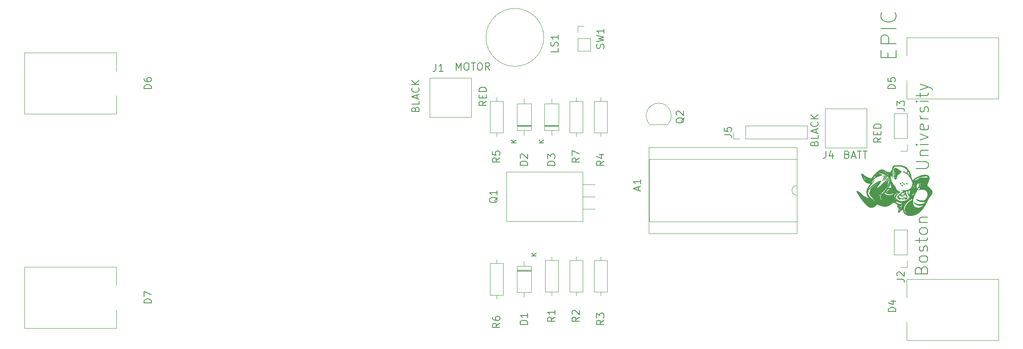
<source format=gbr>
%TF.GenerationSoftware,KiCad,Pcbnew,7.0.5-4d25ed1034~172~ubuntu22.04.1*%
%TF.CreationDate,2023-05-31T11:12:09-04:00*%
%TF.ProjectId,car_control,6361725f-636f-46e7-9472-6f6c2e6b6963,rev?*%
%TF.SameCoordinates,Original*%
%TF.FileFunction,Legend,Top*%
%TF.FilePolarity,Positive*%
%FSLAX46Y46*%
G04 Gerber Fmt 4.6, Leading zero omitted, Abs format (unit mm)*
G04 Created by KiCad (PCBNEW 7.0.5-4d25ed1034~172~ubuntu22.04.1) date 2023-05-31 11:12:09*
%MOMM*%
%LPD*%
G01*
G04 APERTURE LIST*
%ADD10C,0.203200*%
%ADD11C,0.150000*%
%ADD12C,0.100000*%
%ADD13C,0.120000*%
%ADD14C,0.010000*%
G04 APERTURE END LIST*
D10*
X227350638Y-78497458D02*
X227423210Y-78279744D01*
X227423210Y-78279744D02*
X227495781Y-78207173D01*
X227495781Y-78207173D02*
X227640924Y-78134601D01*
X227640924Y-78134601D02*
X227858638Y-78134601D01*
X227858638Y-78134601D02*
X228003781Y-78207173D01*
X228003781Y-78207173D02*
X228076353Y-78279744D01*
X228076353Y-78279744D02*
X228148924Y-78424887D01*
X228148924Y-78424887D02*
X228148924Y-79005458D01*
X228148924Y-79005458D02*
X226624924Y-79005458D01*
X226624924Y-79005458D02*
X226624924Y-78497458D01*
X226624924Y-78497458D02*
X226697495Y-78352316D01*
X226697495Y-78352316D02*
X226770067Y-78279744D01*
X226770067Y-78279744D02*
X226915210Y-78207173D01*
X226915210Y-78207173D02*
X227060353Y-78207173D01*
X227060353Y-78207173D02*
X227205495Y-78279744D01*
X227205495Y-78279744D02*
X227278067Y-78352316D01*
X227278067Y-78352316D02*
X227350638Y-78497458D01*
X227350638Y-78497458D02*
X227350638Y-79005458D01*
X228148924Y-76755744D02*
X228148924Y-77481458D01*
X228148924Y-77481458D02*
X226624924Y-77481458D01*
X227713495Y-76320316D02*
X227713495Y-75594602D01*
X228148924Y-76465459D02*
X226624924Y-75957459D01*
X226624924Y-75957459D02*
X228148924Y-75449459D01*
X228003781Y-74070601D02*
X228076353Y-74143173D01*
X228076353Y-74143173D02*
X228148924Y-74360887D01*
X228148924Y-74360887D02*
X228148924Y-74506030D01*
X228148924Y-74506030D02*
X228076353Y-74723744D01*
X228076353Y-74723744D02*
X227931210Y-74868887D01*
X227931210Y-74868887D02*
X227786067Y-74941458D01*
X227786067Y-74941458D02*
X227495781Y-75014030D01*
X227495781Y-75014030D02*
X227278067Y-75014030D01*
X227278067Y-75014030D02*
X226987781Y-74941458D01*
X226987781Y-74941458D02*
X226842638Y-74868887D01*
X226842638Y-74868887D02*
X226697495Y-74723744D01*
X226697495Y-74723744D02*
X226624924Y-74506030D01*
X226624924Y-74506030D02*
X226624924Y-74360887D01*
X226624924Y-74360887D02*
X226697495Y-74143173D01*
X226697495Y-74143173D02*
X226770067Y-74070601D01*
X228148924Y-73417458D02*
X226624924Y-73417458D01*
X228148924Y-72546601D02*
X227278067Y-73199744D01*
X226624924Y-72546601D02*
X227495781Y-73417458D01*
X242666778Y-60705363D02*
X242666778Y-59647030D01*
X244329873Y-59193458D02*
X244329873Y-60705363D01*
X244329873Y-60705363D02*
X241154873Y-60705363D01*
X241154873Y-60705363D02*
X241154873Y-59193458D01*
X244329873Y-57832744D02*
X241154873Y-57832744D01*
X241154873Y-57832744D02*
X241154873Y-56623220D01*
X241154873Y-56623220D02*
X241306063Y-56320839D01*
X241306063Y-56320839D02*
X241457254Y-56169649D01*
X241457254Y-56169649D02*
X241759635Y-56018458D01*
X241759635Y-56018458D02*
X242213206Y-56018458D01*
X242213206Y-56018458D02*
X242515587Y-56169649D01*
X242515587Y-56169649D02*
X242666778Y-56320839D01*
X242666778Y-56320839D02*
X242817968Y-56623220D01*
X242817968Y-56623220D02*
X242817968Y-57832744D01*
X244329873Y-54657744D02*
X241154873Y-54657744D01*
X244027492Y-51331553D02*
X244178683Y-51482744D01*
X244178683Y-51482744D02*
X244329873Y-51936315D01*
X244329873Y-51936315D02*
X244329873Y-52238696D01*
X244329873Y-52238696D02*
X244178683Y-52692268D01*
X244178683Y-52692268D02*
X243876302Y-52994649D01*
X243876302Y-52994649D02*
X243573921Y-53145839D01*
X243573921Y-53145839D02*
X242969159Y-53297030D01*
X242969159Y-53297030D02*
X242515587Y-53297030D01*
X242515587Y-53297030D02*
X241910825Y-53145839D01*
X241910825Y-53145839D02*
X241608444Y-52994649D01*
X241608444Y-52994649D02*
X241306063Y-52692268D01*
X241306063Y-52692268D02*
X241154873Y-52238696D01*
X241154873Y-52238696D02*
X241154873Y-51936315D01*
X241154873Y-51936315D02*
X241306063Y-51482744D01*
X241306063Y-51482744D02*
X241457254Y-51331553D01*
X249554109Y-104714523D02*
X249675061Y-104351666D01*
X249675061Y-104351666D02*
X249796013Y-104230713D01*
X249796013Y-104230713D02*
X250037918Y-104109761D01*
X250037918Y-104109761D02*
X250400775Y-104109761D01*
X250400775Y-104109761D02*
X250642680Y-104230713D01*
X250642680Y-104230713D02*
X250763633Y-104351666D01*
X250763633Y-104351666D02*
X250884585Y-104593571D01*
X250884585Y-104593571D02*
X250884585Y-105561190D01*
X250884585Y-105561190D02*
X248344585Y-105561190D01*
X248344585Y-105561190D02*
X248344585Y-104714523D01*
X248344585Y-104714523D02*
X248465537Y-104472618D01*
X248465537Y-104472618D02*
X248586490Y-104351666D01*
X248586490Y-104351666D02*
X248828394Y-104230713D01*
X248828394Y-104230713D02*
X249070299Y-104230713D01*
X249070299Y-104230713D02*
X249312204Y-104351666D01*
X249312204Y-104351666D02*
X249433156Y-104472618D01*
X249433156Y-104472618D02*
X249554109Y-104714523D01*
X249554109Y-104714523D02*
X249554109Y-105561190D01*
X250884585Y-102658332D02*
X250763633Y-102900237D01*
X250763633Y-102900237D02*
X250642680Y-103021190D01*
X250642680Y-103021190D02*
X250400775Y-103142142D01*
X250400775Y-103142142D02*
X249675061Y-103142142D01*
X249675061Y-103142142D02*
X249433156Y-103021190D01*
X249433156Y-103021190D02*
X249312204Y-102900237D01*
X249312204Y-102900237D02*
X249191252Y-102658332D01*
X249191252Y-102658332D02*
X249191252Y-102295475D01*
X249191252Y-102295475D02*
X249312204Y-102053571D01*
X249312204Y-102053571D02*
X249433156Y-101932618D01*
X249433156Y-101932618D02*
X249675061Y-101811666D01*
X249675061Y-101811666D02*
X250400775Y-101811666D01*
X250400775Y-101811666D02*
X250642680Y-101932618D01*
X250642680Y-101932618D02*
X250763633Y-102053571D01*
X250763633Y-102053571D02*
X250884585Y-102295475D01*
X250884585Y-102295475D02*
X250884585Y-102658332D01*
X250763633Y-100844047D02*
X250884585Y-100602142D01*
X250884585Y-100602142D02*
X250884585Y-100118333D01*
X250884585Y-100118333D02*
X250763633Y-99876428D01*
X250763633Y-99876428D02*
X250521728Y-99755476D01*
X250521728Y-99755476D02*
X250400775Y-99755476D01*
X250400775Y-99755476D02*
X250158871Y-99876428D01*
X250158871Y-99876428D02*
X250037918Y-100118333D01*
X250037918Y-100118333D02*
X250037918Y-100481190D01*
X250037918Y-100481190D02*
X249916966Y-100723095D01*
X249916966Y-100723095D02*
X249675061Y-100844047D01*
X249675061Y-100844047D02*
X249554109Y-100844047D01*
X249554109Y-100844047D02*
X249312204Y-100723095D01*
X249312204Y-100723095D02*
X249191252Y-100481190D01*
X249191252Y-100481190D02*
X249191252Y-100118333D01*
X249191252Y-100118333D02*
X249312204Y-99876428D01*
X249191252Y-99029762D02*
X249191252Y-98062143D01*
X248344585Y-98666905D02*
X250521728Y-98666905D01*
X250521728Y-98666905D02*
X250763633Y-98545952D01*
X250763633Y-98545952D02*
X250884585Y-98304047D01*
X250884585Y-98304047D02*
X250884585Y-98062143D01*
X250884585Y-96852618D02*
X250763633Y-97094523D01*
X250763633Y-97094523D02*
X250642680Y-97215476D01*
X250642680Y-97215476D02*
X250400775Y-97336428D01*
X250400775Y-97336428D02*
X249675061Y-97336428D01*
X249675061Y-97336428D02*
X249433156Y-97215476D01*
X249433156Y-97215476D02*
X249312204Y-97094523D01*
X249312204Y-97094523D02*
X249191252Y-96852618D01*
X249191252Y-96852618D02*
X249191252Y-96489761D01*
X249191252Y-96489761D02*
X249312204Y-96247857D01*
X249312204Y-96247857D02*
X249433156Y-96126904D01*
X249433156Y-96126904D02*
X249675061Y-96005952D01*
X249675061Y-96005952D02*
X250400775Y-96005952D01*
X250400775Y-96005952D02*
X250642680Y-96126904D01*
X250642680Y-96126904D02*
X250763633Y-96247857D01*
X250763633Y-96247857D02*
X250884585Y-96489761D01*
X250884585Y-96489761D02*
X250884585Y-96852618D01*
X249191252Y-94917381D02*
X250884585Y-94917381D01*
X249433156Y-94917381D02*
X249312204Y-94796428D01*
X249312204Y-94796428D02*
X249191252Y-94554523D01*
X249191252Y-94554523D02*
X249191252Y-94191666D01*
X249191252Y-94191666D02*
X249312204Y-93949762D01*
X249312204Y-93949762D02*
X249554109Y-93828809D01*
X249554109Y-93828809D02*
X250884585Y-93828809D01*
X248471585Y-83705095D02*
X250527775Y-83705095D01*
X250527775Y-83705095D02*
X250769680Y-83584142D01*
X250769680Y-83584142D02*
X250890633Y-83463190D01*
X250890633Y-83463190D02*
X251011585Y-83221285D01*
X251011585Y-83221285D02*
X251011585Y-82737476D01*
X251011585Y-82737476D02*
X250890633Y-82495571D01*
X250890633Y-82495571D02*
X250769680Y-82374618D01*
X250769680Y-82374618D02*
X250527775Y-82253666D01*
X250527775Y-82253666D02*
X248471585Y-82253666D01*
X249318252Y-81044143D02*
X251011585Y-81044143D01*
X249560156Y-81044143D02*
X249439204Y-80923190D01*
X249439204Y-80923190D02*
X249318252Y-80681285D01*
X249318252Y-80681285D02*
X249318252Y-80318428D01*
X249318252Y-80318428D02*
X249439204Y-80076524D01*
X249439204Y-80076524D02*
X249681109Y-79955571D01*
X249681109Y-79955571D02*
X251011585Y-79955571D01*
X251011585Y-78746048D02*
X249318252Y-78746048D01*
X248471585Y-78746048D02*
X248592537Y-78867000D01*
X248592537Y-78867000D02*
X248713490Y-78746048D01*
X248713490Y-78746048D02*
X248592537Y-78625095D01*
X248592537Y-78625095D02*
X248471585Y-78746048D01*
X248471585Y-78746048D02*
X248713490Y-78746048D01*
X249318252Y-77778428D02*
X251011585Y-77173666D01*
X251011585Y-77173666D02*
X249318252Y-76568905D01*
X250890633Y-74633667D02*
X251011585Y-74875571D01*
X251011585Y-74875571D02*
X251011585Y-75359381D01*
X251011585Y-75359381D02*
X250890633Y-75601286D01*
X250890633Y-75601286D02*
X250648728Y-75722238D01*
X250648728Y-75722238D02*
X249681109Y-75722238D01*
X249681109Y-75722238D02*
X249439204Y-75601286D01*
X249439204Y-75601286D02*
X249318252Y-75359381D01*
X249318252Y-75359381D02*
X249318252Y-74875571D01*
X249318252Y-74875571D02*
X249439204Y-74633667D01*
X249439204Y-74633667D02*
X249681109Y-74512714D01*
X249681109Y-74512714D02*
X249923013Y-74512714D01*
X249923013Y-74512714D02*
X250164918Y-75722238D01*
X251011585Y-73424143D02*
X249318252Y-73424143D01*
X249802061Y-73424143D02*
X249560156Y-73303190D01*
X249560156Y-73303190D02*
X249439204Y-73182238D01*
X249439204Y-73182238D02*
X249318252Y-72940333D01*
X249318252Y-72940333D02*
X249318252Y-72698428D01*
X250890633Y-71972714D02*
X251011585Y-71730809D01*
X251011585Y-71730809D02*
X251011585Y-71247000D01*
X251011585Y-71247000D02*
X250890633Y-71005095D01*
X250890633Y-71005095D02*
X250648728Y-70884143D01*
X250648728Y-70884143D02*
X250527775Y-70884143D01*
X250527775Y-70884143D02*
X250285871Y-71005095D01*
X250285871Y-71005095D02*
X250164918Y-71247000D01*
X250164918Y-71247000D02*
X250164918Y-71609857D01*
X250164918Y-71609857D02*
X250043966Y-71851762D01*
X250043966Y-71851762D02*
X249802061Y-71972714D01*
X249802061Y-71972714D02*
X249681109Y-71972714D01*
X249681109Y-71972714D02*
X249439204Y-71851762D01*
X249439204Y-71851762D02*
X249318252Y-71609857D01*
X249318252Y-71609857D02*
X249318252Y-71247000D01*
X249318252Y-71247000D02*
X249439204Y-71005095D01*
X251011585Y-69795572D02*
X249318252Y-69795572D01*
X248471585Y-69795572D02*
X248592537Y-69916524D01*
X248592537Y-69916524D02*
X248713490Y-69795572D01*
X248713490Y-69795572D02*
X248592537Y-69674619D01*
X248592537Y-69674619D02*
X248471585Y-69795572D01*
X248471585Y-69795572D02*
X248713490Y-69795572D01*
X249318252Y-68948905D02*
X249318252Y-67981286D01*
X248471585Y-68586048D02*
X250648728Y-68586048D01*
X250648728Y-68586048D02*
X250890633Y-68465095D01*
X250890633Y-68465095D02*
X251011585Y-68223190D01*
X251011585Y-68223190D02*
X251011585Y-67981286D01*
X249318252Y-67376523D02*
X251011585Y-66771761D01*
X249318252Y-66167000D02*
X251011585Y-66771761D01*
X251011585Y-66771761D02*
X251616347Y-67013666D01*
X251616347Y-67013666D02*
X251737299Y-67134619D01*
X251737299Y-67134619D02*
X251858252Y-67376523D01*
X234176541Y-80792638D02*
X234394255Y-80865210D01*
X234394255Y-80865210D02*
X234466826Y-80937781D01*
X234466826Y-80937781D02*
X234539398Y-81082924D01*
X234539398Y-81082924D02*
X234539398Y-81300638D01*
X234539398Y-81300638D02*
X234466826Y-81445781D01*
X234466826Y-81445781D02*
X234394255Y-81518353D01*
X234394255Y-81518353D02*
X234249112Y-81590924D01*
X234249112Y-81590924D02*
X233668541Y-81590924D01*
X233668541Y-81590924D02*
X233668541Y-80066924D01*
X233668541Y-80066924D02*
X234176541Y-80066924D01*
X234176541Y-80066924D02*
X234321684Y-80139495D01*
X234321684Y-80139495D02*
X234394255Y-80212067D01*
X234394255Y-80212067D02*
X234466826Y-80357210D01*
X234466826Y-80357210D02*
X234466826Y-80502353D01*
X234466826Y-80502353D02*
X234394255Y-80647495D01*
X234394255Y-80647495D02*
X234321684Y-80720067D01*
X234321684Y-80720067D02*
X234176541Y-80792638D01*
X234176541Y-80792638D02*
X233668541Y-80792638D01*
X235119969Y-81155495D02*
X235845684Y-81155495D01*
X234974826Y-81590924D02*
X235482826Y-80066924D01*
X235482826Y-80066924D02*
X235990826Y-81590924D01*
X236281112Y-80066924D02*
X237151970Y-80066924D01*
X236716541Y-81590924D02*
X236716541Y-80066924D01*
X237442255Y-80066924D02*
X238313113Y-80066924D01*
X237877684Y-81590924D02*
X237877684Y-80066924D01*
X153024541Y-63302924D02*
X153024541Y-61778924D01*
X153024541Y-61778924D02*
X153532541Y-62867495D01*
X153532541Y-62867495D02*
X154040541Y-61778924D01*
X154040541Y-61778924D02*
X154040541Y-63302924D01*
X155056540Y-61778924D02*
X155346826Y-61778924D01*
X155346826Y-61778924D02*
X155491969Y-61851495D01*
X155491969Y-61851495D02*
X155637112Y-61996638D01*
X155637112Y-61996638D02*
X155709683Y-62286924D01*
X155709683Y-62286924D02*
X155709683Y-62794924D01*
X155709683Y-62794924D02*
X155637112Y-63085210D01*
X155637112Y-63085210D02*
X155491969Y-63230353D01*
X155491969Y-63230353D02*
X155346826Y-63302924D01*
X155346826Y-63302924D02*
X155056540Y-63302924D01*
X155056540Y-63302924D02*
X154911398Y-63230353D01*
X154911398Y-63230353D02*
X154766255Y-63085210D01*
X154766255Y-63085210D02*
X154693683Y-62794924D01*
X154693683Y-62794924D02*
X154693683Y-62286924D01*
X154693683Y-62286924D02*
X154766255Y-61996638D01*
X154766255Y-61996638D02*
X154911398Y-61851495D01*
X154911398Y-61851495D02*
X155056540Y-61778924D01*
X156145111Y-61778924D02*
X157015969Y-61778924D01*
X156580540Y-63302924D02*
X156580540Y-61778924D01*
X157814254Y-61778924D02*
X158104540Y-61778924D01*
X158104540Y-61778924D02*
X158249683Y-61851495D01*
X158249683Y-61851495D02*
X158394826Y-61996638D01*
X158394826Y-61996638D02*
X158467397Y-62286924D01*
X158467397Y-62286924D02*
X158467397Y-62794924D01*
X158467397Y-62794924D02*
X158394826Y-63085210D01*
X158394826Y-63085210D02*
X158249683Y-63230353D01*
X158249683Y-63230353D02*
X158104540Y-63302924D01*
X158104540Y-63302924D02*
X157814254Y-63302924D01*
X157814254Y-63302924D02*
X157669112Y-63230353D01*
X157669112Y-63230353D02*
X157523969Y-63085210D01*
X157523969Y-63085210D02*
X157451397Y-62794924D01*
X157451397Y-62794924D02*
X157451397Y-62286924D01*
X157451397Y-62286924D02*
X157523969Y-61996638D01*
X157523969Y-61996638D02*
X157669112Y-61851495D01*
X157669112Y-61851495D02*
X157814254Y-61778924D01*
X159991397Y-63302924D02*
X159483397Y-62577210D01*
X159120540Y-63302924D02*
X159120540Y-61778924D01*
X159120540Y-61778924D02*
X159701111Y-61778924D01*
X159701111Y-61778924D02*
X159846254Y-61851495D01*
X159846254Y-61851495D02*
X159918825Y-61924067D01*
X159918825Y-61924067D02*
X159991397Y-62069210D01*
X159991397Y-62069210D02*
X159991397Y-62286924D01*
X159991397Y-62286924D02*
X159918825Y-62432067D01*
X159918825Y-62432067D02*
X159846254Y-62504638D01*
X159846254Y-62504638D02*
X159701111Y-62577210D01*
X159701111Y-62577210D02*
X159120540Y-62577210D01*
X241230924Y-77372601D02*
X240505210Y-77880601D01*
X241230924Y-78243458D02*
X239706924Y-78243458D01*
X239706924Y-78243458D02*
X239706924Y-77662887D01*
X239706924Y-77662887D02*
X239779495Y-77517744D01*
X239779495Y-77517744D02*
X239852067Y-77445173D01*
X239852067Y-77445173D02*
X239997210Y-77372601D01*
X239997210Y-77372601D02*
X240214924Y-77372601D01*
X240214924Y-77372601D02*
X240360067Y-77445173D01*
X240360067Y-77445173D02*
X240432638Y-77517744D01*
X240432638Y-77517744D02*
X240505210Y-77662887D01*
X240505210Y-77662887D02*
X240505210Y-78243458D01*
X240432638Y-76719458D02*
X240432638Y-76211458D01*
X241230924Y-75993744D02*
X241230924Y-76719458D01*
X241230924Y-76719458D02*
X239706924Y-76719458D01*
X239706924Y-76719458D02*
X239706924Y-75993744D01*
X241230924Y-75340601D02*
X239706924Y-75340601D01*
X239706924Y-75340601D02*
X239706924Y-74977744D01*
X239706924Y-74977744D02*
X239779495Y-74760030D01*
X239779495Y-74760030D02*
X239924638Y-74614887D01*
X239924638Y-74614887D02*
X240069781Y-74542316D01*
X240069781Y-74542316D02*
X240360067Y-74469744D01*
X240360067Y-74469744D02*
X240577781Y-74469744D01*
X240577781Y-74469744D02*
X240868067Y-74542316D01*
X240868067Y-74542316D02*
X241013210Y-74614887D01*
X241013210Y-74614887D02*
X241158353Y-74760030D01*
X241158353Y-74760030D02*
X241230924Y-74977744D01*
X241230924Y-74977744D02*
X241230924Y-75340601D01*
X159315924Y-69752601D02*
X158590210Y-70260601D01*
X159315924Y-70623458D02*
X157791924Y-70623458D01*
X157791924Y-70623458D02*
X157791924Y-70042887D01*
X157791924Y-70042887D02*
X157864495Y-69897744D01*
X157864495Y-69897744D02*
X157937067Y-69825173D01*
X157937067Y-69825173D02*
X158082210Y-69752601D01*
X158082210Y-69752601D02*
X158299924Y-69752601D01*
X158299924Y-69752601D02*
X158445067Y-69825173D01*
X158445067Y-69825173D02*
X158517638Y-69897744D01*
X158517638Y-69897744D02*
X158590210Y-70042887D01*
X158590210Y-70042887D02*
X158590210Y-70623458D01*
X158517638Y-69099458D02*
X158517638Y-68591458D01*
X159315924Y-68373744D02*
X159315924Y-69099458D01*
X159315924Y-69099458D02*
X157791924Y-69099458D01*
X157791924Y-69099458D02*
X157791924Y-68373744D01*
X159315924Y-67720601D02*
X157791924Y-67720601D01*
X157791924Y-67720601D02*
X157791924Y-67357744D01*
X157791924Y-67357744D02*
X157864495Y-67140030D01*
X157864495Y-67140030D02*
X158009638Y-66994887D01*
X158009638Y-66994887D02*
X158154781Y-66922316D01*
X158154781Y-66922316D02*
X158445067Y-66849744D01*
X158445067Y-66849744D02*
X158662781Y-66849744D01*
X158662781Y-66849744D02*
X158953067Y-66922316D01*
X158953067Y-66922316D02*
X159098210Y-66994887D01*
X159098210Y-66994887D02*
X159243353Y-67140030D01*
X159243353Y-67140030D02*
X159315924Y-67357744D01*
X159315924Y-67357744D02*
X159315924Y-67720601D01*
X144547638Y-71385458D02*
X144620210Y-71167744D01*
X144620210Y-71167744D02*
X144692781Y-71095173D01*
X144692781Y-71095173D02*
X144837924Y-71022601D01*
X144837924Y-71022601D02*
X145055638Y-71022601D01*
X145055638Y-71022601D02*
X145200781Y-71095173D01*
X145200781Y-71095173D02*
X145273353Y-71167744D01*
X145273353Y-71167744D02*
X145345924Y-71312887D01*
X145345924Y-71312887D02*
X145345924Y-71893458D01*
X145345924Y-71893458D02*
X143821924Y-71893458D01*
X143821924Y-71893458D02*
X143821924Y-71385458D01*
X143821924Y-71385458D02*
X143894495Y-71240316D01*
X143894495Y-71240316D02*
X143967067Y-71167744D01*
X143967067Y-71167744D02*
X144112210Y-71095173D01*
X144112210Y-71095173D02*
X144257353Y-71095173D01*
X144257353Y-71095173D02*
X144402495Y-71167744D01*
X144402495Y-71167744D02*
X144475067Y-71240316D01*
X144475067Y-71240316D02*
X144547638Y-71385458D01*
X144547638Y-71385458D02*
X144547638Y-71893458D01*
X145345924Y-69643744D02*
X145345924Y-70369458D01*
X145345924Y-70369458D02*
X143821924Y-70369458D01*
X144910495Y-69208316D02*
X144910495Y-68482602D01*
X145345924Y-69353459D02*
X143821924Y-68845459D01*
X143821924Y-68845459D02*
X145345924Y-68337459D01*
X145200781Y-66958601D02*
X145273353Y-67031173D01*
X145273353Y-67031173D02*
X145345924Y-67248887D01*
X145345924Y-67248887D02*
X145345924Y-67394030D01*
X145345924Y-67394030D02*
X145273353Y-67611744D01*
X145273353Y-67611744D02*
X145128210Y-67756887D01*
X145128210Y-67756887D02*
X144983067Y-67829458D01*
X144983067Y-67829458D02*
X144692781Y-67902030D01*
X144692781Y-67902030D02*
X144475067Y-67902030D01*
X144475067Y-67902030D02*
X144184781Y-67829458D01*
X144184781Y-67829458D02*
X144039638Y-67756887D01*
X144039638Y-67756887D02*
X143894495Y-67611744D01*
X143894495Y-67611744D02*
X143821924Y-67394030D01*
X143821924Y-67394030D02*
X143821924Y-67248887D01*
X143821924Y-67248887D02*
X143894495Y-67031173D01*
X143894495Y-67031173D02*
X143967067Y-66958601D01*
X145345924Y-66305458D02*
X143821924Y-66305458D01*
X145345924Y-65434601D02*
X144475067Y-66087744D01*
X143821924Y-65434601D02*
X144692781Y-66305458D01*
%TO.C,J4*%
X229742999Y-80069464D02*
X229742999Y-81158035D01*
X229742999Y-81158035D02*
X229670428Y-81375750D01*
X229670428Y-81375750D02*
X229525285Y-81520893D01*
X229525285Y-81520893D02*
X229307571Y-81593464D01*
X229307571Y-81593464D02*
X229162428Y-81593464D01*
X231121857Y-80577464D02*
X231121857Y-81593464D01*
X230758999Y-79996893D02*
X230396142Y-81085464D01*
X230396142Y-81085464D02*
X231339571Y-81085464D01*
%TO.C,D4*%
X244280464Y-113392856D02*
X242756464Y-113392856D01*
X242756464Y-113392856D02*
X242756464Y-113029999D01*
X242756464Y-113029999D02*
X242829035Y-112812285D01*
X242829035Y-112812285D02*
X242974178Y-112667142D01*
X242974178Y-112667142D02*
X243119321Y-112594571D01*
X243119321Y-112594571D02*
X243409607Y-112521999D01*
X243409607Y-112521999D02*
X243627321Y-112521999D01*
X243627321Y-112521999D02*
X243917607Y-112594571D01*
X243917607Y-112594571D02*
X244062750Y-112667142D01*
X244062750Y-112667142D02*
X244207893Y-112812285D01*
X244207893Y-112812285D02*
X244280464Y-113029999D01*
X244280464Y-113029999D02*
X244280464Y-113392856D01*
X243264464Y-111215714D02*
X244280464Y-111215714D01*
X242683893Y-111578571D02*
X243772464Y-111941428D01*
X243772464Y-111941428D02*
X243772464Y-110997999D01*
%TO.C,J2*%
X244534464Y-106680000D02*
X245623035Y-106680000D01*
X245623035Y-106680000D02*
X245840750Y-106752571D01*
X245840750Y-106752571D02*
X245985893Y-106897714D01*
X245985893Y-106897714D02*
X246058464Y-107115428D01*
X246058464Y-107115428D02*
X246058464Y-107260571D01*
X244679607Y-106026857D02*
X244607035Y-105954285D01*
X244607035Y-105954285D02*
X244534464Y-105809143D01*
X244534464Y-105809143D02*
X244534464Y-105446285D01*
X244534464Y-105446285D02*
X244607035Y-105301143D01*
X244607035Y-105301143D02*
X244679607Y-105228571D01*
X244679607Y-105228571D02*
X244824750Y-105156000D01*
X244824750Y-105156000D02*
X244969893Y-105156000D01*
X244969893Y-105156000D02*
X245187607Y-105228571D01*
X245187607Y-105228571D02*
X246058464Y-106099428D01*
X246058464Y-106099428D02*
X246058464Y-105156000D01*
%TO.C,D7*%
X89804464Y-111614856D02*
X88280464Y-111614856D01*
X88280464Y-111614856D02*
X88280464Y-111251999D01*
X88280464Y-111251999D02*
X88353035Y-111034285D01*
X88353035Y-111034285D02*
X88498178Y-110889142D01*
X88498178Y-110889142D02*
X88643321Y-110816571D01*
X88643321Y-110816571D02*
X88933607Y-110743999D01*
X88933607Y-110743999D02*
X89151321Y-110743999D01*
X89151321Y-110743999D02*
X89441607Y-110816571D01*
X89441607Y-110816571D02*
X89586750Y-110889142D01*
X89586750Y-110889142D02*
X89731893Y-111034285D01*
X89731893Y-111034285D02*
X89804464Y-111251999D01*
X89804464Y-111251999D02*
X89804464Y-111614856D01*
X88280464Y-110235999D02*
X88280464Y-109219999D01*
X88280464Y-109219999D02*
X89804464Y-109873142D01*
%TO.C,R7*%
X178622464Y-81533999D02*
X177896750Y-82041999D01*
X178622464Y-82404856D02*
X177098464Y-82404856D01*
X177098464Y-82404856D02*
X177098464Y-81824285D01*
X177098464Y-81824285D02*
X177171035Y-81679142D01*
X177171035Y-81679142D02*
X177243607Y-81606571D01*
X177243607Y-81606571D02*
X177388750Y-81533999D01*
X177388750Y-81533999D02*
X177606464Y-81533999D01*
X177606464Y-81533999D02*
X177751607Y-81606571D01*
X177751607Y-81606571D02*
X177824178Y-81679142D01*
X177824178Y-81679142D02*
X177896750Y-81824285D01*
X177896750Y-81824285D02*
X177896750Y-82404856D01*
X177098464Y-81025999D02*
X177098464Y-80009999D01*
X177098464Y-80009999D02*
X178622464Y-80663142D01*
%TO.C,D2*%
X167827464Y-83039856D02*
X166303464Y-83039856D01*
X166303464Y-83039856D02*
X166303464Y-82676999D01*
X166303464Y-82676999D02*
X166376035Y-82459285D01*
X166376035Y-82459285D02*
X166521178Y-82314142D01*
X166521178Y-82314142D02*
X166666321Y-82241571D01*
X166666321Y-82241571D02*
X166956607Y-82168999D01*
X166956607Y-82168999D02*
X167174321Y-82168999D01*
X167174321Y-82168999D02*
X167464607Y-82241571D01*
X167464607Y-82241571D02*
X167609750Y-82314142D01*
X167609750Y-82314142D02*
X167754893Y-82459285D01*
X167754893Y-82459285D02*
X167827464Y-82676999D01*
X167827464Y-82676999D02*
X167827464Y-83039856D01*
X166448607Y-81588428D02*
X166376035Y-81515856D01*
X166376035Y-81515856D02*
X166303464Y-81370714D01*
X166303464Y-81370714D02*
X166303464Y-81007856D01*
X166303464Y-81007856D02*
X166376035Y-80862714D01*
X166376035Y-80862714D02*
X166448607Y-80790142D01*
X166448607Y-80790142D02*
X166593750Y-80717571D01*
X166593750Y-80717571D02*
X166738893Y-80717571D01*
X166738893Y-80717571D02*
X166956607Y-80790142D01*
X166956607Y-80790142D02*
X167827464Y-81660999D01*
X167827464Y-81660999D02*
X167827464Y-80717571D01*
D11*
X165487819Y-78366904D02*
X164487819Y-78366904D01*
X165487819Y-77795476D02*
X164916390Y-78224047D01*
X164487819Y-77795476D02*
X165059247Y-78366904D01*
D10*
%TO.C,J3*%
X244534464Y-71247000D02*
X245623035Y-71247000D01*
X245623035Y-71247000D02*
X245840750Y-71319571D01*
X245840750Y-71319571D02*
X245985893Y-71464714D01*
X245985893Y-71464714D02*
X246058464Y-71682428D01*
X246058464Y-71682428D02*
X246058464Y-71827571D01*
X244534464Y-70666428D02*
X244534464Y-69723000D01*
X244534464Y-69723000D02*
X245115035Y-70231000D01*
X245115035Y-70231000D02*
X245115035Y-70013285D01*
X245115035Y-70013285D02*
X245187607Y-69868143D01*
X245187607Y-69868143D02*
X245260178Y-69795571D01*
X245260178Y-69795571D02*
X245405321Y-69723000D01*
X245405321Y-69723000D02*
X245768178Y-69723000D01*
X245768178Y-69723000D02*
X245913321Y-69795571D01*
X245913321Y-69795571D02*
X245985893Y-69868143D01*
X245985893Y-69868143D02*
X246058464Y-70013285D01*
X246058464Y-70013285D02*
X246058464Y-70448714D01*
X246058464Y-70448714D02*
X245985893Y-70593857D01*
X245985893Y-70593857D02*
X245913321Y-70666428D01*
%TO.C,D1*%
X167827464Y-116059856D02*
X166303464Y-116059856D01*
X166303464Y-116059856D02*
X166303464Y-115696999D01*
X166303464Y-115696999D02*
X166376035Y-115479285D01*
X166376035Y-115479285D02*
X166521178Y-115334142D01*
X166521178Y-115334142D02*
X166666321Y-115261571D01*
X166666321Y-115261571D02*
X166956607Y-115188999D01*
X166956607Y-115188999D02*
X167174321Y-115188999D01*
X167174321Y-115188999D02*
X167464607Y-115261571D01*
X167464607Y-115261571D02*
X167609750Y-115334142D01*
X167609750Y-115334142D02*
X167754893Y-115479285D01*
X167754893Y-115479285D02*
X167827464Y-115696999D01*
X167827464Y-115696999D02*
X167827464Y-116059856D01*
X167827464Y-113737571D02*
X167827464Y-114608428D01*
X167827464Y-114172999D02*
X166303464Y-114172999D01*
X166303464Y-114172999D02*
X166521178Y-114318142D01*
X166521178Y-114318142D02*
X166666321Y-114463285D01*
X166666321Y-114463285D02*
X166738893Y-114608428D01*
D11*
X169687819Y-101861904D02*
X168687819Y-101861904D01*
X169687819Y-101290476D02*
X169116390Y-101719047D01*
X168687819Y-101290476D02*
X169259247Y-101861904D01*
D10*
%TO.C,R4*%
X183702464Y-82168999D02*
X182976750Y-82676999D01*
X183702464Y-83039856D02*
X182178464Y-83039856D01*
X182178464Y-83039856D02*
X182178464Y-82459285D01*
X182178464Y-82459285D02*
X182251035Y-82314142D01*
X182251035Y-82314142D02*
X182323607Y-82241571D01*
X182323607Y-82241571D02*
X182468750Y-82168999D01*
X182468750Y-82168999D02*
X182686464Y-82168999D01*
X182686464Y-82168999D02*
X182831607Y-82241571D01*
X182831607Y-82241571D02*
X182904178Y-82314142D01*
X182904178Y-82314142D02*
X182976750Y-82459285D01*
X182976750Y-82459285D02*
X182976750Y-83039856D01*
X182686464Y-80862714D02*
X183702464Y-80862714D01*
X182105893Y-81225571D02*
X183194464Y-81588428D01*
X183194464Y-81588428D02*
X183194464Y-80644999D01*
%TO.C,R2*%
X178622464Y-114553999D02*
X177896750Y-115061999D01*
X178622464Y-115424856D02*
X177098464Y-115424856D01*
X177098464Y-115424856D02*
X177098464Y-114844285D01*
X177098464Y-114844285D02*
X177171035Y-114699142D01*
X177171035Y-114699142D02*
X177243607Y-114626571D01*
X177243607Y-114626571D02*
X177388750Y-114553999D01*
X177388750Y-114553999D02*
X177606464Y-114553999D01*
X177606464Y-114553999D02*
X177751607Y-114626571D01*
X177751607Y-114626571D02*
X177824178Y-114699142D01*
X177824178Y-114699142D02*
X177896750Y-114844285D01*
X177896750Y-114844285D02*
X177896750Y-115424856D01*
X177243607Y-113973428D02*
X177171035Y-113900856D01*
X177171035Y-113900856D02*
X177098464Y-113755714D01*
X177098464Y-113755714D02*
X177098464Y-113392856D01*
X177098464Y-113392856D02*
X177171035Y-113247714D01*
X177171035Y-113247714D02*
X177243607Y-113175142D01*
X177243607Y-113175142D02*
X177388750Y-113102571D01*
X177388750Y-113102571D02*
X177533893Y-113102571D01*
X177533893Y-113102571D02*
X177751607Y-113175142D01*
X177751607Y-113175142D02*
X178622464Y-114045999D01*
X178622464Y-114045999D02*
X178622464Y-113102571D01*
%TO.C,R1*%
X173542464Y-114553999D02*
X172816750Y-115061999D01*
X173542464Y-115424856D02*
X172018464Y-115424856D01*
X172018464Y-115424856D02*
X172018464Y-114844285D01*
X172018464Y-114844285D02*
X172091035Y-114699142D01*
X172091035Y-114699142D02*
X172163607Y-114626571D01*
X172163607Y-114626571D02*
X172308750Y-114553999D01*
X172308750Y-114553999D02*
X172526464Y-114553999D01*
X172526464Y-114553999D02*
X172671607Y-114626571D01*
X172671607Y-114626571D02*
X172744178Y-114699142D01*
X172744178Y-114699142D02*
X172816750Y-114844285D01*
X172816750Y-114844285D02*
X172816750Y-115424856D01*
X173542464Y-113102571D02*
X173542464Y-113973428D01*
X173542464Y-113537999D02*
X172018464Y-113537999D01*
X172018464Y-113537999D02*
X172236178Y-113683142D01*
X172236178Y-113683142D02*
X172381321Y-113828285D01*
X172381321Y-113828285D02*
X172453893Y-113973428D01*
%TO.C,A1*%
X190886035Y-88210571D02*
X190886035Y-87484857D01*
X191321464Y-88355714D02*
X189797464Y-87847714D01*
X189797464Y-87847714D02*
X191321464Y-87339714D01*
X191321464Y-86033428D02*
X191321464Y-86904285D01*
X191321464Y-86468856D02*
X189797464Y-86468856D01*
X189797464Y-86468856D02*
X190015178Y-86613999D01*
X190015178Y-86613999D02*
X190160321Y-86759142D01*
X190160321Y-86759142D02*
X190232893Y-86904285D01*
%TO.C,Q2*%
X200356607Y-73170142D02*
X200284035Y-73315285D01*
X200284035Y-73315285D02*
X200138893Y-73460428D01*
X200138893Y-73460428D02*
X199921178Y-73678142D01*
X199921178Y-73678142D02*
X199848607Y-73823285D01*
X199848607Y-73823285D02*
X199848607Y-73968428D01*
X200211464Y-73895857D02*
X200138893Y-74041000D01*
X200138893Y-74041000D02*
X199993750Y-74186142D01*
X199993750Y-74186142D02*
X199703464Y-74258714D01*
X199703464Y-74258714D02*
X199195464Y-74258714D01*
X199195464Y-74258714D02*
X198905178Y-74186142D01*
X198905178Y-74186142D02*
X198760035Y-74041000D01*
X198760035Y-74041000D02*
X198687464Y-73895857D01*
X198687464Y-73895857D02*
X198687464Y-73605571D01*
X198687464Y-73605571D02*
X198760035Y-73460428D01*
X198760035Y-73460428D02*
X198905178Y-73315285D01*
X198905178Y-73315285D02*
X199195464Y-73242714D01*
X199195464Y-73242714D02*
X199703464Y-73242714D01*
X199703464Y-73242714D02*
X199993750Y-73315285D01*
X199993750Y-73315285D02*
X200138893Y-73460428D01*
X200138893Y-73460428D02*
X200211464Y-73605571D01*
X200211464Y-73605571D02*
X200211464Y-73895857D01*
X198832607Y-72662143D02*
X198760035Y-72589571D01*
X198760035Y-72589571D02*
X198687464Y-72444429D01*
X198687464Y-72444429D02*
X198687464Y-72081571D01*
X198687464Y-72081571D02*
X198760035Y-71936429D01*
X198760035Y-71936429D02*
X198832607Y-71863857D01*
X198832607Y-71863857D02*
X198977750Y-71791286D01*
X198977750Y-71791286D02*
X199122893Y-71791286D01*
X199122893Y-71791286D02*
X199340607Y-71863857D01*
X199340607Y-71863857D02*
X200211464Y-72734714D01*
X200211464Y-72734714D02*
X200211464Y-71791286D01*
%TO.C,J1*%
X148844999Y-62035464D02*
X148844999Y-63124035D01*
X148844999Y-63124035D02*
X148772428Y-63341750D01*
X148772428Y-63341750D02*
X148627285Y-63486893D01*
X148627285Y-63486893D02*
X148409571Y-63559464D01*
X148409571Y-63559464D02*
X148264428Y-63559464D01*
X150368999Y-63559464D02*
X149498142Y-63559464D01*
X149933571Y-63559464D02*
X149933571Y-62035464D01*
X149933571Y-62035464D02*
X149788428Y-62253178D01*
X149788428Y-62253178D02*
X149643285Y-62398321D01*
X149643285Y-62398321D02*
X149498142Y-62470893D01*
%TO.C,LS1*%
X174177464Y-58764714D02*
X174177464Y-59490428D01*
X174177464Y-59490428D02*
X172653464Y-59490428D01*
X174104893Y-58329286D02*
X174177464Y-58111572D01*
X174177464Y-58111572D02*
X174177464Y-57748714D01*
X174177464Y-57748714D02*
X174104893Y-57603572D01*
X174104893Y-57603572D02*
X174032321Y-57531000D01*
X174032321Y-57531000D02*
X173887178Y-57458429D01*
X173887178Y-57458429D02*
X173742035Y-57458429D01*
X173742035Y-57458429D02*
X173596893Y-57531000D01*
X173596893Y-57531000D02*
X173524321Y-57603572D01*
X173524321Y-57603572D02*
X173451750Y-57748714D01*
X173451750Y-57748714D02*
X173379178Y-58039000D01*
X173379178Y-58039000D02*
X173306607Y-58184143D01*
X173306607Y-58184143D02*
X173234035Y-58256714D01*
X173234035Y-58256714D02*
X173088893Y-58329286D01*
X173088893Y-58329286D02*
X172943750Y-58329286D01*
X172943750Y-58329286D02*
X172798607Y-58256714D01*
X172798607Y-58256714D02*
X172726035Y-58184143D01*
X172726035Y-58184143D02*
X172653464Y-58039000D01*
X172653464Y-58039000D02*
X172653464Y-57676143D01*
X172653464Y-57676143D02*
X172726035Y-57458429D01*
X174177464Y-56007000D02*
X174177464Y-56877857D01*
X174177464Y-56442428D02*
X172653464Y-56442428D01*
X172653464Y-56442428D02*
X172871178Y-56587571D01*
X172871178Y-56587571D02*
X173016321Y-56732714D01*
X173016321Y-56732714D02*
X173088893Y-56877857D01*
%TO.C,D6*%
X89804464Y-67164856D02*
X88280464Y-67164856D01*
X88280464Y-67164856D02*
X88280464Y-66801999D01*
X88280464Y-66801999D02*
X88353035Y-66584285D01*
X88353035Y-66584285D02*
X88498178Y-66439142D01*
X88498178Y-66439142D02*
X88643321Y-66366571D01*
X88643321Y-66366571D02*
X88933607Y-66293999D01*
X88933607Y-66293999D02*
X89151321Y-66293999D01*
X89151321Y-66293999D02*
X89441607Y-66366571D01*
X89441607Y-66366571D02*
X89586750Y-66439142D01*
X89586750Y-66439142D02*
X89731893Y-66584285D01*
X89731893Y-66584285D02*
X89804464Y-66801999D01*
X89804464Y-66801999D02*
X89804464Y-67164856D01*
X88280464Y-64987714D02*
X88280464Y-65277999D01*
X88280464Y-65277999D02*
X88353035Y-65423142D01*
X88353035Y-65423142D02*
X88425607Y-65495714D01*
X88425607Y-65495714D02*
X88643321Y-65640856D01*
X88643321Y-65640856D02*
X88933607Y-65713428D01*
X88933607Y-65713428D02*
X89514178Y-65713428D01*
X89514178Y-65713428D02*
X89659321Y-65640856D01*
X89659321Y-65640856D02*
X89731893Y-65568285D01*
X89731893Y-65568285D02*
X89804464Y-65423142D01*
X89804464Y-65423142D02*
X89804464Y-65132856D01*
X89804464Y-65132856D02*
X89731893Y-64987714D01*
X89731893Y-64987714D02*
X89659321Y-64915142D01*
X89659321Y-64915142D02*
X89514178Y-64842571D01*
X89514178Y-64842571D02*
X89151321Y-64842571D01*
X89151321Y-64842571D02*
X89006178Y-64915142D01*
X89006178Y-64915142D02*
X88933607Y-64987714D01*
X88933607Y-64987714D02*
X88861035Y-65132856D01*
X88861035Y-65132856D02*
X88861035Y-65423142D01*
X88861035Y-65423142D02*
X88933607Y-65568285D01*
X88933607Y-65568285D02*
X89006178Y-65640856D01*
X89006178Y-65640856D02*
X89151321Y-65713428D01*
%TO.C,R6*%
X162112464Y-115823999D02*
X161386750Y-116331999D01*
X162112464Y-116694856D02*
X160588464Y-116694856D01*
X160588464Y-116694856D02*
X160588464Y-116114285D01*
X160588464Y-116114285D02*
X160661035Y-115969142D01*
X160661035Y-115969142D02*
X160733607Y-115896571D01*
X160733607Y-115896571D02*
X160878750Y-115823999D01*
X160878750Y-115823999D02*
X161096464Y-115823999D01*
X161096464Y-115823999D02*
X161241607Y-115896571D01*
X161241607Y-115896571D02*
X161314178Y-115969142D01*
X161314178Y-115969142D02*
X161386750Y-116114285D01*
X161386750Y-116114285D02*
X161386750Y-116694856D01*
X160588464Y-114517714D02*
X160588464Y-114807999D01*
X160588464Y-114807999D02*
X160661035Y-114953142D01*
X160661035Y-114953142D02*
X160733607Y-115025714D01*
X160733607Y-115025714D02*
X160951321Y-115170856D01*
X160951321Y-115170856D02*
X161241607Y-115243428D01*
X161241607Y-115243428D02*
X161822178Y-115243428D01*
X161822178Y-115243428D02*
X161967321Y-115170856D01*
X161967321Y-115170856D02*
X162039893Y-115098285D01*
X162039893Y-115098285D02*
X162112464Y-114953142D01*
X162112464Y-114953142D02*
X162112464Y-114662856D01*
X162112464Y-114662856D02*
X162039893Y-114517714D01*
X162039893Y-114517714D02*
X161967321Y-114445142D01*
X161967321Y-114445142D02*
X161822178Y-114372571D01*
X161822178Y-114372571D02*
X161459321Y-114372571D01*
X161459321Y-114372571D02*
X161314178Y-114445142D01*
X161314178Y-114445142D02*
X161241607Y-114517714D01*
X161241607Y-114517714D02*
X161169035Y-114662856D01*
X161169035Y-114662856D02*
X161169035Y-114953142D01*
X161169035Y-114953142D02*
X161241607Y-115098285D01*
X161241607Y-115098285D02*
X161314178Y-115170856D01*
X161314178Y-115170856D02*
X161459321Y-115243428D01*
%TO.C,R3*%
X183702464Y-115188999D02*
X182976750Y-115696999D01*
X183702464Y-116059856D02*
X182178464Y-116059856D01*
X182178464Y-116059856D02*
X182178464Y-115479285D01*
X182178464Y-115479285D02*
X182251035Y-115334142D01*
X182251035Y-115334142D02*
X182323607Y-115261571D01*
X182323607Y-115261571D02*
X182468750Y-115188999D01*
X182468750Y-115188999D02*
X182686464Y-115188999D01*
X182686464Y-115188999D02*
X182831607Y-115261571D01*
X182831607Y-115261571D02*
X182904178Y-115334142D01*
X182904178Y-115334142D02*
X182976750Y-115479285D01*
X182976750Y-115479285D02*
X182976750Y-116059856D01*
X182178464Y-114680999D02*
X182178464Y-113737571D01*
X182178464Y-113737571D02*
X182759035Y-114245571D01*
X182759035Y-114245571D02*
X182759035Y-114027856D01*
X182759035Y-114027856D02*
X182831607Y-113882714D01*
X182831607Y-113882714D02*
X182904178Y-113810142D01*
X182904178Y-113810142D02*
X183049321Y-113737571D01*
X183049321Y-113737571D02*
X183412178Y-113737571D01*
X183412178Y-113737571D02*
X183557321Y-113810142D01*
X183557321Y-113810142D02*
X183629893Y-113882714D01*
X183629893Y-113882714D02*
X183702464Y-114027856D01*
X183702464Y-114027856D02*
X183702464Y-114463285D01*
X183702464Y-114463285D02*
X183629893Y-114608428D01*
X183629893Y-114608428D02*
X183557321Y-114680999D01*
%TO.C,Q1*%
X161622607Y-89680142D02*
X161550035Y-89825285D01*
X161550035Y-89825285D02*
X161404893Y-89970428D01*
X161404893Y-89970428D02*
X161187178Y-90188142D01*
X161187178Y-90188142D02*
X161114607Y-90333285D01*
X161114607Y-90333285D02*
X161114607Y-90478428D01*
X161477464Y-90405857D02*
X161404893Y-90551000D01*
X161404893Y-90551000D02*
X161259750Y-90696142D01*
X161259750Y-90696142D02*
X160969464Y-90768714D01*
X160969464Y-90768714D02*
X160461464Y-90768714D01*
X160461464Y-90768714D02*
X160171178Y-90696142D01*
X160171178Y-90696142D02*
X160026035Y-90551000D01*
X160026035Y-90551000D02*
X159953464Y-90405857D01*
X159953464Y-90405857D02*
X159953464Y-90115571D01*
X159953464Y-90115571D02*
X160026035Y-89970428D01*
X160026035Y-89970428D02*
X160171178Y-89825285D01*
X160171178Y-89825285D02*
X160461464Y-89752714D01*
X160461464Y-89752714D02*
X160969464Y-89752714D01*
X160969464Y-89752714D02*
X161259750Y-89825285D01*
X161259750Y-89825285D02*
X161404893Y-89970428D01*
X161404893Y-89970428D02*
X161477464Y-90115571D01*
X161477464Y-90115571D02*
X161477464Y-90405857D01*
X161477464Y-88301286D02*
X161477464Y-89172143D01*
X161477464Y-88736714D02*
X159953464Y-88736714D01*
X159953464Y-88736714D02*
X160171178Y-88881857D01*
X160171178Y-88881857D02*
X160316321Y-89027000D01*
X160316321Y-89027000D02*
X160388893Y-89172143D01*
%TO.C,D5*%
X244153464Y-67164856D02*
X242629464Y-67164856D01*
X242629464Y-67164856D02*
X242629464Y-66801999D01*
X242629464Y-66801999D02*
X242702035Y-66584285D01*
X242702035Y-66584285D02*
X242847178Y-66439142D01*
X242847178Y-66439142D02*
X242992321Y-66366571D01*
X242992321Y-66366571D02*
X243282607Y-66293999D01*
X243282607Y-66293999D02*
X243500321Y-66293999D01*
X243500321Y-66293999D02*
X243790607Y-66366571D01*
X243790607Y-66366571D02*
X243935750Y-66439142D01*
X243935750Y-66439142D02*
X244080893Y-66584285D01*
X244080893Y-66584285D02*
X244153464Y-66801999D01*
X244153464Y-66801999D02*
X244153464Y-67164856D01*
X242629464Y-64915142D02*
X242629464Y-65640856D01*
X242629464Y-65640856D02*
X243355178Y-65713428D01*
X243355178Y-65713428D02*
X243282607Y-65640856D01*
X243282607Y-65640856D02*
X243210035Y-65495714D01*
X243210035Y-65495714D02*
X243210035Y-65132856D01*
X243210035Y-65132856D02*
X243282607Y-64987714D01*
X243282607Y-64987714D02*
X243355178Y-64915142D01*
X243355178Y-64915142D02*
X243500321Y-64842571D01*
X243500321Y-64842571D02*
X243863178Y-64842571D01*
X243863178Y-64842571D02*
X244008321Y-64915142D01*
X244008321Y-64915142D02*
X244080893Y-64987714D01*
X244080893Y-64987714D02*
X244153464Y-65132856D01*
X244153464Y-65132856D02*
X244153464Y-65495714D01*
X244153464Y-65495714D02*
X244080893Y-65640856D01*
X244080893Y-65640856D02*
X244008321Y-65713428D01*
%TO.C,J5*%
X208676464Y-76708000D02*
X209765035Y-76708000D01*
X209765035Y-76708000D02*
X209982750Y-76780571D01*
X209982750Y-76780571D02*
X210127893Y-76925714D01*
X210127893Y-76925714D02*
X210200464Y-77143428D01*
X210200464Y-77143428D02*
X210200464Y-77288571D01*
X208676464Y-75256571D02*
X208676464Y-75982285D01*
X208676464Y-75982285D02*
X209402178Y-76054857D01*
X209402178Y-76054857D02*
X209329607Y-75982285D01*
X209329607Y-75982285D02*
X209257035Y-75837143D01*
X209257035Y-75837143D02*
X209257035Y-75474285D01*
X209257035Y-75474285D02*
X209329607Y-75329143D01*
X209329607Y-75329143D02*
X209402178Y-75256571D01*
X209402178Y-75256571D02*
X209547321Y-75184000D01*
X209547321Y-75184000D02*
X209910178Y-75184000D01*
X209910178Y-75184000D02*
X210055321Y-75256571D01*
X210055321Y-75256571D02*
X210127893Y-75329143D01*
X210127893Y-75329143D02*
X210200464Y-75474285D01*
X210200464Y-75474285D02*
X210200464Y-75837143D01*
X210200464Y-75837143D02*
X210127893Y-75982285D01*
X210127893Y-75982285D02*
X210055321Y-76054857D01*
%TO.C,D3*%
X173542464Y-83039856D02*
X172018464Y-83039856D01*
X172018464Y-83039856D02*
X172018464Y-82676999D01*
X172018464Y-82676999D02*
X172091035Y-82459285D01*
X172091035Y-82459285D02*
X172236178Y-82314142D01*
X172236178Y-82314142D02*
X172381321Y-82241571D01*
X172381321Y-82241571D02*
X172671607Y-82168999D01*
X172671607Y-82168999D02*
X172889321Y-82168999D01*
X172889321Y-82168999D02*
X173179607Y-82241571D01*
X173179607Y-82241571D02*
X173324750Y-82314142D01*
X173324750Y-82314142D02*
X173469893Y-82459285D01*
X173469893Y-82459285D02*
X173542464Y-82676999D01*
X173542464Y-82676999D02*
X173542464Y-83039856D01*
X172018464Y-81660999D02*
X172018464Y-80717571D01*
X172018464Y-80717571D02*
X172599035Y-81225571D01*
X172599035Y-81225571D02*
X172599035Y-81007856D01*
X172599035Y-81007856D02*
X172671607Y-80862714D01*
X172671607Y-80862714D02*
X172744178Y-80790142D01*
X172744178Y-80790142D02*
X172889321Y-80717571D01*
X172889321Y-80717571D02*
X173252178Y-80717571D01*
X173252178Y-80717571D02*
X173397321Y-80790142D01*
X173397321Y-80790142D02*
X173469893Y-80862714D01*
X173469893Y-80862714D02*
X173542464Y-81007856D01*
X173542464Y-81007856D02*
X173542464Y-81443285D01*
X173542464Y-81443285D02*
X173469893Y-81588428D01*
X173469893Y-81588428D02*
X173397321Y-81660999D01*
D11*
X171202819Y-78366904D02*
X170202819Y-78366904D01*
X171202819Y-77795476D02*
X170631390Y-78224047D01*
X170202819Y-77795476D02*
X170774247Y-78366904D01*
D10*
%TO.C,R5*%
X162112464Y-81533999D02*
X161386750Y-82041999D01*
X162112464Y-82404856D02*
X160588464Y-82404856D01*
X160588464Y-82404856D02*
X160588464Y-81824285D01*
X160588464Y-81824285D02*
X160661035Y-81679142D01*
X160661035Y-81679142D02*
X160733607Y-81606571D01*
X160733607Y-81606571D02*
X160878750Y-81533999D01*
X160878750Y-81533999D02*
X161096464Y-81533999D01*
X161096464Y-81533999D02*
X161241607Y-81606571D01*
X161241607Y-81606571D02*
X161314178Y-81679142D01*
X161314178Y-81679142D02*
X161386750Y-81824285D01*
X161386750Y-81824285D02*
X161386750Y-82404856D01*
X160588464Y-80155142D02*
X160588464Y-80880856D01*
X160588464Y-80880856D02*
X161314178Y-80953428D01*
X161314178Y-80953428D02*
X161241607Y-80880856D01*
X161241607Y-80880856D02*
X161169035Y-80735714D01*
X161169035Y-80735714D02*
X161169035Y-80372856D01*
X161169035Y-80372856D02*
X161241607Y-80227714D01*
X161241607Y-80227714D02*
X161314178Y-80155142D01*
X161314178Y-80155142D02*
X161459321Y-80082571D01*
X161459321Y-80082571D02*
X161822178Y-80082571D01*
X161822178Y-80082571D02*
X161967321Y-80155142D01*
X161967321Y-80155142D02*
X162039893Y-80227714D01*
X162039893Y-80227714D02*
X162112464Y-80372856D01*
X162112464Y-80372856D02*
X162112464Y-80735714D01*
X162112464Y-80735714D02*
X162039893Y-80880856D01*
X162039893Y-80880856D02*
X161967321Y-80953428D01*
%TO.C,SW1*%
X183628893Y-58801000D02*
X183701464Y-58583286D01*
X183701464Y-58583286D02*
X183701464Y-58220428D01*
X183701464Y-58220428D02*
X183628893Y-58075286D01*
X183628893Y-58075286D02*
X183556321Y-58002714D01*
X183556321Y-58002714D02*
X183411178Y-57930143D01*
X183411178Y-57930143D02*
X183266035Y-57930143D01*
X183266035Y-57930143D02*
X183120893Y-58002714D01*
X183120893Y-58002714D02*
X183048321Y-58075286D01*
X183048321Y-58075286D02*
X182975750Y-58220428D01*
X182975750Y-58220428D02*
X182903178Y-58510714D01*
X182903178Y-58510714D02*
X182830607Y-58655857D01*
X182830607Y-58655857D02*
X182758035Y-58728428D01*
X182758035Y-58728428D02*
X182612893Y-58801000D01*
X182612893Y-58801000D02*
X182467750Y-58801000D01*
X182467750Y-58801000D02*
X182322607Y-58728428D01*
X182322607Y-58728428D02*
X182250035Y-58655857D01*
X182250035Y-58655857D02*
X182177464Y-58510714D01*
X182177464Y-58510714D02*
X182177464Y-58147857D01*
X182177464Y-58147857D02*
X182250035Y-57930143D01*
X182177464Y-57422142D02*
X183701464Y-57059285D01*
X183701464Y-57059285D02*
X182612893Y-56768999D01*
X182612893Y-56768999D02*
X183701464Y-56478714D01*
X183701464Y-56478714D02*
X182177464Y-56115857D01*
X183701464Y-54737000D02*
X183701464Y-55607857D01*
X183701464Y-55172428D02*
X182177464Y-55172428D01*
X182177464Y-55172428D02*
X182395178Y-55317571D01*
X182395178Y-55317571D02*
X182540321Y-55462714D01*
X182540321Y-55462714D02*
X182612893Y-55607857D01*
D12*
%TO.C,J4*%
X238252000Y-79375000D02*
X229616000Y-79375000D01*
X238252000Y-71247000D02*
X238252000Y-79375000D01*
X229616000Y-79375000D02*
X229616000Y-71247000D01*
X229616000Y-71247000D02*
X238252000Y-71247000D01*
%TO.C,D4*%
X246508000Y-119380000D02*
X265558000Y-119380000D01*
X265558000Y-119380000D02*
X265558000Y-106680000D01*
X246508000Y-115570000D02*
X246508000Y-119380000D01*
X246508000Y-106680000D02*
X246508000Y-110490000D01*
X265558000Y-106680000D02*
X246508000Y-106680000D01*
D13*
%TO.C,J2*%
X246568000Y-104200000D02*
X245238000Y-104200000D01*
X246568000Y-102870000D02*
X246568000Y-104200000D01*
X246568000Y-101600000D02*
X246568000Y-96460000D01*
X246568000Y-101600000D02*
X243908000Y-101600000D01*
X246568000Y-96460000D02*
X243908000Y-96460000D01*
X243908000Y-101600000D02*
X243908000Y-96460000D01*
D12*
%TO.C,D7*%
X82550000Y-104140000D02*
X63500000Y-104140000D01*
X63500000Y-104140000D02*
X63500000Y-116840000D01*
X82550000Y-107950000D02*
X82550000Y-104140000D01*
X82550000Y-116840000D02*
X82550000Y-113030000D01*
X63500000Y-116840000D02*
X82550000Y-116840000D01*
D13*
%TO.C,R7*%
X177928000Y-68985000D02*
X177928000Y-69755000D01*
X179298000Y-69755000D02*
X176558000Y-69755000D01*
X176558000Y-69755000D02*
X176558000Y-76295000D01*
X179298000Y-76295000D02*
X179298000Y-69755000D01*
X176558000Y-76295000D02*
X179298000Y-76295000D01*
X177928000Y-77065000D02*
X177928000Y-76295000D01*
%TO.C,D2*%
X167133000Y-76765000D02*
X167133000Y-75745000D01*
X165663000Y-75745000D02*
X168603000Y-75745000D01*
X168603000Y-75745000D02*
X168603000Y-70305000D01*
X165663000Y-74965000D02*
X168603000Y-74965000D01*
X165663000Y-74845000D02*
X168603000Y-74845000D01*
X165663000Y-74725000D02*
X168603000Y-74725000D01*
X165663000Y-70305000D02*
X165663000Y-75745000D01*
X168603000Y-70305000D02*
X165663000Y-70305000D01*
X167133000Y-69285000D02*
X167133000Y-70305000D01*
%TO.C,J3*%
X246568000Y-80070000D02*
X245238000Y-80070000D01*
X246568000Y-78740000D02*
X246568000Y-80070000D01*
X246568000Y-77470000D02*
X246568000Y-72330000D01*
X246568000Y-77470000D02*
X243908000Y-77470000D01*
X246568000Y-72330000D02*
X243908000Y-72330000D01*
X243908000Y-77470000D02*
X243908000Y-72330000D01*
%TO.C,D1*%
X167133000Y-102940000D02*
X167133000Y-103960000D01*
X168603000Y-103960000D02*
X165663000Y-103960000D01*
X165663000Y-103960000D02*
X165663000Y-109400000D01*
X168603000Y-104740000D02*
X165663000Y-104740000D01*
X168603000Y-104860000D02*
X165663000Y-104860000D01*
X168603000Y-104980000D02*
X165663000Y-104980000D01*
X168603000Y-109400000D02*
X168603000Y-103960000D01*
X165663000Y-109400000D02*
X168603000Y-109400000D01*
X167133000Y-110420000D02*
X167133000Y-109400000D01*
%TO.C,R4*%
X183008000Y-68985000D02*
X183008000Y-69755000D01*
X184378000Y-69755000D02*
X181638000Y-69755000D01*
X181638000Y-69755000D02*
X181638000Y-76295000D01*
X184378000Y-76295000D02*
X184378000Y-69755000D01*
X181638000Y-76295000D02*
X184378000Y-76295000D01*
X183008000Y-77065000D02*
X183008000Y-76295000D01*
%TO.C,N1*%
D14*
X249831167Y-91294479D02*
X249828521Y-91297125D01*
X249825875Y-91294479D01*
X249828521Y-91291833D01*
X249831167Y-91294479D01*
G36*
X249831167Y-91294479D02*
G01*
X249828521Y-91297125D01*
X249825875Y-91294479D01*
X249828521Y-91291833D01*
X249831167Y-91294479D01*
G37*
X250169834Y-90278479D02*
X250167188Y-90281125D01*
X250164542Y-90278479D01*
X250167188Y-90275833D01*
X250169834Y-90278479D01*
G36*
X250169834Y-90278479D02*
G01*
X250167188Y-90281125D01*
X250164542Y-90278479D01*
X250167188Y-90275833D01*
X250169834Y-90278479D01*
G37*
X245396750Y-88923813D02*
X245394104Y-88926458D01*
X245391459Y-88923813D01*
X245394104Y-88921167D01*
X245396750Y-88923813D01*
G36*
X245396750Y-88923813D02*
G01*
X245394104Y-88926458D01*
X245391459Y-88923813D01*
X245394104Y-88921167D01*
X245396750Y-88923813D01*
G37*
X248952750Y-88198854D02*
X248950104Y-88201500D01*
X248947459Y-88198854D01*
X248950104Y-88196208D01*
X248952750Y-88198854D01*
G36*
X248952750Y-88198854D02*
G01*
X248950104Y-88201500D01*
X248947459Y-88198854D01*
X248950104Y-88196208D01*
X248952750Y-88198854D01*
G37*
X249577167Y-88034813D02*
X249574521Y-88037458D01*
X249571875Y-88034813D01*
X249574521Y-88032167D01*
X249577167Y-88034813D01*
G36*
X249577167Y-88034813D02*
G01*
X249574521Y-88037458D01*
X249571875Y-88034813D01*
X249574521Y-88032167D01*
X249577167Y-88034813D01*
G37*
X247629834Y-87103479D02*
X247627188Y-87106125D01*
X247624542Y-87103479D01*
X247627188Y-87100833D01*
X247629834Y-87103479D01*
G36*
X247629834Y-87103479D02*
G01*
X247627188Y-87106125D01*
X247624542Y-87103479D01*
X247627188Y-87100833D01*
X247629834Y-87103479D01*
G37*
X241671417Y-86426146D02*
X241668771Y-86428792D01*
X241666125Y-86426146D01*
X241668771Y-86423500D01*
X241671417Y-86426146D01*
G36*
X241671417Y-86426146D02*
G01*
X241668771Y-86428792D01*
X241666125Y-86426146D01*
X241668771Y-86423500D01*
X241671417Y-86426146D01*
G37*
X248936875Y-85785854D02*
X248934229Y-85788500D01*
X248931584Y-85785854D01*
X248934229Y-85783208D01*
X248936875Y-85785854D01*
G36*
X248936875Y-85785854D02*
G01*
X248934229Y-85788500D01*
X248931584Y-85785854D01*
X248934229Y-85783208D01*
X248936875Y-85785854D01*
G37*
X243015500Y-85664146D02*
X243012854Y-85666792D01*
X243010209Y-85664146D01*
X243012854Y-85661500D01*
X243015500Y-85664146D01*
G36*
X243015500Y-85664146D02*
G01*
X243012854Y-85666792D01*
X243010209Y-85664146D01*
X243012854Y-85661500D01*
X243015500Y-85664146D01*
G37*
X242343459Y-85193188D02*
X242340813Y-85195833D01*
X242338167Y-85193188D01*
X242340813Y-85190542D01*
X242343459Y-85193188D01*
G36*
X242343459Y-85193188D02*
G01*
X242340813Y-85195833D01*
X242338167Y-85193188D01*
X242340813Y-85190542D01*
X242343459Y-85193188D01*
G37*
X241576167Y-84775146D02*
X241573521Y-84777792D01*
X241570875Y-84775146D01*
X241573521Y-84772500D01*
X241576167Y-84775146D01*
G36*
X241576167Y-84775146D02*
G01*
X241573521Y-84777792D01*
X241570875Y-84775146D01*
X241573521Y-84772500D01*
X241576167Y-84775146D01*
G37*
X246105834Y-84648146D02*
X246103188Y-84650792D01*
X246100542Y-84648146D01*
X246103188Y-84645500D01*
X246105834Y-84648146D01*
G36*
X246105834Y-84648146D02*
G01*
X246103188Y-84650792D01*
X246100542Y-84648146D01*
X246103188Y-84645500D01*
X246105834Y-84648146D01*
G37*
X240814167Y-84605813D02*
X240811521Y-84608458D01*
X240808875Y-84605813D01*
X240811521Y-84603167D01*
X240814167Y-84605813D01*
G36*
X240814167Y-84605813D02*
G01*
X240811521Y-84608458D01*
X240808875Y-84605813D01*
X240811521Y-84603167D01*
X240814167Y-84605813D01*
G37*
X245851834Y-83505146D02*
X245849188Y-83507792D01*
X245846542Y-83505146D01*
X245849188Y-83502500D01*
X245851834Y-83505146D01*
G36*
X245851834Y-83505146D02*
G01*
X245849188Y-83507792D01*
X245846542Y-83505146D01*
X245849188Y-83502500D01*
X245851834Y-83505146D01*
G37*
X246504028Y-86730496D02*
X246537866Y-86742603D01*
X246560420Y-86756345D01*
X246580543Y-86777659D01*
X246594461Y-86804872D01*
X246601360Y-86834970D01*
X246600427Y-86864934D01*
X246594826Y-86883875D01*
X246580111Y-86907857D01*
X246558730Y-86930276D01*
X246534359Y-86947309D01*
X246533346Y-86947839D01*
X246515942Y-86955971D01*
X246505929Y-86957518D01*
X246501796Y-86951617D01*
X246502029Y-86937402D01*
X246502849Y-86930406D01*
X246503592Y-86891929D01*
X246495263Y-86858892D01*
X246477878Y-86831324D01*
X246451453Y-86809253D01*
X246431602Y-86798810D01*
X246412411Y-86791776D01*
X246394503Y-86789418D01*
X246374783Y-86790533D01*
X246358375Y-86791609D01*
X246347195Y-86791119D01*
X246343959Y-86789618D01*
X246347876Y-86782757D01*
X246357948Y-86772066D01*
X246371653Y-86759778D01*
X246386469Y-86748125D01*
X246399874Y-86739337D01*
X246402125Y-86738139D01*
X246433219Y-86727926D01*
X246468166Y-86725491D01*
X246504028Y-86730496D01*
G36*
X246504028Y-86730496D02*
G01*
X246537866Y-86742603D01*
X246560420Y-86756345D01*
X246580543Y-86777659D01*
X246594461Y-86804872D01*
X246601360Y-86834970D01*
X246600427Y-86864934D01*
X246594826Y-86883875D01*
X246580111Y-86907857D01*
X246558730Y-86930276D01*
X246534359Y-86947309D01*
X246533346Y-86947839D01*
X246515942Y-86955971D01*
X246505929Y-86957518D01*
X246501796Y-86951617D01*
X246502029Y-86937402D01*
X246502849Y-86930406D01*
X246503592Y-86891929D01*
X246495263Y-86858892D01*
X246477878Y-86831324D01*
X246451453Y-86809253D01*
X246431602Y-86798810D01*
X246412411Y-86791776D01*
X246394503Y-86789418D01*
X246374783Y-86790533D01*
X246358375Y-86791609D01*
X246347195Y-86791119D01*
X246343959Y-86789618D01*
X246347876Y-86782757D01*
X246357948Y-86772066D01*
X246371653Y-86759778D01*
X246386469Y-86748125D01*
X246399874Y-86739337D01*
X246402125Y-86738139D01*
X246433219Y-86727926D01*
X246468166Y-86725491D01*
X246504028Y-86730496D01*
G37*
X245630612Y-86498111D02*
X245650750Y-86504864D01*
X245672209Y-86518974D01*
X245692578Y-86537076D01*
X245708202Y-86555756D01*
X245712056Y-86562144D01*
X245717379Y-86580247D01*
X245718830Y-86603792D01*
X245716524Y-86628416D01*
X245710577Y-86649757D01*
X245709691Y-86651747D01*
X245700023Y-86670088D01*
X245689542Y-86683028D01*
X245674818Y-86694173D01*
X245662148Y-86701709D01*
X245629455Y-86714454D01*
X245603896Y-86718521D01*
X245570271Y-86721371D01*
X245588879Y-86696994D01*
X245604751Y-86672000D01*
X245612054Y-86648518D01*
X245611709Y-86623372D01*
X245611192Y-86620056D01*
X245601020Y-86589303D01*
X245582636Y-86564337D01*
X245557400Y-86546428D01*
X245526671Y-86536847D01*
X245521446Y-86536184D01*
X245504577Y-86533480D01*
X245497254Y-86529406D01*
X245499575Y-86523329D01*
X245511637Y-86514616D01*
X245526042Y-86506549D01*
X245547616Y-86499050D01*
X245574849Y-86495109D01*
X245603821Y-86494778D01*
X245630612Y-86498111D01*
G36*
X245630612Y-86498111D02*
G01*
X245650750Y-86504864D01*
X245672209Y-86518974D01*
X245692578Y-86537076D01*
X245708202Y-86555756D01*
X245712056Y-86562144D01*
X245717379Y-86580247D01*
X245718830Y-86603792D01*
X245716524Y-86628416D01*
X245710577Y-86649757D01*
X245709691Y-86651747D01*
X245700023Y-86670088D01*
X245689542Y-86683028D01*
X245674818Y-86694173D01*
X245662148Y-86701709D01*
X245629455Y-86714454D01*
X245603896Y-86718521D01*
X245570271Y-86721371D01*
X245588879Y-86696994D01*
X245604751Y-86672000D01*
X245612054Y-86648518D01*
X245611709Y-86623372D01*
X245611192Y-86620056D01*
X245601020Y-86589303D01*
X245582636Y-86564337D01*
X245557400Y-86546428D01*
X245526671Y-86536847D01*
X245521446Y-86536184D01*
X245504577Y-86533480D01*
X245497254Y-86529406D01*
X245499575Y-86523329D01*
X245511637Y-86514616D01*
X245526042Y-86506549D01*
X245547616Y-86499050D01*
X245574849Y-86495109D01*
X245603821Y-86494778D01*
X245630612Y-86498111D01*
G37*
X245948895Y-86816749D02*
X245979044Y-86827198D01*
X246005589Y-86843314D01*
X246027299Y-86864226D01*
X246042942Y-86889063D01*
X246051288Y-86916954D01*
X246051106Y-86947029D01*
X246045853Y-86967278D01*
X246030325Y-86995633D01*
X246006887Y-87019777D01*
X245982136Y-87035188D01*
X245965385Y-87042231D01*
X245951319Y-87046838D01*
X245945400Y-87047865D01*
X245939870Y-87047047D01*
X245940037Y-87042949D01*
X245946260Y-87033237D01*
X245948046Y-87030719D01*
X245954955Y-87018905D01*
X245958728Y-87005554D01*
X245960189Y-86986991D01*
X245960313Y-86976067D01*
X245959778Y-86955018D01*
X245957510Y-86940699D01*
X245952508Y-86929287D01*
X245945454Y-86919133D01*
X245922384Y-86897077D01*
X245894303Y-86883322D01*
X245863242Y-86878269D01*
X245831231Y-86882318D01*
X245807270Y-86891862D01*
X245782298Y-86905140D01*
X245786022Y-86893185D01*
X245796784Y-86872585D01*
X245814941Y-86852058D01*
X245837691Y-86834496D01*
X245849130Y-86828109D01*
X245882707Y-86816334D01*
X245916372Y-86812837D01*
X245948895Y-86816749D01*
G36*
X245948895Y-86816749D02*
G01*
X245979044Y-86827198D01*
X246005589Y-86843314D01*
X246027299Y-86864226D01*
X246042942Y-86889063D01*
X246051288Y-86916954D01*
X246051106Y-86947029D01*
X246045853Y-86967278D01*
X246030325Y-86995633D01*
X246006887Y-87019777D01*
X245982136Y-87035188D01*
X245965385Y-87042231D01*
X245951319Y-87046838D01*
X245945400Y-87047865D01*
X245939870Y-87047047D01*
X245940037Y-87042949D01*
X245946260Y-87033237D01*
X245948046Y-87030719D01*
X245954955Y-87018905D01*
X245958728Y-87005554D01*
X245960189Y-86986991D01*
X245960313Y-86976067D01*
X245959778Y-86955018D01*
X245957510Y-86940699D01*
X245952508Y-86929287D01*
X245945454Y-86919133D01*
X245922384Y-86897077D01*
X245894303Y-86883322D01*
X245863242Y-86878269D01*
X245831231Y-86882318D01*
X245807270Y-86891862D01*
X245782298Y-86905140D01*
X245786022Y-86893185D01*
X245796784Y-86872585D01*
X245814941Y-86852058D01*
X245837691Y-86834496D01*
X245849130Y-86828109D01*
X245882707Y-86816334D01*
X245916372Y-86812837D01*
X245948895Y-86816749D01*
G37*
X245219684Y-86730118D02*
X245240553Y-86735476D01*
X245243292Y-86736684D01*
X245262112Y-86748913D01*
X245281222Y-86766304D01*
X245296500Y-86784892D01*
X245300685Y-86791908D01*
X245309211Y-86816206D01*
X245312756Y-86843238D01*
X245311157Y-86864203D01*
X245300464Y-86895838D01*
X245282498Y-86921505D01*
X245276837Y-86927191D01*
X245265363Y-86936006D01*
X245250171Y-86945144D01*
X245234160Y-86953195D01*
X245220226Y-86958748D01*
X245211264Y-86960391D01*
X245209865Y-86959810D01*
X245209264Y-86953384D01*
X245211475Y-86942315D01*
X245213815Y-86927868D01*
X245214674Y-86909059D01*
X245214499Y-86901703D01*
X245207961Y-86868587D01*
X245192636Y-86839499D01*
X245169968Y-86815769D01*
X245141406Y-86798730D01*
X245108395Y-86789713D01*
X245091690Y-86788625D01*
X245077762Y-86787753D01*
X245069577Y-86785553D01*
X245068667Y-86784372D01*
X245072633Y-86777367D01*
X245082802Y-86766768D01*
X245096577Y-86754863D01*
X245111361Y-86743940D01*
X245121584Y-86737750D01*
X245140524Y-86731550D01*
X245165780Y-86728189D01*
X245193463Y-86727700D01*
X245219684Y-86730118D01*
G36*
X245219684Y-86730118D02*
G01*
X245240553Y-86735476D01*
X245243292Y-86736684D01*
X245262112Y-86748913D01*
X245281222Y-86766304D01*
X245296500Y-86784892D01*
X245300685Y-86791908D01*
X245309211Y-86816206D01*
X245312756Y-86843238D01*
X245311157Y-86864203D01*
X245300464Y-86895838D01*
X245282498Y-86921505D01*
X245276837Y-86927191D01*
X245265363Y-86936006D01*
X245250171Y-86945144D01*
X245234160Y-86953195D01*
X245220226Y-86958748D01*
X245211264Y-86960391D01*
X245209865Y-86959810D01*
X245209264Y-86953384D01*
X245211475Y-86942315D01*
X245213815Y-86927868D01*
X245214674Y-86909059D01*
X245214499Y-86901703D01*
X245207961Y-86868587D01*
X245192636Y-86839499D01*
X245169968Y-86815769D01*
X245141406Y-86798730D01*
X245108395Y-86789713D01*
X245091690Y-86788625D01*
X245077762Y-86787753D01*
X245069577Y-86785553D01*
X245068667Y-86784372D01*
X245072633Y-86777367D01*
X245082802Y-86766768D01*
X245096577Y-86754863D01*
X245111361Y-86743940D01*
X245121584Y-86737750D01*
X245140524Y-86731550D01*
X245165780Y-86728189D01*
X245193463Y-86727700D01*
X245219684Y-86730118D01*
G37*
X245538785Y-87089632D02*
X245541556Y-87090147D01*
X245581294Y-87102159D01*
X245615134Y-87120873D01*
X245642353Y-87145120D01*
X245662229Y-87173729D01*
X245674039Y-87205532D01*
X245677061Y-87239357D01*
X245670572Y-87274036D01*
X245664534Y-87289228D01*
X245643459Y-87322666D01*
X245615092Y-87349860D01*
X245581294Y-87369424D01*
X245543926Y-87379971D01*
X245542447Y-87380178D01*
X245521121Y-87383038D01*
X245538665Y-87363056D01*
X245554191Y-87342815D01*
X245562667Y-87323710D01*
X245565875Y-87301046D01*
X245566084Y-87290819D01*
X245562243Y-87259068D01*
X245549939Y-87232139D01*
X245533963Y-87212900D01*
X245512036Y-87194331D01*
X245488963Y-87182972D01*
X245460824Y-87177074D01*
X245451541Y-87176167D01*
X245418743Y-87177122D01*
X245389072Y-87184812D01*
X245365474Y-87198439D01*
X245363677Y-87199993D01*
X245356739Y-87205329D01*
X245354571Y-87202644D01*
X245354437Y-87198227D01*
X245357086Y-87187324D01*
X245363625Y-87173006D01*
X245365559Y-87169625D01*
X245390913Y-87137023D01*
X245422554Y-87111982D01*
X245458841Y-87095242D01*
X245498132Y-87087544D01*
X245538785Y-87089632D01*
G36*
X245538785Y-87089632D02*
G01*
X245541556Y-87090147D01*
X245581294Y-87102159D01*
X245615134Y-87120873D01*
X245642353Y-87145120D01*
X245662229Y-87173729D01*
X245674039Y-87205532D01*
X245677061Y-87239357D01*
X245670572Y-87274036D01*
X245664534Y-87289228D01*
X245643459Y-87322666D01*
X245615092Y-87349860D01*
X245581294Y-87369424D01*
X245543926Y-87379971D01*
X245542447Y-87380178D01*
X245521121Y-87383038D01*
X245538665Y-87363056D01*
X245554191Y-87342815D01*
X245562667Y-87323710D01*
X245565875Y-87301046D01*
X245566084Y-87290819D01*
X245562243Y-87259068D01*
X245549939Y-87232139D01*
X245533963Y-87212900D01*
X245512036Y-87194331D01*
X245488963Y-87182972D01*
X245460824Y-87177074D01*
X245451541Y-87176167D01*
X245418743Y-87177122D01*
X245389072Y-87184812D01*
X245365474Y-87198439D01*
X245363677Y-87199993D01*
X245356739Y-87205329D01*
X245354571Y-87202644D01*
X245354437Y-87198227D01*
X245357086Y-87187324D01*
X245363625Y-87173006D01*
X245365559Y-87169625D01*
X245390913Y-87137023D01*
X245422554Y-87111982D01*
X245458841Y-87095242D01*
X245498132Y-87087544D01*
X245538785Y-87089632D01*
G37*
X243357272Y-84635327D02*
X243360065Y-84646409D01*
X243361583Y-84657335D01*
X243363970Y-84680153D01*
X243366593Y-84705104D01*
X243367563Y-84714292D01*
X243368340Y-84725764D01*
X243369291Y-84746546D01*
X243370375Y-84775364D01*
X243371552Y-84810948D01*
X243372780Y-84852024D01*
X243374019Y-84897321D01*
X243375227Y-84945568D01*
X243375820Y-84970938D01*
X243376988Y-85021221D01*
X243378167Y-85070067D01*
X243379319Y-85116055D01*
X243380407Y-85157763D01*
X243381393Y-85193768D01*
X243382240Y-85222648D01*
X243382911Y-85242982D01*
X243383136Y-85248750D01*
X243383795Y-85271691D01*
X243383784Y-85291322D01*
X243383131Y-85304751D01*
X243382560Y-85308281D01*
X243377425Y-85316306D01*
X243370107Y-85315413D01*
X243361414Y-85306835D01*
X243352155Y-85291809D01*
X243343137Y-85271566D01*
X243335169Y-85247343D01*
X243330737Y-85229112D01*
X243327357Y-85208336D01*
X243323834Y-85178315D01*
X243320261Y-85140382D01*
X243316731Y-85095874D01*
X243313337Y-85046124D01*
X243310172Y-84992467D01*
X243307330Y-84936239D01*
X243304903Y-84878775D01*
X243303505Y-84838646D01*
X243302750Y-84806303D01*
X243302959Y-84781881D01*
X243304319Y-84762750D01*
X243307013Y-84746276D01*
X243311129Y-84730167D01*
X243317852Y-84709597D01*
X243326333Y-84687348D01*
X243335461Y-84665935D01*
X243344124Y-84647875D01*
X243351210Y-84635684D01*
X243354444Y-84632100D01*
X243357272Y-84635327D01*
G36*
X243357272Y-84635327D02*
G01*
X243360065Y-84646409D01*
X243361583Y-84657335D01*
X243363970Y-84680153D01*
X243366593Y-84705104D01*
X243367563Y-84714292D01*
X243368340Y-84725764D01*
X243369291Y-84746546D01*
X243370375Y-84775364D01*
X243371552Y-84810948D01*
X243372780Y-84852024D01*
X243374019Y-84897321D01*
X243375227Y-84945568D01*
X243375820Y-84970938D01*
X243376988Y-85021221D01*
X243378167Y-85070067D01*
X243379319Y-85116055D01*
X243380407Y-85157763D01*
X243381393Y-85193768D01*
X243382240Y-85222648D01*
X243382911Y-85242982D01*
X243383136Y-85248750D01*
X243383795Y-85271691D01*
X243383784Y-85291322D01*
X243383131Y-85304751D01*
X243382560Y-85308281D01*
X243377425Y-85316306D01*
X243370107Y-85315413D01*
X243361414Y-85306835D01*
X243352155Y-85291809D01*
X243343137Y-85271566D01*
X243335169Y-85247343D01*
X243330737Y-85229112D01*
X243327357Y-85208336D01*
X243323834Y-85178315D01*
X243320261Y-85140382D01*
X243316731Y-85095874D01*
X243313337Y-85046124D01*
X243310172Y-84992467D01*
X243307330Y-84936239D01*
X243304903Y-84878775D01*
X243303505Y-84838646D01*
X243302750Y-84806303D01*
X243302959Y-84781881D01*
X243304319Y-84762750D01*
X243307013Y-84746276D01*
X243311129Y-84730167D01*
X243317852Y-84709597D01*
X243326333Y-84687348D01*
X243335461Y-84665935D01*
X243344124Y-84647875D01*
X243351210Y-84635684D01*
X243354444Y-84632100D01*
X243357272Y-84635327D01*
G37*
X248053440Y-86907800D02*
X248053572Y-86910774D01*
X248054609Y-86924788D01*
X248055696Y-86932462D01*
X248056040Y-86941325D01*
X248055137Y-86943641D01*
X248053226Y-86949747D01*
X248051162Y-86964703D01*
X248048892Y-86989026D01*
X248046363Y-87023233D01*
X248045426Y-87037333D01*
X248043748Y-87061230D01*
X248041943Y-87083851D01*
X248040351Y-87100989D01*
X248040078Y-87103479D01*
X248038705Y-87117073D01*
X248036777Y-87138278D01*
X248034554Y-87164152D01*
X248032373Y-87190792D01*
X248029432Y-87227125D01*
X248026479Y-87262692D01*
X248023695Y-87295383D01*
X248021262Y-87323090D01*
X248019360Y-87343702D01*
X248018506Y-87352188D01*
X248014169Y-87393371D01*
X248009972Y-87434951D01*
X248006252Y-87473514D01*
X248003343Y-87505650D01*
X248002893Y-87510938D01*
X247998981Y-87553659D01*
X247994511Y-87595765D01*
X247989795Y-87634685D01*
X247985140Y-87667844D01*
X247981391Y-87689954D01*
X247972766Y-87717624D01*
X247959622Y-87736255D01*
X247942544Y-87745514D01*
X247922118Y-87745066D01*
X247900970Y-87735854D01*
X247887678Y-87725903D01*
X247870411Y-87710473D01*
X247851473Y-87691926D01*
X247833170Y-87672622D01*
X247817804Y-87654924D01*
X247807682Y-87641194D01*
X247806371Y-87638909D01*
X247799766Y-87618778D01*
X247803167Y-87601950D01*
X247816738Y-87587886D01*
X247822877Y-87584090D01*
X247841117Y-87575729D01*
X247859991Y-87569736D01*
X247864002Y-87568920D01*
X247875682Y-87565775D01*
X247884740Y-87559714D01*
X247892234Y-87549033D01*
X247899221Y-87532031D01*
X247906757Y-87507004D01*
X247910064Y-87494736D01*
X247925812Y-87434035D01*
X247942587Y-87367250D01*
X247959844Y-87296697D01*
X247977037Y-87224691D01*
X247993619Y-87153548D01*
X248009044Y-87085583D01*
X248022767Y-87023110D01*
X248034240Y-86968447D01*
X248034584Y-86966757D01*
X248041166Y-86935514D01*
X248046219Y-86914361D01*
X248049867Y-86902933D01*
X248052233Y-86900867D01*
X248053440Y-86907800D01*
G36*
X248053440Y-86907800D02*
G01*
X248053572Y-86910774D01*
X248054609Y-86924788D01*
X248055696Y-86932462D01*
X248056040Y-86941325D01*
X248055137Y-86943641D01*
X248053226Y-86949747D01*
X248051162Y-86964703D01*
X248048892Y-86989026D01*
X248046363Y-87023233D01*
X248045426Y-87037333D01*
X248043748Y-87061230D01*
X248041943Y-87083851D01*
X248040351Y-87100989D01*
X248040078Y-87103479D01*
X248038705Y-87117073D01*
X248036777Y-87138278D01*
X248034554Y-87164152D01*
X248032373Y-87190792D01*
X248029432Y-87227125D01*
X248026479Y-87262692D01*
X248023695Y-87295383D01*
X248021262Y-87323090D01*
X248019360Y-87343702D01*
X248018506Y-87352188D01*
X248014169Y-87393371D01*
X248009972Y-87434951D01*
X248006252Y-87473514D01*
X248003343Y-87505650D01*
X248002893Y-87510938D01*
X247998981Y-87553659D01*
X247994511Y-87595765D01*
X247989795Y-87634685D01*
X247985140Y-87667844D01*
X247981391Y-87689954D01*
X247972766Y-87717624D01*
X247959622Y-87736255D01*
X247942544Y-87745514D01*
X247922118Y-87745066D01*
X247900970Y-87735854D01*
X247887678Y-87725903D01*
X247870411Y-87710473D01*
X247851473Y-87691926D01*
X247833170Y-87672622D01*
X247817804Y-87654924D01*
X247807682Y-87641194D01*
X247806371Y-87638909D01*
X247799766Y-87618778D01*
X247803167Y-87601950D01*
X247816738Y-87587886D01*
X247822877Y-87584090D01*
X247841117Y-87575729D01*
X247859991Y-87569736D01*
X247864002Y-87568920D01*
X247875682Y-87565775D01*
X247884740Y-87559714D01*
X247892234Y-87549033D01*
X247899221Y-87532031D01*
X247906757Y-87507004D01*
X247910064Y-87494736D01*
X247925812Y-87434035D01*
X247942587Y-87367250D01*
X247959844Y-87296697D01*
X247977037Y-87224691D01*
X247993619Y-87153548D01*
X248009044Y-87085583D01*
X248022767Y-87023110D01*
X248034240Y-86968447D01*
X248034584Y-86966757D01*
X248041166Y-86935514D01*
X248046219Y-86914361D01*
X248049867Y-86902933D01*
X248052233Y-86900867D01*
X248053440Y-86907800D01*
G37*
X243106330Y-85436958D02*
X243108922Y-85449925D01*
X243108372Y-85459598D01*
X243106840Y-85472148D01*
X243105625Y-85478675D01*
X243105452Y-85478938D01*
X243104227Y-85483654D01*
X243102574Y-85495561D01*
X243100854Y-85511294D01*
X243099428Y-85527492D01*
X243098659Y-85540789D01*
X243098621Y-85542438D01*
X243099970Y-85566604D01*
X243104046Y-85592530D01*
X243109890Y-85614236D01*
X243110274Y-85615269D01*
X243114934Y-85632031D01*
X243118119Y-85652150D01*
X243119629Y-85672431D01*
X243119263Y-85689680D01*
X243116823Y-85700703D01*
X243115730Y-85702249D01*
X243105213Y-85705088D01*
X243088077Y-85699685D01*
X243064334Y-85686046D01*
X243046249Y-85673417D01*
X243026800Y-85660430D01*
X243002861Y-85646249D01*
X242979690Y-85633981D01*
X242941234Y-85615187D01*
X242828877Y-85614214D01*
X242767444Y-85613523D01*
X242715660Y-85612569D01*
X242672590Y-85611304D01*
X242637303Y-85609681D01*
X242608864Y-85607652D01*
X242586342Y-85605169D01*
X242568803Y-85602185D01*
X242561861Y-85600555D01*
X242537375Y-85592568D01*
X242523159Y-85583923D01*
X242518907Y-85574372D01*
X242521364Y-85567524D01*
X242527647Y-85561160D01*
X242538677Y-85552754D01*
X242551753Y-85544020D01*
X242564173Y-85536674D01*
X242573236Y-85532429D01*
X242576292Y-85532657D01*
X242579581Y-85532468D01*
X242584229Y-85529208D01*
X242590629Y-85525514D01*
X242592167Y-85526563D01*
X242595401Y-85527414D01*
X242598781Y-85525324D01*
X242609689Y-85520528D01*
X242629676Y-85515509D01*
X242657249Y-85510520D01*
X242690915Y-85505818D01*
X242729182Y-85501658D01*
X242745625Y-85500188D01*
X242769037Y-85498057D01*
X242792926Y-85495625D01*
X242806479Y-85494090D01*
X242824942Y-85491879D01*
X242841080Y-85489991D01*
X242846167Y-85489415D01*
X242861596Y-85487287D01*
X242875271Y-85484974D01*
X242887868Y-85482687D01*
X242907267Y-85479247D01*
X242929838Y-85475297D01*
X242936224Y-85474188D01*
X242959049Y-85469804D01*
X242979688Y-85465087D01*
X242994503Y-85460890D01*
X242997079Y-85459938D01*
X243010223Y-85454971D01*
X243019509Y-85452129D01*
X243027639Y-85449730D01*
X243042446Y-85444786D01*
X243059992Y-85438626D01*
X243082939Y-85431774D01*
X243098027Y-85431063D01*
X243106330Y-85436958D01*
G36*
X243106330Y-85436958D02*
G01*
X243108922Y-85449925D01*
X243108372Y-85459598D01*
X243106840Y-85472148D01*
X243105625Y-85478675D01*
X243105452Y-85478938D01*
X243104227Y-85483654D01*
X243102574Y-85495561D01*
X243100854Y-85511294D01*
X243099428Y-85527492D01*
X243098659Y-85540789D01*
X243098621Y-85542438D01*
X243099970Y-85566604D01*
X243104046Y-85592530D01*
X243109890Y-85614236D01*
X243110274Y-85615269D01*
X243114934Y-85632031D01*
X243118119Y-85652150D01*
X243119629Y-85672431D01*
X243119263Y-85689680D01*
X243116823Y-85700703D01*
X243115730Y-85702249D01*
X243105213Y-85705088D01*
X243088077Y-85699685D01*
X243064334Y-85686046D01*
X243046249Y-85673417D01*
X243026800Y-85660430D01*
X243002861Y-85646249D01*
X242979690Y-85633981D01*
X242941234Y-85615187D01*
X242828877Y-85614214D01*
X242767444Y-85613523D01*
X242715660Y-85612569D01*
X242672590Y-85611304D01*
X242637303Y-85609681D01*
X242608864Y-85607652D01*
X242586342Y-85605169D01*
X242568803Y-85602185D01*
X242561861Y-85600555D01*
X242537375Y-85592568D01*
X242523159Y-85583923D01*
X242518907Y-85574372D01*
X242521364Y-85567524D01*
X242527647Y-85561160D01*
X242538677Y-85552754D01*
X242551753Y-85544020D01*
X242564173Y-85536674D01*
X242573236Y-85532429D01*
X242576292Y-85532657D01*
X242579581Y-85532468D01*
X242584229Y-85529208D01*
X242590629Y-85525514D01*
X242592167Y-85526563D01*
X242595401Y-85527414D01*
X242598781Y-85525324D01*
X242609689Y-85520528D01*
X242629676Y-85515509D01*
X242657249Y-85510520D01*
X242690915Y-85505818D01*
X242729182Y-85501658D01*
X242745625Y-85500188D01*
X242769037Y-85498057D01*
X242792926Y-85495625D01*
X242806479Y-85494090D01*
X242824942Y-85491879D01*
X242841080Y-85489991D01*
X242846167Y-85489415D01*
X242861596Y-85487287D01*
X242875271Y-85484974D01*
X242887868Y-85482687D01*
X242907267Y-85479247D01*
X242929838Y-85475297D01*
X242936224Y-85474188D01*
X242959049Y-85469804D01*
X242979688Y-85465087D01*
X242994503Y-85460890D01*
X242997079Y-85459938D01*
X243010223Y-85454971D01*
X243019509Y-85452129D01*
X243027639Y-85449730D01*
X243042446Y-85444786D01*
X243059992Y-85438626D01*
X243082939Y-85431774D01*
X243098027Y-85431063D01*
X243106330Y-85436958D01*
G37*
X241998727Y-85141764D02*
X242018394Y-85151999D01*
X242041956Y-85166359D01*
X242065996Y-85182697D01*
X242084478Y-85196391D01*
X242107430Y-85214195D01*
X242133114Y-85234674D01*
X242159790Y-85256394D01*
X242185719Y-85277919D01*
X242209162Y-85297815D01*
X242228380Y-85314646D01*
X242241634Y-85326978D01*
X242244754Y-85330196D01*
X242265049Y-85359340D01*
X242279669Y-85394823D01*
X242287766Y-85433568D01*
X242288497Y-85472495D01*
X242287078Y-85484229D01*
X242279868Y-85517636D01*
X242268312Y-85557001D01*
X242253564Y-85599240D01*
X242236776Y-85641268D01*
X242219101Y-85680000D01*
X242202041Y-85711771D01*
X242186719Y-85735146D01*
X242165221Y-85764622D01*
X242138731Y-85798696D01*
X242108431Y-85835863D01*
X242075504Y-85874617D01*
X242060618Y-85891639D01*
X242032662Y-85923018D01*
X242002504Y-85956338D01*
X241970989Y-85990713D01*
X241938961Y-86025256D01*
X241907266Y-86059081D01*
X241876747Y-86091300D01*
X241848251Y-86121027D01*
X241822622Y-86147376D01*
X241800705Y-86169459D01*
X241783345Y-86186389D01*
X241771386Y-86197281D01*
X241765674Y-86201247D01*
X241765615Y-86201250D01*
X241762072Y-86196981D01*
X241764767Y-86184187D01*
X241773692Y-86162886D01*
X241788837Y-86133096D01*
X241810195Y-86094835D01*
X241826882Y-86066313D01*
X241840698Y-86042910D01*
X241852553Y-86022606D01*
X241861396Y-86007214D01*
X241866181Y-85998546D01*
X241866670Y-85997521D01*
X241870700Y-85990339D01*
X241878617Y-85977939D01*
X241883868Y-85970109D01*
X241892512Y-85956894D01*
X241897972Y-85947498D01*
X241898959Y-85944986D01*
X241901811Y-85939420D01*
X241909213Y-85928027D01*
X241917479Y-85916203D01*
X241927315Y-85902109D01*
X241934031Y-85891710D01*
X241936000Y-85887792D01*
X241938757Y-85882672D01*
X241946339Y-85870374D01*
X241957710Y-85852536D01*
X241971835Y-85830794D01*
X241978062Y-85821312D01*
X242008288Y-85774882D01*
X242033357Y-85735072D01*
X242054403Y-85699993D01*
X242072560Y-85667758D01*
X242088349Y-85637688D01*
X242107446Y-85599183D01*
X242121992Y-85567550D01*
X242132831Y-85540556D01*
X242140809Y-85515969D01*
X242146770Y-85491556D01*
X242149914Y-85475009D01*
X242153206Y-85449633D01*
X242153420Y-85426161D01*
X242149979Y-85403411D01*
X242142305Y-85380198D01*
X242129820Y-85355341D01*
X242111944Y-85327655D01*
X242088102Y-85295959D01*
X242057713Y-85259069D01*
X242027048Y-85223594D01*
X242002756Y-85194762D01*
X241986084Y-85172221D01*
X241976663Y-85155324D01*
X241974118Y-85143424D01*
X241977076Y-85136766D01*
X241984455Y-85136428D01*
X241998727Y-85141764D01*
G36*
X241998727Y-85141764D02*
G01*
X242018394Y-85151999D01*
X242041956Y-85166359D01*
X242065996Y-85182697D01*
X242084478Y-85196391D01*
X242107430Y-85214195D01*
X242133114Y-85234674D01*
X242159790Y-85256394D01*
X242185719Y-85277919D01*
X242209162Y-85297815D01*
X242228380Y-85314646D01*
X242241634Y-85326978D01*
X242244754Y-85330196D01*
X242265049Y-85359340D01*
X242279669Y-85394823D01*
X242287766Y-85433568D01*
X242288497Y-85472495D01*
X242287078Y-85484229D01*
X242279868Y-85517636D01*
X242268312Y-85557001D01*
X242253564Y-85599240D01*
X242236776Y-85641268D01*
X242219101Y-85680000D01*
X242202041Y-85711771D01*
X242186719Y-85735146D01*
X242165221Y-85764622D01*
X242138731Y-85798696D01*
X242108431Y-85835863D01*
X242075504Y-85874617D01*
X242060618Y-85891639D01*
X242032662Y-85923018D01*
X242002504Y-85956338D01*
X241970989Y-85990713D01*
X241938961Y-86025256D01*
X241907266Y-86059081D01*
X241876747Y-86091300D01*
X241848251Y-86121027D01*
X241822622Y-86147376D01*
X241800705Y-86169459D01*
X241783345Y-86186389D01*
X241771386Y-86197281D01*
X241765674Y-86201247D01*
X241765615Y-86201250D01*
X241762072Y-86196981D01*
X241764767Y-86184187D01*
X241773692Y-86162886D01*
X241788837Y-86133096D01*
X241810195Y-86094835D01*
X241826882Y-86066313D01*
X241840698Y-86042910D01*
X241852553Y-86022606D01*
X241861396Y-86007214D01*
X241866181Y-85998546D01*
X241866670Y-85997521D01*
X241870700Y-85990339D01*
X241878617Y-85977939D01*
X241883868Y-85970109D01*
X241892512Y-85956894D01*
X241897972Y-85947498D01*
X241898959Y-85944986D01*
X241901811Y-85939420D01*
X241909213Y-85928027D01*
X241917479Y-85916203D01*
X241927315Y-85902109D01*
X241934031Y-85891710D01*
X241936000Y-85887792D01*
X241938757Y-85882672D01*
X241946339Y-85870374D01*
X241957710Y-85852536D01*
X241971835Y-85830794D01*
X241978062Y-85821312D01*
X242008288Y-85774882D01*
X242033357Y-85735072D01*
X242054403Y-85699993D01*
X242072560Y-85667758D01*
X242088349Y-85637688D01*
X242107446Y-85599183D01*
X242121992Y-85567550D01*
X242132831Y-85540556D01*
X242140809Y-85515969D01*
X242146770Y-85491556D01*
X242149914Y-85475009D01*
X242153206Y-85449633D01*
X242153420Y-85426161D01*
X242149979Y-85403411D01*
X242142305Y-85380198D01*
X242129820Y-85355341D01*
X242111944Y-85327655D01*
X242088102Y-85295959D01*
X242057713Y-85259069D01*
X242027048Y-85223594D01*
X242002756Y-85194762D01*
X241986084Y-85172221D01*
X241976663Y-85155324D01*
X241974118Y-85143424D01*
X241977076Y-85136766D01*
X241984455Y-85136428D01*
X241998727Y-85141764D01*
G37*
X241697194Y-85165972D02*
X241715336Y-85171033D01*
X241738112Y-85178362D01*
X241762955Y-85187052D01*
X241787300Y-85196197D01*
X241808581Y-85204892D01*
X241824232Y-85212232D01*
X241826993Y-85213765D01*
X241860465Y-85239144D01*
X241889877Y-85272992D01*
X241914029Y-85313588D01*
X241931718Y-85359210D01*
X241933894Y-85366959D01*
X241937426Y-85387445D01*
X241939638Y-85415336D01*
X241940540Y-85447538D01*
X241940143Y-85480957D01*
X241938455Y-85512499D01*
X241935487Y-85539070D01*
X241933327Y-85550375D01*
X241918020Y-85604228D01*
X241898614Y-85651373D01*
X241873466Y-85695396D01*
X241854525Y-85722354D01*
X241840811Y-85740520D01*
X241829397Y-85755354D01*
X241821801Y-85764900D01*
X241819639Y-85767333D01*
X241815143Y-85772525D01*
X241806020Y-85783980D01*
X241794010Y-85799504D01*
X241790296Y-85804375D01*
X241776786Y-85822017D01*
X241764717Y-85837551D01*
X241756331Y-85848096D01*
X241755293Y-85849354D01*
X241749027Y-85856884D01*
X241737350Y-85870950D01*
X241721602Y-85889938D01*
X241703123Y-85912234D01*
X241689457Y-85928729D01*
X241649156Y-85977139D01*
X241611315Y-86022113D01*
X241576459Y-86063056D01*
X241545111Y-86099370D01*
X241517795Y-86130460D01*
X241495035Y-86155730D01*
X241477355Y-86174585D01*
X241465277Y-86186428D01*
X241459327Y-86190664D01*
X241459253Y-86190667D01*
X241454174Y-86186392D01*
X241454816Y-86173987D01*
X241460959Y-86154078D01*
X241472382Y-86127292D01*
X241488863Y-86094257D01*
X241501141Y-86071604D01*
X241521196Y-86035780D01*
X241538800Y-86005001D01*
X241555352Y-85976995D01*
X241572250Y-85949488D01*
X241590890Y-85920205D01*
X241612672Y-85886874D01*
X241638994Y-85847221D01*
X241640485Y-85844985D01*
X241667969Y-85803508D01*
X241690191Y-85769208D01*
X241707983Y-85740610D01*
X241722178Y-85716241D01*
X241733608Y-85694623D01*
X241743104Y-85674284D01*
X241751500Y-85653747D01*
X241757447Y-85637688D01*
X241763978Y-85618638D01*
X241769440Y-85600378D01*
X241774597Y-85579934D01*
X241780215Y-85554330D01*
X241785341Y-85529208D01*
X241786369Y-85518927D01*
X241787226Y-85500624D01*
X241787824Y-85476861D01*
X241788074Y-85450201D01*
X241788075Y-85449396D01*
X241786747Y-85402996D01*
X241782335Y-85363954D01*
X241774394Y-85329382D01*
X241765723Y-85304313D01*
X241757914Y-85288409D01*
X241745395Y-85267096D01*
X241730036Y-85243255D01*
X241713704Y-85219766D01*
X241698268Y-85199512D01*
X241695883Y-85196616D01*
X241683184Y-85180434D01*
X241677716Y-85170424D01*
X241679121Y-85165378D01*
X241686252Y-85164083D01*
X241697194Y-85165972D01*
G36*
X241697194Y-85165972D02*
G01*
X241715336Y-85171033D01*
X241738112Y-85178362D01*
X241762955Y-85187052D01*
X241787300Y-85196197D01*
X241808581Y-85204892D01*
X241824232Y-85212232D01*
X241826993Y-85213765D01*
X241860465Y-85239144D01*
X241889877Y-85272992D01*
X241914029Y-85313588D01*
X241931718Y-85359210D01*
X241933894Y-85366959D01*
X241937426Y-85387445D01*
X241939638Y-85415336D01*
X241940540Y-85447538D01*
X241940143Y-85480957D01*
X241938455Y-85512499D01*
X241935487Y-85539070D01*
X241933327Y-85550375D01*
X241918020Y-85604228D01*
X241898614Y-85651373D01*
X241873466Y-85695396D01*
X241854525Y-85722354D01*
X241840811Y-85740520D01*
X241829397Y-85755354D01*
X241821801Y-85764900D01*
X241819639Y-85767333D01*
X241815143Y-85772525D01*
X241806020Y-85783980D01*
X241794010Y-85799504D01*
X241790296Y-85804375D01*
X241776786Y-85822017D01*
X241764717Y-85837551D01*
X241756331Y-85848096D01*
X241755293Y-85849354D01*
X241749027Y-85856884D01*
X241737350Y-85870950D01*
X241721602Y-85889938D01*
X241703123Y-85912234D01*
X241689457Y-85928729D01*
X241649156Y-85977139D01*
X241611315Y-86022113D01*
X241576459Y-86063056D01*
X241545111Y-86099370D01*
X241517795Y-86130460D01*
X241495035Y-86155730D01*
X241477355Y-86174585D01*
X241465277Y-86186428D01*
X241459327Y-86190664D01*
X241459253Y-86190667D01*
X241454174Y-86186392D01*
X241454816Y-86173987D01*
X241460959Y-86154078D01*
X241472382Y-86127292D01*
X241488863Y-86094257D01*
X241501141Y-86071604D01*
X241521196Y-86035780D01*
X241538800Y-86005001D01*
X241555352Y-85976995D01*
X241572250Y-85949488D01*
X241590890Y-85920205D01*
X241612672Y-85886874D01*
X241638994Y-85847221D01*
X241640485Y-85844985D01*
X241667969Y-85803508D01*
X241690191Y-85769208D01*
X241707983Y-85740610D01*
X241722178Y-85716241D01*
X241733608Y-85694623D01*
X241743104Y-85674284D01*
X241751500Y-85653747D01*
X241757447Y-85637688D01*
X241763978Y-85618638D01*
X241769440Y-85600378D01*
X241774597Y-85579934D01*
X241780215Y-85554330D01*
X241785341Y-85529208D01*
X241786369Y-85518927D01*
X241787226Y-85500624D01*
X241787824Y-85476861D01*
X241788074Y-85450201D01*
X241788075Y-85449396D01*
X241786747Y-85402996D01*
X241782335Y-85363954D01*
X241774394Y-85329382D01*
X241765723Y-85304313D01*
X241757914Y-85288409D01*
X241745395Y-85267096D01*
X241730036Y-85243255D01*
X241713704Y-85219766D01*
X241698268Y-85199512D01*
X241695883Y-85196616D01*
X241683184Y-85180434D01*
X241677716Y-85170424D01*
X241679121Y-85165378D01*
X241686252Y-85164083D01*
X241697194Y-85165972D01*
G37*
X244168631Y-83547849D02*
X244188456Y-83552728D01*
X244210759Y-83560738D01*
X244237088Y-83572850D01*
X244268095Y-83589456D01*
X244304435Y-83610950D01*
X244346761Y-83637726D01*
X244395727Y-83670178D01*
X244451986Y-83708698D01*
X244479873Y-83728128D01*
X244509000Y-83748178D01*
X244542065Y-83770409D01*
X244574623Y-83791857D01*
X244597811Y-83806771D01*
X244624329Y-83823584D01*
X244651887Y-83841093D01*
X244677023Y-83857098D01*
X244694480Y-83868247D01*
X244710142Y-83878204D01*
X244732916Y-83892589D01*
X244760934Y-83910226D01*
X244792328Y-83929939D01*
X244825230Y-83950556D01*
X244841125Y-83960499D01*
X244882327Y-83986461D01*
X244926345Y-84014562D01*
X244971957Y-84043994D01*
X245017945Y-84073947D01*
X245063086Y-84103615D01*
X245106162Y-84132189D01*
X245145951Y-84158861D01*
X245181234Y-84182822D01*
X245210790Y-84203266D01*
X245233398Y-84219383D01*
X245243651Y-84227049D01*
X245275999Y-84253892D01*
X245299746Y-84278370D01*
X245316055Y-84302201D01*
X245326087Y-84327104D01*
X245331005Y-84354798D01*
X245331154Y-84356491D01*
X245331256Y-84377569D01*
X245326509Y-84394908D01*
X245321438Y-84405000D01*
X245297188Y-84441254D01*
X245266100Y-84477191D01*
X245231371Y-84509489D01*
X245196729Y-84534506D01*
X245188590Y-84540854D01*
X245174397Y-84553377D01*
X245155575Y-84570760D01*
X245133544Y-84591686D01*
X245109730Y-84614839D01*
X245107696Y-84616840D01*
X245080434Y-84643846D01*
X245055851Y-84668573D01*
X245032439Y-84692614D01*
X245008685Y-84717564D01*
X244983081Y-84745014D01*
X244954116Y-84776560D01*
X244920279Y-84813794D01*
X244904625Y-84831099D01*
X244872638Y-84865969D01*
X244846713Y-84893031D01*
X244826338Y-84912772D01*
X244811004Y-84925681D01*
X244800201Y-84932244D01*
X244798008Y-84932989D01*
X244786628Y-84932044D01*
X244774026Y-84922442D01*
X244772423Y-84920763D01*
X244766361Y-84914305D01*
X244762089Y-84908801D01*
X244759271Y-84902350D01*
X244757568Y-84893049D01*
X244756645Y-84878998D01*
X244756164Y-84858295D01*
X244755789Y-84829039D01*
X244755759Y-84826749D01*
X244754846Y-84794491D01*
X244753039Y-84772273D01*
X244750286Y-84759584D01*
X244748326Y-84756464D01*
X244741327Y-84757059D01*
X244729524Y-84764626D01*
X244714458Y-84777661D01*
X244697667Y-84794663D01*
X244680691Y-84814129D01*
X244665067Y-84834558D01*
X244658712Y-84843938D01*
X244646664Y-84861976D01*
X244635203Y-84878142D01*
X244627208Y-84888447D01*
X244621861Y-84895759D01*
X244622875Y-84897283D01*
X244623804Y-84896802D01*
X244625634Y-84897714D01*
X244621660Y-84905038D01*
X244617771Y-84910501D01*
X244609766Y-84922710D01*
X244600172Y-84939479D01*
X244590734Y-84957466D01*
X244583202Y-84973332D01*
X244579321Y-84983737D01*
X244579232Y-84984167D01*
X244576674Y-84990206D01*
X244571090Y-85001392D01*
X244570413Y-85002688D01*
X244563171Y-85018631D01*
X244556260Y-85037063D01*
X244555393Y-85039729D01*
X244549752Y-85054957D01*
X244544048Y-85066493D01*
X244542779Y-85068324D01*
X244538023Y-85076210D01*
X244537504Y-85078907D01*
X244536535Y-85086117D01*
X244535352Y-85090000D01*
X244531711Y-85099849D01*
X244525475Y-85116302D01*
X244517895Y-85136101D01*
X244510223Y-85155991D01*
X244503710Y-85172715D01*
X244499775Y-85182604D01*
X244495896Y-85192249D01*
X244494535Y-85195833D01*
X244492082Y-85202220D01*
X244488298Y-85211708D01*
X244484612Y-85222050D01*
X244478950Y-85239217D01*
X244472355Y-85259893D01*
X244465873Y-85280759D01*
X244460548Y-85298498D01*
X244457470Y-85309604D01*
X244455344Y-85318012D01*
X244452780Y-85327054D01*
X244448910Y-85339934D01*
X244444714Y-85354407D01*
X244441831Y-85365421D01*
X244441783Y-85365636D01*
X244439237Y-85376043D01*
X244435325Y-85391161D01*
X244434376Y-85394740D01*
X244429679Y-85412797D01*
X244425484Y-85429621D01*
X244425078Y-85431313D01*
X244422189Y-85443293D01*
X244420541Y-85449830D01*
X244420540Y-85449833D01*
X244419136Y-85456027D01*
X244416254Y-85469460D01*
X244413146Y-85484229D01*
X244408720Y-85504349D01*
X244404315Y-85522685D01*
X244401855Y-85531854D01*
X244397479Y-85549412D01*
X244394762Y-85563604D01*
X244392015Y-85578976D01*
X244388149Y-85597850D01*
X244386945Y-85603292D01*
X244382835Y-85622925D01*
X244379325Y-85642038D01*
X244378678Y-85646081D01*
X244376044Y-85660918D01*
X244373465Y-85671827D01*
X244373235Y-85672540D01*
X244371505Y-85678851D01*
X244369386Y-85689408D01*
X244366534Y-85706134D01*
X244362604Y-85730956D01*
X244361478Y-85738229D01*
X244359962Y-85751588D01*
X244358361Y-85771223D01*
X244357048Y-85792429D01*
X244354625Y-85817632D01*
X244349965Y-85835335D01*
X244343926Y-85846403D01*
X244324249Y-85868591D01*
X244298049Y-85890524D01*
X244269032Y-85909219D01*
X244260283Y-85913773D01*
X244244415Y-85920890D01*
X244230821Y-85924695D01*
X244215412Y-85925835D01*
X244194101Y-85924953D01*
X244190809Y-85924732D01*
X244179393Y-85922636D01*
X244145449Y-85916403D01*
X244102573Y-85897849D01*
X244062207Y-85869140D01*
X244024380Y-85830343D01*
X243989117Y-85781530D01*
X243956445Y-85722768D01*
X243926391Y-85654128D01*
X243898982Y-85575678D01*
X243874244Y-85487487D01*
X243852205Y-85389626D01*
X243832891Y-85282162D01*
X243816329Y-85165165D01*
X243802546Y-85038705D01*
X243791568Y-84902850D01*
X243790811Y-84891563D01*
X243786932Y-84826818D01*
X243783547Y-84758068D01*
X243781001Y-84694817D01*
X243899785Y-84694817D01*
X243902041Y-84780016D01*
X243907304Y-84873202D01*
X243915579Y-84975173D01*
X243923243Y-85052958D01*
X243928596Y-85100455D01*
X243935049Y-85151845D01*
X243942376Y-85205751D01*
X243950353Y-85260796D01*
X243958753Y-85315604D01*
X243967352Y-85368798D01*
X243975924Y-85419001D01*
X243984244Y-85464836D01*
X243992087Y-85504926D01*
X243999226Y-85537895D01*
X244005438Y-85562365D01*
X244007921Y-85570385D01*
X244027554Y-85617137D01*
X244052166Y-85657548D01*
X244080877Y-85690760D01*
X244112810Y-85715910D01*
X244147086Y-85732138D01*
X244179393Y-85738416D01*
X244203317Y-85736795D01*
X244222478Y-85727650D01*
X244239213Y-85709667D01*
X244244357Y-85701962D01*
X244255810Y-85678725D01*
X244266615Y-85647675D01*
X244276122Y-85611585D01*
X244283680Y-85573226D01*
X244288639Y-85535369D01*
X244290317Y-85506188D01*
X244290792Y-85475230D01*
X244260638Y-85502789D01*
X244244934Y-85516742D01*
X244233910Y-85524741D01*
X244224611Y-85528168D01*
X244214085Y-85528401D01*
X244207268Y-85527731D01*
X244188966Y-85523102D01*
X244172254Y-85512904D01*
X244156298Y-85496127D01*
X244140266Y-85471757D01*
X244123324Y-85438781D01*
X244110525Y-85410146D01*
X244102423Y-85386698D01*
X244094320Y-85355076D01*
X244086661Y-85317677D01*
X244079894Y-85276901D01*
X244074465Y-85235147D01*
X244071077Y-85198479D01*
X244069348Y-85175787D01*
X244067666Y-85156086D01*
X244066307Y-85142536D01*
X244065918Y-85139565D01*
X244064360Y-85124451D01*
X244062816Y-85100121D01*
X244061321Y-85067939D01*
X244059912Y-85029274D01*
X244058625Y-84985491D01*
X244057498Y-84937956D01*
X244056567Y-84888036D01*
X244055869Y-84837097D01*
X244055439Y-84786506D01*
X244055313Y-84743396D01*
X244055539Y-84669529D01*
X244056265Y-84605390D01*
X244057561Y-84550133D01*
X244059499Y-84502911D01*
X244062149Y-84462878D01*
X244065583Y-84429187D01*
X244069871Y-84400992D01*
X244075085Y-84377447D01*
X244081295Y-84357705D01*
X244088572Y-84340919D01*
X244089144Y-84339794D01*
X244098717Y-84323220D01*
X244109292Y-84310739D01*
X244122971Y-84301031D01*
X244141858Y-84292781D01*
X244168055Y-84284670D01*
X244183916Y-84280420D01*
X244203186Y-84271916D01*
X244212919Y-84259712D01*
X244212942Y-84245035D01*
X244203085Y-84229111D01*
X244192415Y-84219513D01*
X244162426Y-84202226D01*
X244127345Y-84192727D01*
X244094124Y-84190417D01*
X244061117Y-84193229D01*
X244047959Y-84197772D01*
X244034272Y-84202499D01*
X244010536Y-84219477D01*
X244001595Y-84228318D01*
X243979589Y-84254907D01*
X243961404Y-84284671D01*
X243946277Y-84319400D01*
X243933444Y-84360885D01*
X243922143Y-84410915D01*
X243920781Y-84417958D01*
X243911035Y-84479176D01*
X243904286Y-84545194D01*
X243900535Y-84616809D01*
X243899785Y-84694817D01*
X243781001Y-84694817D01*
X243780663Y-84686432D01*
X243778290Y-84613034D01*
X243776435Y-84538994D01*
X243775106Y-84465434D01*
X243774313Y-84393476D01*
X243774063Y-84324242D01*
X243774365Y-84258852D01*
X243775227Y-84198429D01*
X243776657Y-84144095D01*
X243778664Y-84096970D01*
X243781256Y-84058177D01*
X243784414Y-84029021D01*
X243796930Y-83958168D01*
X243960291Y-83958168D01*
X243960366Y-83972223D01*
X243964359Y-83998753D01*
X243973998Y-84019933D01*
X243991142Y-84039206D01*
X244001121Y-84047633D01*
X244019159Y-84060529D01*
X244033870Y-84067015D01*
X244047959Y-84068708D01*
X244061678Y-84067584D01*
X244070141Y-84062342D01*
X244077632Y-84050184D01*
X244078299Y-84048865D01*
X244085399Y-84031781D01*
X244092250Y-84010629D01*
X244095043Y-83999917D01*
X244108128Y-83948639D01*
X244121278Y-83907376D01*
X244134756Y-83875559D01*
X244148823Y-83852622D01*
X244163742Y-83837997D01*
X244171928Y-83833487D01*
X244188367Y-83828442D01*
X244211845Y-83823489D01*
X244238826Y-83819183D01*
X244265777Y-83816077D01*
X244289163Y-83814726D01*
X244291616Y-83814708D01*
X244304983Y-83813705D01*
X244310102Y-83810444D01*
X244306634Y-83804555D01*
X244294240Y-83795665D01*
X244272581Y-83783400D01*
X244254744Y-83774137D01*
X244219099Y-83757703D01*
X244184443Y-83744839D01*
X244152806Y-83736119D01*
X244126223Y-83732117D01*
X244108753Y-83732927D01*
X244084102Y-83742825D01*
X244059017Y-83761445D01*
X244034588Y-83787034D01*
X244011899Y-83817839D01*
X243992038Y-83852107D01*
X243976092Y-83888086D01*
X243965147Y-83924024D01*
X243960291Y-83958168D01*
X243796930Y-83958168D01*
X243799863Y-83941561D01*
X243819954Y-83863389D01*
X243844882Y-83794186D01*
X243874845Y-83733636D01*
X243910041Y-83681420D01*
X243950666Y-83637221D01*
X243996918Y-83600721D01*
X244048993Y-83571602D01*
X244074986Y-83560588D01*
X244109324Y-83549566D01*
X244139358Y-83545402D01*
X244168631Y-83547849D01*
G36*
X244168631Y-83547849D02*
G01*
X244188456Y-83552728D01*
X244210759Y-83560738D01*
X244237088Y-83572850D01*
X244268095Y-83589456D01*
X244304435Y-83610950D01*
X244346761Y-83637726D01*
X244395727Y-83670178D01*
X244451986Y-83708698D01*
X244479873Y-83728128D01*
X244509000Y-83748178D01*
X244542065Y-83770409D01*
X244574623Y-83791857D01*
X244597811Y-83806771D01*
X244624329Y-83823584D01*
X244651887Y-83841093D01*
X244677023Y-83857098D01*
X244694480Y-83868247D01*
X244710142Y-83878204D01*
X244732916Y-83892589D01*
X244760934Y-83910226D01*
X244792328Y-83929939D01*
X244825230Y-83950556D01*
X244841125Y-83960499D01*
X244882327Y-83986461D01*
X244926345Y-84014562D01*
X244971957Y-84043994D01*
X245017945Y-84073947D01*
X245063086Y-84103615D01*
X245106162Y-84132189D01*
X245145951Y-84158861D01*
X245181234Y-84182822D01*
X245210790Y-84203266D01*
X245233398Y-84219383D01*
X245243651Y-84227049D01*
X245275999Y-84253892D01*
X245299746Y-84278370D01*
X245316055Y-84302201D01*
X245326087Y-84327104D01*
X245331005Y-84354798D01*
X245331154Y-84356491D01*
X245331256Y-84377569D01*
X245326509Y-84394908D01*
X245321438Y-84405000D01*
X245297188Y-84441254D01*
X245266100Y-84477191D01*
X245231371Y-84509489D01*
X245196729Y-84534506D01*
X245188590Y-84540854D01*
X245174397Y-84553377D01*
X245155575Y-84570760D01*
X245133544Y-84591686D01*
X245109730Y-84614839D01*
X245107696Y-84616840D01*
X245080434Y-84643846D01*
X245055851Y-84668573D01*
X245032439Y-84692614D01*
X245008685Y-84717564D01*
X244983081Y-84745014D01*
X244954116Y-84776560D01*
X244920279Y-84813794D01*
X244904625Y-84831099D01*
X244872638Y-84865969D01*
X244846713Y-84893031D01*
X244826338Y-84912772D01*
X244811004Y-84925681D01*
X244800201Y-84932244D01*
X244798008Y-84932989D01*
X244786628Y-84932044D01*
X244774026Y-84922442D01*
X244772423Y-84920763D01*
X244766361Y-84914305D01*
X244762089Y-84908801D01*
X244759271Y-84902350D01*
X244757568Y-84893049D01*
X244756645Y-84878998D01*
X244756164Y-84858295D01*
X244755789Y-84829039D01*
X244755759Y-84826749D01*
X244754846Y-84794491D01*
X244753039Y-84772273D01*
X244750286Y-84759584D01*
X244748326Y-84756464D01*
X244741327Y-84757059D01*
X244729524Y-84764626D01*
X244714458Y-84777661D01*
X244697667Y-84794663D01*
X244680691Y-84814129D01*
X244665067Y-84834558D01*
X244658712Y-84843938D01*
X244646664Y-84861976D01*
X244635203Y-84878142D01*
X244627208Y-84888447D01*
X244621861Y-84895759D01*
X244622875Y-84897283D01*
X244623804Y-84896802D01*
X244625634Y-84897714D01*
X244621660Y-84905038D01*
X244617771Y-84910501D01*
X244609766Y-84922710D01*
X244600172Y-84939479D01*
X244590734Y-84957466D01*
X244583202Y-84973332D01*
X244579321Y-84983737D01*
X244579232Y-84984167D01*
X244576674Y-84990206D01*
X244571090Y-85001392D01*
X244570413Y-85002688D01*
X244563171Y-85018631D01*
X244556260Y-85037063D01*
X244555393Y-85039729D01*
X244549752Y-85054957D01*
X244544048Y-85066493D01*
X244542779Y-85068324D01*
X244538023Y-85076210D01*
X244537504Y-85078907D01*
X244536535Y-85086117D01*
X244535352Y-85090000D01*
X244531711Y-85099849D01*
X244525475Y-85116302D01*
X244517895Y-85136101D01*
X244510223Y-85155991D01*
X244503710Y-85172715D01*
X244499775Y-85182604D01*
X244495896Y-85192249D01*
X244494535Y-85195833D01*
X244492082Y-85202220D01*
X244488298Y-85211708D01*
X244484612Y-85222050D01*
X244478950Y-85239217D01*
X244472355Y-85259893D01*
X244465873Y-85280759D01*
X244460548Y-85298498D01*
X244457470Y-85309604D01*
X244455344Y-85318012D01*
X244452780Y-85327054D01*
X244448910Y-85339934D01*
X244444714Y-85354407D01*
X244441831Y-85365421D01*
X244441783Y-85365636D01*
X244439237Y-85376043D01*
X244435325Y-85391161D01*
X244434376Y-85394740D01*
X244429679Y-85412797D01*
X244425484Y-85429621D01*
X244425078Y-85431313D01*
X244422189Y-85443293D01*
X244420541Y-85449830D01*
X244420540Y-85449833D01*
X244419136Y-85456027D01*
X244416254Y-85469460D01*
X244413146Y-85484229D01*
X244408720Y-85504349D01*
X244404315Y-85522685D01*
X244401855Y-85531854D01*
X244397479Y-85549412D01*
X244394762Y-85563604D01*
X244392015Y-85578976D01*
X244388149Y-85597850D01*
X244386945Y-85603292D01*
X244382835Y-85622925D01*
X244379325Y-85642038D01*
X244378678Y-85646081D01*
X244376044Y-85660918D01*
X244373465Y-85671827D01*
X244373235Y-85672540D01*
X244371505Y-85678851D01*
X244369386Y-85689408D01*
X244366534Y-85706134D01*
X244362604Y-85730956D01*
X244361478Y-85738229D01*
X244359962Y-85751588D01*
X244358361Y-85771223D01*
X244357048Y-85792429D01*
X244354625Y-85817632D01*
X244349965Y-85835335D01*
X244343926Y-85846403D01*
X244324249Y-85868591D01*
X244298049Y-85890524D01*
X244269032Y-85909219D01*
X244260283Y-85913773D01*
X244244415Y-85920890D01*
X244230821Y-85924695D01*
X244215412Y-85925835D01*
X244194101Y-85924953D01*
X244190809Y-85924732D01*
X244179393Y-85922636D01*
X244145449Y-85916403D01*
X244102573Y-85897849D01*
X244062207Y-85869140D01*
X244024380Y-85830343D01*
X243989117Y-85781530D01*
X243956445Y-85722768D01*
X243926391Y-85654128D01*
X243898982Y-85575678D01*
X243874244Y-85487487D01*
X243852205Y-85389626D01*
X243832891Y-85282162D01*
X243816329Y-85165165D01*
X243802546Y-85038705D01*
X243791568Y-84902850D01*
X243790811Y-84891563D01*
X243786932Y-84826818D01*
X243783547Y-84758068D01*
X243781001Y-84694817D01*
X243899785Y-84694817D01*
X243902041Y-84780016D01*
X243907304Y-84873202D01*
X243915579Y-84975173D01*
X243923243Y-85052958D01*
X243928596Y-85100455D01*
X243935049Y-85151845D01*
X243942376Y-85205751D01*
X243950353Y-85260796D01*
X243958753Y-85315604D01*
X243967352Y-85368798D01*
X243975924Y-85419001D01*
X243984244Y-85464836D01*
X243992087Y-85504926D01*
X243999226Y-85537895D01*
X244005438Y-85562365D01*
X244007921Y-85570385D01*
X244027554Y-85617137D01*
X244052166Y-85657548D01*
X244080877Y-85690760D01*
X244112810Y-85715910D01*
X244147086Y-85732138D01*
X244179393Y-85738416D01*
X244203317Y-85736795D01*
X244222478Y-85727650D01*
X244239213Y-85709667D01*
X244244357Y-85701962D01*
X244255810Y-85678725D01*
X244266615Y-85647675D01*
X244276122Y-85611585D01*
X244283680Y-85573226D01*
X244288639Y-85535369D01*
X244290317Y-85506188D01*
X244290792Y-85475230D01*
X244260638Y-85502789D01*
X244244934Y-85516742D01*
X244233910Y-85524741D01*
X244224611Y-85528168D01*
X244214085Y-85528401D01*
X244207268Y-85527731D01*
X244188966Y-85523102D01*
X244172254Y-85512904D01*
X244156298Y-85496127D01*
X244140266Y-85471757D01*
X244123324Y-85438781D01*
X244110525Y-85410146D01*
X244102423Y-85386698D01*
X244094320Y-85355076D01*
X244086661Y-85317677D01*
X244079894Y-85276901D01*
X244074465Y-85235147D01*
X244071077Y-85198479D01*
X244069348Y-85175787D01*
X244067666Y-85156086D01*
X244066307Y-85142536D01*
X244065918Y-85139565D01*
X244064360Y-85124451D01*
X244062816Y-85100121D01*
X244061321Y-85067939D01*
X244059912Y-85029274D01*
X244058625Y-84985491D01*
X244057498Y-84937956D01*
X244056567Y-84888036D01*
X244055869Y-84837097D01*
X244055439Y-84786506D01*
X244055313Y-84743396D01*
X244055539Y-84669529D01*
X244056265Y-84605390D01*
X244057561Y-84550133D01*
X244059499Y-84502911D01*
X244062149Y-84462878D01*
X244065583Y-84429187D01*
X244069871Y-84400992D01*
X244075085Y-84377447D01*
X244081295Y-84357705D01*
X244088572Y-84340919D01*
X244089144Y-84339794D01*
X244098717Y-84323220D01*
X244109292Y-84310739D01*
X244122971Y-84301031D01*
X244141858Y-84292781D01*
X244168055Y-84284670D01*
X244183916Y-84280420D01*
X244203186Y-84271916D01*
X244212919Y-84259712D01*
X244212942Y-84245035D01*
X244203085Y-84229111D01*
X244192415Y-84219513D01*
X244162426Y-84202226D01*
X244127345Y-84192727D01*
X244094124Y-84190417D01*
X244061117Y-84193229D01*
X244047959Y-84197772D01*
X244034272Y-84202499D01*
X244010536Y-84219477D01*
X244001595Y-84228318D01*
X243979589Y-84254907D01*
X243961404Y-84284671D01*
X243946277Y-84319400D01*
X243933444Y-84360885D01*
X243922143Y-84410915D01*
X243920781Y-84417958D01*
X243911035Y-84479176D01*
X243904286Y-84545194D01*
X243900535Y-84616809D01*
X243899785Y-84694817D01*
X243781001Y-84694817D01*
X243780663Y-84686432D01*
X243778290Y-84613034D01*
X243776435Y-84538994D01*
X243775106Y-84465434D01*
X243774313Y-84393476D01*
X243774063Y-84324242D01*
X243774365Y-84258852D01*
X243775227Y-84198429D01*
X243776657Y-84144095D01*
X243778664Y-84096970D01*
X243781256Y-84058177D01*
X243784414Y-84029021D01*
X243796930Y-83958168D01*
X243960291Y-83958168D01*
X243960366Y-83972223D01*
X243964359Y-83998753D01*
X243973998Y-84019933D01*
X243991142Y-84039206D01*
X244001121Y-84047633D01*
X244019159Y-84060529D01*
X244033870Y-84067015D01*
X244047959Y-84068708D01*
X244061678Y-84067584D01*
X244070141Y-84062342D01*
X244077632Y-84050184D01*
X244078299Y-84048865D01*
X244085399Y-84031781D01*
X244092250Y-84010629D01*
X244095043Y-83999917D01*
X244108128Y-83948639D01*
X244121278Y-83907376D01*
X244134756Y-83875559D01*
X244148823Y-83852622D01*
X244163742Y-83837997D01*
X244171928Y-83833487D01*
X244188367Y-83828442D01*
X244211845Y-83823489D01*
X244238826Y-83819183D01*
X244265777Y-83816077D01*
X244289163Y-83814726D01*
X244291616Y-83814708D01*
X244304983Y-83813705D01*
X244310102Y-83810444D01*
X244306634Y-83804555D01*
X244294240Y-83795665D01*
X244272581Y-83783400D01*
X244254744Y-83774137D01*
X244219099Y-83757703D01*
X244184443Y-83744839D01*
X244152806Y-83736119D01*
X244126223Y-83732117D01*
X244108753Y-83732927D01*
X244084102Y-83742825D01*
X244059017Y-83761445D01*
X244034588Y-83787034D01*
X244011899Y-83817839D01*
X243992038Y-83852107D01*
X243976092Y-83888086D01*
X243965147Y-83924024D01*
X243960291Y-83958168D01*
X243796930Y-83958168D01*
X243799863Y-83941561D01*
X243819954Y-83863389D01*
X243844882Y-83794186D01*
X243874845Y-83733636D01*
X243910041Y-83681420D01*
X243950666Y-83637221D01*
X243996918Y-83600721D01*
X244048993Y-83571602D01*
X244074986Y-83560588D01*
X244109324Y-83549566D01*
X244139358Y-83545402D01*
X244168631Y-83547849D01*
G37*
X244648642Y-83012866D02*
X244739756Y-83013529D01*
X244822860Y-83014700D01*
X244898808Y-83016431D01*
X244968456Y-83018772D01*
X245032659Y-83021774D01*
X245092273Y-83025487D01*
X245148153Y-83029962D01*
X245201156Y-83035250D01*
X245252135Y-83041401D01*
X245301947Y-83048467D01*
X245351447Y-83056497D01*
X245401491Y-83065543D01*
X245433792Y-83071807D01*
X245494156Y-83084675D01*
X245556970Y-83099676D01*
X245620263Y-83116239D01*
X245682063Y-83133791D01*
X245740396Y-83151759D01*
X245793291Y-83169572D01*
X245838775Y-83186655D01*
X245859771Y-83195469D01*
X245875680Y-83202229D01*
X245896815Y-83210887D01*
X245917979Y-83219322D01*
X245953071Y-83234143D01*
X245994524Y-83253371D01*
X246039790Y-83275697D01*
X246086323Y-83299813D01*
X246131575Y-83324410D01*
X246173000Y-83348181D01*
X246195792Y-83362022D01*
X246305276Y-83435527D01*
X246406833Y-83514354D01*
X246499927Y-83598029D01*
X246584025Y-83686075D01*
X246648809Y-83765012D01*
X246713137Y-83848689D01*
X246773656Y-83925799D01*
X246830011Y-83995910D01*
X246881848Y-84058590D01*
X246928813Y-84113407D01*
X246970552Y-84159929D01*
X246985890Y-84176314D01*
X247018556Y-84211884D01*
X247044503Y-84243343D01*
X247065258Y-84273215D01*
X247082348Y-84304024D01*
X247097301Y-84338293D01*
X247111641Y-84378547D01*
X247115582Y-84390691D01*
X247129324Y-84436494D01*
X247140212Y-84479795D01*
X247148990Y-84524180D01*
X247156398Y-84573232D01*
X247160830Y-84609305D01*
X247163685Y-84632748D01*
X247166822Y-84652187D01*
X247171028Y-84669279D01*
X247177087Y-84685682D01*
X247185785Y-84703051D01*
X247197909Y-84723044D01*
X247214243Y-84747318D01*
X247235574Y-84777528D01*
X247250478Y-84798329D01*
X247282108Y-84842893D01*
X247307925Y-84880541D01*
X247328719Y-84912630D01*
X247345280Y-84940516D01*
X247358395Y-84965556D01*
X247368855Y-84989106D01*
X247377448Y-85012523D01*
X247380387Y-85021665D01*
X247385046Y-85037615D01*
X247388871Y-85053433D01*
X247391945Y-85070350D01*
X247394351Y-85089598D01*
X247396171Y-85112407D01*
X247397487Y-85140008D01*
X247398382Y-85173634D01*
X247398939Y-85214515D01*
X247399240Y-85263883D01*
X247399344Y-85304313D01*
X247399646Y-85489521D01*
X247414689Y-85521271D01*
X247444266Y-85584391D01*
X247474120Y-85649404D01*
X247503630Y-85714877D01*
X247532172Y-85779381D01*
X247559128Y-85841483D01*
X247583874Y-85899754D01*
X247605791Y-85952762D01*
X247624255Y-85999077D01*
X247638153Y-86035900D01*
X247652755Y-86075182D01*
X247665084Y-86105465D01*
X247675940Y-86127877D01*
X247686123Y-86143545D01*
X247696433Y-86153597D01*
X247707671Y-86159162D01*
X247720638Y-86161366D01*
X247727340Y-86161563D01*
X247746512Y-86159125D01*
X247760366Y-86150430D01*
X247772122Y-86133402D01*
X247772684Y-86132349D01*
X247790840Y-86103685D01*
X247816809Y-86070832D01*
X247849335Y-86035049D01*
X247887159Y-85997599D01*
X247929022Y-85959741D01*
X247973669Y-85922738D01*
X248008106Y-85896389D01*
X248032953Y-85878470D01*
X248064951Y-85856014D01*
X248102366Y-85830183D01*
X248143468Y-85802143D01*
X248186524Y-85773057D01*
X248229801Y-85744090D01*
X248271567Y-85716405D01*
X248310091Y-85691167D01*
X248343641Y-85669540D01*
X248370483Y-85652688D01*
X248373313Y-85650955D01*
X248395446Y-85637448D01*
X248421898Y-85621295D01*
X248447958Y-85605374D01*
X248455466Y-85600785D01*
X248502180Y-85572946D01*
X248555702Y-85542274D01*
X248614314Y-85509668D01*
X248676297Y-85476029D01*
X248739932Y-85442258D01*
X248803499Y-85409253D01*
X248865280Y-85377916D01*
X248923555Y-85349147D01*
X248976605Y-85323846D01*
X249022711Y-85302913D01*
X249032125Y-85298822D01*
X249165918Y-85243572D01*
X249294137Y-85195450D01*
X249418508Y-85153921D01*
X249540755Y-85118452D01*
X249662604Y-85088507D01*
X249785781Y-85063552D01*
X249799417Y-85061101D01*
X249852914Y-85053082D01*
X249914884Y-85046318D01*
X249983283Y-85040865D01*
X250056068Y-85036784D01*
X250131196Y-85034132D01*
X250206624Y-85032968D01*
X250280308Y-85033351D01*
X250350207Y-85035338D01*
X250414275Y-85038989D01*
X250452938Y-85042396D01*
X250554065Y-85055379D01*
X250646207Y-85072571D01*
X250730204Y-85094244D01*
X250806893Y-85120667D01*
X250877113Y-85152112D01*
X250941702Y-85188850D01*
X250974167Y-85210722D01*
X251012688Y-85241354D01*
X251051434Y-85277968D01*
X251088879Y-85318665D01*
X251123494Y-85361547D01*
X251153754Y-85404713D01*
X251178130Y-85446265D01*
X251195095Y-85484302D01*
X251195825Y-85486377D01*
X251206535Y-85530262D01*
X251211312Y-85582608D01*
X251210205Y-85643144D01*
X251203261Y-85711598D01*
X251190528Y-85787700D01*
X251172055Y-85871179D01*
X251147888Y-85961764D01*
X251118078Y-86059184D01*
X251082670Y-86163168D01*
X251069383Y-86199921D01*
X251045231Y-86264984D01*
X251020147Y-86331051D01*
X250994811Y-86396416D01*
X250969903Y-86459367D01*
X250946101Y-86518198D01*
X250924086Y-86571199D01*
X250904536Y-86616662D01*
X250896816Y-86634001D01*
X250890019Y-86649419D01*
X250885441Y-86660481D01*
X250884209Y-86664175D01*
X250882243Y-86669434D01*
X250876752Y-86682993D01*
X250868340Y-86703408D01*
X250857614Y-86729236D01*
X250845180Y-86759035D01*
X250831645Y-86791360D01*
X250817613Y-86824768D01*
X250803691Y-86857815D01*
X250790485Y-86889060D01*
X250778601Y-86917057D01*
X250768646Y-86940364D01*
X250761225Y-86957537D01*
X250757517Y-86965896D01*
X250746897Y-86992261D01*
X250736834Y-87022686D01*
X250728506Y-87053134D01*
X250723089Y-87079566D01*
X250722050Y-87087604D01*
X250720120Y-87104312D01*
X250718153Y-87117047D01*
X250717307Y-87120712D01*
X250716533Y-87131757D01*
X250717994Y-87150332D01*
X250721243Y-87173725D01*
X250725835Y-87199226D01*
X250731324Y-87224127D01*
X250737265Y-87245717D01*
X250738475Y-87249419D01*
X250760566Y-87300035D01*
X250791997Y-87348497D01*
X250833109Y-87395219D01*
X250884247Y-87440614D01*
X250917741Y-87465860D01*
X250944467Y-87485236D01*
X250974260Y-87507304D01*
X251005234Y-87530624D01*
X251035504Y-87553752D01*
X251063185Y-87575247D01*
X251086392Y-87593667D01*
X251103239Y-87607568D01*
X251105370Y-87609409D01*
X251116335Y-87618866D01*
X251132324Y-87632523D01*
X251150267Y-87647760D01*
X251154175Y-87651066D01*
X251232702Y-87719767D01*
X251311366Y-87792986D01*
X251388240Y-87868775D01*
X251461396Y-87945183D01*
X251528907Y-88020259D01*
X251583250Y-88085083D01*
X251632763Y-88148501D01*
X251674484Y-88206645D01*
X251708950Y-88260770D01*
X251736698Y-88312131D01*
X251758265Y-88361982D01*
X251774190Y-88411579D01*
X251785009Y-88462175D01*
X251791260Y-88515026D01*
X251793481Y-88571387D01*
X251793500Y-88575929D01*
X251792928Y-88612756D01*
X251791204Y-88648003D01*
X251788531Y-88678414D01*
X251785993Y-88696271D01*
X251766869Y-88782771D01*
X251741258Y-88864795D01*
X251708068Y-88945414D01*
X251671578Y-89017903D01*
X251649751Y-89056869D01*
X251627788Y-89093341D01*
X251604371Y-89129234D01*
X251578183Y-89166466D01*
X251547907Y-89206952D01*
X251512226Y-89252608D01*
X251498014Y-89270417D01*
X251490219Y-89280149D01*
X251477067Y-89296576D01*
X251459814Y-89318130D01*
X251439714Y-89343243D01*
X251418022Y-89370348D01*
X251413299Y-89376250D01*
X251391928Y-89402936D01*
X251372341Y-89427357D01*
X251355667Y-89448106D01*
X251343038Y-89463779D01*
X251335584Y-89472967D01*
X251334612Y-89474146D01*
X251329082Y-89481151D01*
X251318132Y-89495330D01*
X251302727Y-89515421D01*
X251283835Y-89540159D01*
X251262422Y-89568281D01*
X251243488Y-89593208D01*
X251193084Y-89660161D01*
X251148599Y-89720546D01*
X251109110Y-89775871D01*
X251073693Y-89827641D01*
X251041427Y-89877364D01*
X251011386Y-89926546D01*
X250982649Y-89976694D01*
X250954291Y-90029314D01*
X250925391Y-90085913D01*
X250895024Y-90147999D01*
X250865734Y-90209688D01*
X250853895Y-90234841D01*
X250840030Y-90264226D01*
X250826653Y-90292517D01*
X250823276Y-90299646D01*
X250809996Y-90327732D01*
X250795040Y-90359467D01*
X250781190Y-90388941D01*
X250778400Y-90394896D01*
X250767989Y-90416752D01*
X250753492Y-90446652D01*
X250735606Y-90483195D01*
X250715025Y-90524985D01*
X250692448Y-90570623D01*
X250668569Y-90618711D01*
X250644087Y-90667850D01*
X250619697Y-90716643D01*
X250596095Y-90763691D01*
X250573978Y-90807596D01*
X250554043Y-90846960D01*
X250536986Y-90880384D01*
X250525366Y-90902896D01*
X250450438Y-91045118D01*
X250378172Y-91178527D01*
X250307860Y-91304343D01*
X250238794Y-91423785D01*
X250170264Y-91538073D01*
X250101563Y-91648426D01*
X250031982Y-91756063D01*
X250013524Y-91783958D01*
X249986111Y-91825103D01*
X249962898Y-91859679D01*
X249942412Y-91889782D01*
X249923179Y-91917511D01*
X249903726Y-91944965D01*
X249882580Y-91974241D01*
X249858267Y-92007438D01*
X249829313Y-92046653D01*
X249823998Y-92053833D01*
X249806212Y-92077472D01*
X249784295Y-92106002D01*
X249759530Y-92137807D01*
X249733202Y-92171274D01*
X249706594Y-92204786D01*
X249680989Y-92236730D01*
X249657672Y-92265489D01*
X249637925Y-92289450D01*
X249623033Y-92306997D01*
X249620415Y-92309971D01*
X249605718Y-92326559D01*
X249587116Y-92347639D01*
X249567672Y-92369738D01*
X249558937Y-92379691D01*
X249538012Y-92402748D01*
X249510861Y-92431435D01*
X249478845Y-92464411D01*
X249443324Y-92500340D01*
X249405658Y-92537881D01*
X249367209Y-92575696D01*
X249329337Y-92612447D01*
X249293401Y-92646795D01*
X249260764Y-92677401D01*
X249232785Y-92702927D01*
X249212042Y-92721013D01*
X249115586Y-92799545D01*
X249021739Y-92870456D01*
X248927999Y-92935393D01*
X248922174Y-92939065D01*
X248831864Y-92996004D01*
X248730832Y-93053935D01*
X248622402Y-93110832D01*
X248611438Y-93116338D01*
X248586429Y-93128793D01*
X248563687Y-93139970D01*
X248541014Y-93150913D01*
X248516214Y-93162671D01*
X248487092Y-93176289D01*
X248451449Y-93192813D01*
X248434167Y-93200798D01*
X248389376Y-93220864D01*
X248341383Y-93241319D01*
X248295391Y-93259965D01*
X248278063Y-93266676D01*
X248256346Y-93275073D01*
X248236533Y-93282960D01*
X248222182Y-93288916D01*
X248219854Y-93289941D01*
X248202715Y-93297029D01*
X248177082Y-93306778D01*
X248144542Y-93318622D01*
X248106679Y-93331994D01*
X248065079Y-93346328D01*
X248021328Y-93361058D01*
X248013479Y-93363663D01*
X247916496Y-93394072D01*
X247817893Y-93421720D01*
X247719612Y-93446172D01*
X247668790Y-93457193D01*
X247623594Y-93466995D01*
X247531782Y-93483754D01*
X247446119Y-93496015D01*
X247399646Y-93500928D01*
X247376542Y-93503093D01*
X247353776Y-93505370D01*
X247338792Y-93506986D01*
X247323819Y-93508024D01*
X247300615Y-93508817D01*
X247271410Y-93509366D01*
X247238436Y-93509670D01*
X247203925Y-93509728D01*
X247170109Y-93509541D01*
X247139219Y-93509107D01*
X247113486Y-93508428D01*
X247095143Y-93507501D01*
X247090084Y-93507027D01*
X247070831Y-93504808D01*
X247047651Y-93502286D01*
X247034521Y-93500921D01*
X246971997Y-93492156D01*
X246902687Y-93478143D01*
X246828629Y-93459481D01*
X246751856Y-93436771D01*
X246674405Y-93410612D01*
X246609327Y-93385804D01*
X246598311Y-93381604D01*
X246529167Y-93351969D01*
X246429633Y-93303725D01*
X246339130Y-93253388D01*
X246256163Y-93199956D01*
X246179237Y-93142427D01*
X246106855Y-93079798D01*
X246069411Y-93043784D01*
X245996802Y-92965163D01*
X245933206Y-92882726D01*
X245878310Y-92795828D01*
X245877158Y-92793550D01*
X245831802Y-92703824D01*
X245806854Y-92640369D01*
X245793369Y-92606070D01*
X245762699Y-92501920D01*
X245739479Y-92390730D01*
X245732976Y-92349490D01*
X245727162Y-92312564D01*
X245721330Y-92281287D01*
X245715798Y-92257173D01*
X245710883Y-92241737D01*
X245709891Y-92239607D01*
X245693382Y-92218145D01*
X245674930Y-92207039D01*
X245670861Y-92204589D01*
X245643215Y-92198820D01*
X245611331Y-92200721D01*
X245576098Y-92210174D01*
X245538403Y-92227059D01*
X245499133Y-92251259D01*
X245472737Y-92271219D01*
X245449761Y-92289920D01*
X245426535Y-92308858D01*
X245401836Y-92329033D01*
X245374440Y-92351447D01*
X245343125Y-92377100D01*
X245306669Y-92406992D01*
X245263848Y-92442125D01*
X245240646Y-92461167D01*
X245210967Y-92485514D01*
X245180192Y-92510738D01*
X245150682Y-92534905D01*
X245124796Y-92556082D01*
X245106067Y-92571382D01*
X245080885Y-92592011D01*
X245051637Y-92616100D01*
X245022372Y-92640310D01*
X245002191Y-92657083D01*
X244977300Y-92677743D01*
X244947633Y-92702233D01*
X244918724Y-92725997D01*
X244916634Y-92727716D01*
X244887746Y-92751357D01*
X244883305Y-92754979D01*
X244857749Y-92775856D01*
X244832017Y-92796961D01*
X244808613Y-92816231D01*
X244790045Y-92831608D01*
X244785165Y-92835677D01*
X244769362Y-92848535D01*
X244756618Y-92858236D01*
X244749097Y-92863157D01*
X244748184Y-92863458D01*
X244746824Y-92858394D01*
X244746733Y-92843944D01*
X244747845Y-92821218D01*
X244750091Y-92791329D01*
X244753405Y-92755389D01*
X244756471Y-92725875D01*
X244759178Y-92700326D01*
X244762381Y-92669231D01*
X244765571Y-92637578D01*
X244767041Y-92622688D01*
X244770023Y-92592695D01*
X244773280Y-92560690D01*
X244773285Y-92560646D01*
X244916064Y-92560646D01*
X244916301Y-92566058D01*
X244918724Y-92570114D01*
X244924396Y-92567827D01*
X244935026Y-92558406D01*
X244936938Y-92556542D01*
X244952115Y-92542089D01*
X244972817Y-92522972D01*
X244996548Y-92501435D01*
X245020818Y-92479724D01*
X245043132Y-92460083D01*
X245060998Y-92444759D01*
X245061836Y-92444057D01*
X245080304Y-92428096D01*
X245103568Y-92407200D01*
X245128886Y-92383864D01*
X245151961Y-92362073D01*
X245161346Y-92353876D01*
X245167199Y-92350184D01*
X245167375Y-92350167D01*
X245172437Y-92346724D01*
X245183126Y-92337558D01*
X245197568Y-92324409D01*
X245213887Y-92309018D01*
X245230210Y-92293128D01*
X245244660Y-92278479D01*
X245245547Y-92277552D01*
X245260647Y-92263106D01*
X245276887Y-92249490D01*
X245279524Y-92247504D01*
X245294041Y-92236087D01*
X245311043Y-92221663D01*
X245319284Y-92214286D01*
X245333140Y-92201716D01*
X245351855Y-92184921D01*
X245372342Y-92166666D01*
X245382271Y-92157868D01*
X245386240Y-92154268D01*
X245877568Y-92154268D01*
X245880572Y-92243864D01*
X245889911Y-92326149D01*
X245906060Y-92402620D01*
X245929492Y-92474780D01*
X245960683Y-92544128D01*
X246000106Y-92612163D01*
X246040863Y-92670643D01*
X246104211Y-92751903D01*
X246167722Y-92826797D01*
X246230804Y-92894756D01*
X246292863Y-92955212D01*
X246353307Y-93007600D01*
X246411542Y-93051351D01*
X246466977Y-93085898D01*
X246484374Y-93095091D01*
X246511885Y-93107584D01*
X246539810Y-93117898D01*
X246566474Y-93125690D01*
X246590204Y-93130614D01*
X246609327Y-93132326D01*
X246622169Y-93130482D01*
X246627056Y-93124737D01*
X246627063Y-93124450D01*
X246625297Y-93120580D01*
X246619660Y-93113067D01*
X246609638Y-93101352D01*
X246594721Y-93084882D01*
X246574395Y-93063099D01*
X246548149Y-93035449D01*
X246515472Y-93001374D01*
X246476851Y-92961354D01*
X246451378Y-92934661D01*
X246423403Y-92904752D01*
X246394959Y-92873851D01*
X246368083Y-92844184D01*
X246344807Y-92817975D01*
X246329272Y-92799958D01*
X246260580Y-92716561D01*
X246200036Y-92638858D01*
X246147267Y-92566268D01*
X246101900Y-92498205D01*
X246063563Y-92434089D01*
X246031883Y-92373336D01*
X246006488Y-92315363D01*
X245990065Y-92269406D01*
X245981069Y-92240016D01*
X245975800Y-92219262D01*
X245974105Y-92205933D01*
X245975830Y-92198819D01*
X245980821Y-92196709D01*
X245980842Y-92196708D01*
X245984906Y-92197953D01*
X245990543Y-92202244D01*
X245998440Y-92210424D01*
X246009282Y-92223330D01*
X246023757Y-92241803D01*
X246042549Y-92266682D01*
X246066346Y-92298806D01*
X246084630Y-92323708D01*
X246117323Y-92367966D01*
X246145251Y-92404636D01*
X246169626Y-92434864D01*
X246191660Y-92459796D01*
X246212566Y-92480576D01*
X246233556Y-92498351D01*
X246255843Y-92514267D01*
X246280638Y-92529468D01*
X246309155Y-92545101D01*
X246330786Y-92556304D01*
X246363093Y-92571819D01*
X246394494Y-92585105D01*
X246423469Y-92595688D01*
X246448502Y-92603094D01*
X246468073Y-92606851D01*
X246480664Y-92606484D01*
X246484201Y-92604146D01*
X246482134Y-92598454D01*
X246474053Y-92588127D01*
X246462051Y-92575326D01*
X246448224Y-92562219D01*
X246434664Y-92550968D01*
X246428625Y-92546706D01*
X246408790Y-92532536D01*
X246384484Y-92513239D01*
X246358607Y-92491284D01*
X246334058Y-92469139D01*
X246313737Y-92449271D01*
X246311915Y-92447364D01*
X246259761Y-92384844D01*
X246216798Y-92317432D01*
X246183095Y-92245604D01*
X246158720Y-92169836D01*
X246143742Y-92090602D01*
X246138231Y-92008378D01*
X246142257Y-91923641D01*
X246155887Y-91836865D01*
X246179192Y-91748527D01*
X246201279Y-91686063D01*
X246218105Y-91646040D01*
X246239802Y-91599200D01*
X246265337Y-91547504D01*
X246293672Y-91492916D01*
X246323773Y-91437399D01*
X246354604Y-91382916D01*
X246385129Y-91331430D01*
X246406459Y-91297125D01*
X246450243Y-91230575D01*
X246498381Y-91161369D01*
X246548703Y-91092471D01*
X246599040Y-91026845D01*
X246647220Y-90967453D01*
X246652568Y-90961104D01*
X246692423Y-90915708D01*
X246738115Y-90866569D01*
X246787767Y-90815519D01*
X246839502Y-90764395D01*
X246891442Y-90715029D01*
X246941710Y-90669256D01*
X246988430Y-90628911D01*
X247013354Y-90608567D01*
X247014815Y-90607404D01*
X247764686Y-90607404D01*
X247767389Y-90735489D01*
X247778024Y-90857173D01*
X247796604Y-90972270D01*
X247823141Y-91080592D01*
X247823550Y-91081996D01*
X247856187Y-91180165D01*
X247894450Y-91270023D01*
X247938880Y-91352538D01*
X247990021Y-91428681D01*
X248048412Y-91499422D01*
X248068898Y-91521264D01*
X248142757Y-91590405D01*
X248221835Y-91650370D01*
X248306212Y-91701200D01*
X248395966Y-91742937D01*
X248491180Y-91775622D01*
X248591931Y-91799298D01*
X248606146Y-91801838D01*
X248663751Y-91810468D01*
X248726583Y-91817617D01*
X248792215Y-91823158D01*
X248858221Y-91826965D01*
X248922174Y-91828911D01*
X248981647Y-91828869D01*
X249034215Y-91826713D01*
X249053292Y-91825181D01*
X249081247Y-91822269D01*
X249109992Y-91818823D01*
X249137195Y-91815170D01*
X249160523Y-91811640D01*
X249177643Y-91808562D01*
X249185584Y-91806541D01*
X249197005Y-91803349D01*
X249206750Y-91801476D01*
X249218416Y-91798821D01*
X249235965Y-91793856D01*
X249256493Y-91787520D01*
X249277093Y-91780754D01*
X249294860Y-91774500D01*
X249306888Y-91769698D01*
X249309938Y-91768067D01*
X249318043Y-91764082D01*
X249331766Y-91758922D01*
X249336396Y-91757387D01*
X249354935Y-91750771D01*
X249375504Y-91742494D01*
X249381375Y-91739932D01*
X249395678Y-91733580D01*
X249405529Y-91729313D01*
X249407834Y-91728385D01*
X249414193Y-91725895D01*
X249423709Y-91721972D01*
X249434397Y-91717757D01*
X249439584Y-91716110D01*
X249445827Y-91713537D01*
X249459170Y-91707064D01*
X249477409Y-91697843D01*
X249498343Y-91687025D01*
X249519772Y-91675761D01*
X249539491Y-91665203D01*
X249555301Y-91656502D01*
X249564999Y-91650809D01*
X249566584Y-91649707D01*
X249576991Y-91642734D01*
X249589940Y-91635564D01*
X249602315Y-91627781D01*
X249618272Y-91615681D01*
X249630227Y-91605524D01*
X249643412Y-91594352D01*
X249653309Y-91587204D01*
X249657528Y-91585626D01*
X249661885Y-91582953D01*
X249672145Y-91573936D01*
X249686903Y-91559885D01*
X249704753Y-91542108D01*
X249710234Y-91536518D01*
X249756477Y-91485711D01*
X249794483Y-91436243D01*
X249822303Y-91392375D01*
X249836450Y-91366584D01*
X249850039Y-91339674D01*
X249861976Y-91314029D01*
X249871169Y-91292029D01*
X249876524Y-91276059D01*
X249877248Y-91272616D01*
X249877732Y-91266743D01*
X249875416Y-91263964D01*
X249868119Y-91264021D01*
X249853663Y-91266659D01*
X249843928Y-91268684D01*
X249825646Y-91272734D01*
X249811639Y-91276240D01*
X249805021Y-91278411D01*
X249797586Y-91280880D01*
X249784648Y-91283696D01*
X249783313Y-91283936D01*
X249768626Y-91287937D01*
X249757826Y-91293254D01*
X249757607Y-91293427D01*
X249752272Y-91297069D01*
X249753740Y-91293177D01*
X249754239Y-91292339D01*
X249756004Y-91287506D01*
X249751287Y-91289536D01*
X249739704Y-91293978D01*
X249733271Y-91295107D01*
X249718361Y-91296989D01*
X249695014Y-91300649D01*
X249667125Y-91305435D01*
X249655274Y-91307171D01*
X249635796Y-91309653D01*
X249611593Y-91312545D01*
X249585566Y-91315513D01*
X249560617Y-91318221D01*
X249539648Y-91320334D01*
X249532188Y-91321010D01*
X249512616Y-91322831D01*
X249491218Y-91325025D01*
X249487209Y-91325463D01*
X249470542Y-91326873D01*
X249447611Y-91328252D01*
X249422732Y-91329349D01*
X249416752Y-91329549D01*
X249395746Y-91330500D01*
X249379209Y-91331819D01*
X249369653Y-91333279D01*
X249368310Y-91333902D01*
X249362684Y-91334784D01*
X249348191Y-91335431D01*
X249326541Y-91335855D01*
X249299449Y-91336069D01*
X249268625Y-91336087D01*
X249235783Y-91335921D01*
X249202635Y-91335585D01*
X249170894Y-91335092D01*
X249142271Y-91334455D01*
X249118479Y-91333686D01*
X249101230Y-91332799D01*
X249092238Y-91331807D01*
X249092176Y-91331792D01*
X249077666Y-91331770D01*
X249070291Y-91335262D01*
X249064581Y-91339183D01*
X249065640Y-91335788D01*
X249065818Y-91335490D01*
X249065450Y-91330695D01*
X249056017Y-91328624D01*
X249052281Y-91328470D01*
X249037304Y-91327683D01*
X249026050Y-91326372D01*
X249016524Y-91325085D01*
X249000075Y-91323364D01*
X248981071Y-91321652D01*
X248958875Y-91319342D01*
X248932736Y-91315950D01*
X248906449Y-91312036D01*
X248883813Y-91308157D01*
X248870729Y-91305417D01*
X248862059Y-91303497D01*
X248847457Y-91300430D01*
X248831371Y-91297138D01*
X248820459Y-91294971D01*
X248808177Y-91291505D01*
X248804584Y-91290149D01*
X248793136Y-91286919D01*
X248783417Y-91285247D01*
X248771155Y-91282860D01*
X248764896Y-91280604D01*
X248757908Y-91277781D01*
X248743214Y-91272544D01*
X248723179Y-91265720D01*
X248706688Y-91260260D01*
X248662849Y-91245254D01*
X248627928Y-91231781D01*
X248600471Y-91219266D01*
X248591583Y-91214581D01*
X248579973Y-91209836D01*
X248572198Y-91209539D01*
X248572105Y-91209593D01*
X248565382Y-91208817D01*
X248563557Y-91206753D01*
X248557465Y-91202087D01*
X248544755Y-91194835D01*
X248528417Y-91186457D01*
X248511445Y-91178409D01*
X248496830Y-91172151D01*
X248487565Y-91169140D01*
X248486268Y-91169090D01*
X248480449Y-91166149D01*
X248476360Y-91162018D01*
X248468403Y-91155442D01*
X248464590Y-91154250D01*
X248457534Y-91151772D01*
X248444374Y-91145304D01*
X248429519Y-91137129D01*
X248413872Y-91128320D01*
X248402153Y-91122091D01*
X248397125Y-91119867D01*
X248391679Y-91117018D01*
X248380364Y-91109803D01*
X248369713Y-91102592D01*
X248355743Y-91093269D01*
X248345471Y-91087046D01*
X248341899Y-91085459D01*
X248334772Y-91082259D01*
X248321083Y-91073455D01*
X248302378Y-91060240D01*
X248280208Y-91043808D01*
X248256120Y-91025352D01*
X248231664Y-91006066D01*
X248208388Y-90987141D01*
X248187841Y-90969773D01*
X248171572Y-90955154D01*
X248166818Y-90950553D01*
X248142449Y-90925093D01*
X248115736Y-90895277D01*
X248088590Y-90863409D01*
X248062922Y-90831794D01*
X248040642Y-90802736D01*
X248023660Y-90778539D01*
X248021810Y-90775663D01*
X248012417Y-90758868D01*
X248009687Y-90748416D01*
X248013852Y-90744373D01*
X248025142Y-90746808D01*
X248043786Y-90755786D01*
X248070015Y-90771376D01*
X248104060Y-90793643D01*
X248119313Y-90804020D01*
X248172370Y-90840274D01*
X248217477Y-90870772D01*
X248254422Y-90895373D01*
X248282995Y-90913935D01*
X248283576Y-90914305D01*
X248296384Y-90921886D01*
X248314802Y-90932061D01*
X248336814Y-90943798D01*
X248360405Y-90956067D01*
X248383558Y-90967835D01*
X248404259Y-90978070D01*
X248420491Y-90985741D01*
X248430238Y-90989816D01*
X248431870Y-90990209D01*
X248438478Y-90992269D01*
X248450219Y-90997309D01*
X248451888Y-90998090D01*
X248468865Y-91005158D01*
X248493330Y-91014120D01*
X248522559Y-91024093D01*
X248553826Y-91034194D01*
X248584409Y-91043539D01*
X248611582Y-91051244D01*
X248629959Y-91055843D01*
X248652129Y-91060909D01*
X248672804Y-91065772D01*
X248687668Y-91069418D01*
X248688167Y-91069547D01*
X248705140Y-91073220D01*
X248729646Y-91077625D01*
X248758701Y-91082301D01*
X248789323Y-91086789D01*
X248818528Y-91090629D01*
X248841625Y-91093199D01*
X248872670Y-91096153D01*
X248897634Y-91098353D01*
X248919927Y-91100036D01*
X248942959Y-91101435D01*
X248970140Y-91102785D01*
X249000375Y-91104126D01*
X249031244Y-91104778D01*
X249069207Y-91104513D01*
X249111953Y-91103445D01*
X249157168Y-91101689D01*
X249202538Y-91099358D01*
X249245750Y-91096565D01*
X249284490Y-91093425D01*
X249316445Y-91090050D01*
X249332306Y-91087814D01*
X249348451Y-91085565D01*
X249368241Y-91083304D01*
X249374639Y-91082676D01*
X249394339Y-91080529D01*
X249412984Y-91078009D01*
X249417745Y-91077239D01*
X249433545Y-91075012D01*
X249453959Y-91072771D01*
X249465166Y-91071768D01*
X249483954Y-91070046D01*
X249499970Y-91068221D01*
X249506454Y-91067260D01*
X249517209Y-91065456D01*
X249534908Y-91062634D01*
X249556027Y-91059353D01*
X249559575Y-91058809D01*
X249585904Y-91054719D01*
X249603222Y-91051843D01*
X249613000Y-91049914D01*
X249616704Y-91048665D01*
X249616854Y-91048417D01*
X249621863Y-91046740D01*
X249635871Y-91044222D01*
X249657352Y-91041126D01*
X249664479Y-91040194D01*
X249680823Y-91037617D01*
X249692882Y-91034845D01*
X249696216Y-91033550D01*
X249705098Y-91030748D01*
X249716238Y-91029173D01*
X249727873Y-91027472D01*
X249746554Y-91023869D01*
X249769057Y-91019007D01*
X249779751Y-91016536D01*
X249802710Y-91011169D01*
X249823081Y-91006501D01*
X249837741Y-91003242D01*
X249841750Y-91002404D01*
X249859481Y-90998778D01*
X249868576Y-90996585D01*
X249870854Y-90995500D01*
X249874858Y-90993892D01*
X249887581Y-90990930D01*
X249899959Y-90988372D01*
X249909854Y-90986110D01*
X249913188Y-90984917D01*
X249917676Y-90983524D01*
X249926417Y-90981762D01*
X249952184Y-90976282D01*
X249980298Y-90968868D01*
X250008927Y-90960177D01*
X250036238Y-90950865D01*
X250060400Y-90941589D01*
X250079583Y-90933007D01*
X250091953Y-90925775D01*
X250095750Y-90921033D01*
X250098843Y-90917263D01*
X250099719Y-90917430D01*
X250106173Y-90915167D01*
X250117918Y-90907699D01*
X250132397Y-90896920D01*
X250147055Y-90884726D01*
X250158591Y-90873792D01*
X250170772Y-90859053D01*
X250186034Y-90837483D01*
X250202630Y-90811672D01*
X250217759Y-90786082D01*
X250223431Y-90774361D01*
X250230627Y-90757116D01*
X250238557Y-90736570D01*
X250246432Y-90714948D01*
X250253463Y-90694473D01*
X250258859Y-90677369D01*
X250261831Y-90665861D01*
X250261775Y-90662125D01*
X250261677Y-90658591D01*
X250263299Y-90655511D01*
X250267949Y-90644296D01*
X250268557Y-90641450D01*
X250270171Y-90632812D01*
X250273352Y-90617126D01*
X250277430Y-90597688D01*
X250277690Y-90596471D01*
X250282141Y-90574313D01*
X250285927Y-90553189D01*
X250288108Y-90538575D01*
X250289195Y-90525536D01*
X250287073Y-90520424D01*
X250280005Y-90520685D01*
X250276478Y-90521472D01*
X250260542Y-90525334D01*
X250247599Y-90528740D01*
X250245240Y-90529429D01*
X250239948Y-90530467D01*
X250232437Y-90532669D01*
X250222750Y-90536142D01*
X250210771Y-90539703D01*
X250191197Y-90544472D01*
X250166864Y-90549851D01*
X250140604Y-90555239D01*
X250115252Y-90560038D01*
X250093642Y-90563648D01*
X250090459Y-90564112D01*
X250071694Y-90566889D01*
X250054441Y-90569627D01*
X250050771Y-90570251D01*
X250034506Y-90572548D01*
X250015803Y-90574497D01*
X250013729Y-90574665D01*
X249992104Y-90576585D01*
X249960562Y-90579735D01*
X249919695Y-90584057D01*
X249902604Y-90585911D01*
X249892836Y-90586563D01*
X249874232Y-90587434D01*
X249848537Y-90588457D01*
X249817496Y-90589564D01*
X249782853Y-90590687D01*
X249765021Y-90591225D01*
X249718868Y-90592041D01*
X249669366Y-90591964D01*
X249618762Y-90591074D01*
X249569302Y-90589446D01*
X249523230Y-90587158D01*
X249482794Y-90584289D01*
X249450238Y-90580915D01*
X249444875Y-90580187D01*
X249432050Y-90578477D01*
X249413816Y-90576183D01*
X249402542Y-90574813D01*
X249376728Y-90571634D01*
X249356234Y-90568849D01*
X249335856Y-90565731D01*
X249325813Y-90564104D01*
X249308461Y-90561311D01*
X249293284Y-90558945D01*
X249291417Y-90558665D01*
X249279391Y-90556409D01*
X249261300Y-90552506D01*
X249243792Y-90548447D01*
X249224143Y-90543767D01*
X249207184Y-90539780D01*
X249197628Y-90537585D01*
X249183202Y-90533563D01*
X249172493Y-90529886D01*
X249162776Y-90527082D01*
X249159125Y-90527631D01*
X249155618Y-90527897D01*
X249152511Y-90526258D01*
X249144931Y-90522164D01*
X249143250Y-90521599D01*
X249136910Y-90519411D01*
X249127375Y-90515555D01*
X249115021Y-90510554D01*
X249097426Y-90503681D01*
X249085042Y-90498944D01*
X249065886Y-90491623D01*
X249048219Y-90484766D01*
X249040063Y-90481538D01*
X249028326Y-90476867D01*
X249021663Y-90474299D01*
X249021542Y-90474257D01*
X249001852Y-90466451D01*
X248975026Y-90454241D01*
X248943017Y-90438647D01*
X248907776Y-90420685D01*
X248871256Y-90401376D01*
X248835409Y-90381737D01*
X248802189Y-90362788D01*
X248773548Y-90345546D01*
X248767542Y-90341756D01*
X248707830Y-90302406D01*
X248656403Y-90265620D01*
X248611716Y-90230045D01*
X248572221Y-90194331D01*
X248536372Y-90157126D01*
X248502622Y-90117077D01*
X248486477Y-90096131D01*
X248467102Y-90069733D01*
X248453579Y-90049604D01*
X248446259Y-90035706D01*
X248445494Y-90028001D01*
X248451635Y-90026448D01*
X248465034Y-90031010D01*
X248486042Y-90041648D01*
X248515011Y-90058322D01*
X248552291Y-90080996D01*
X248563104Y-90087692D01*
X248575327Y-90095439D01*
X248593073Y-90106876D01*
X248613029Y-90119866D01*
X248618441Y-90123411D01*
X248635972Y-90134784D01*
X248649824Y-90143529D01*
X248657877Y-90148320D01*
X248659026Y-90148833D01*
X248664230Y-90150959D01*
X248677113Y-90156763D01*
X248695794Y-90165384D01*
X248718391Y-90175962D01*
X248720815Y-90177104D01*
X248747466Y-90189407D01*
X248774119Y-90201261D01*
X248797457Y-90211215D01*
X248812521Y-90217214D01*
X248830425Y-90224035D01*
X248845036Y-90229858D01*
X248852209Y-90232970D01*
X248860886Y-90236330D01*
X248876592Y-90241643D01*
X248896204Y-90247860D01*
X248899834Y-90248972D01*
X248926336Y-90257130D01*
X248956004Y-90266394D01*
X248979601Y-90273862D01*
X248999985Y-90280217D01*
X249017446Y-90285382D01*
X249028720Y-90288395D01*
X249029871Y-90288641D01*
X249040523Y-90291161D01*
X249057002Y-90295524D01*
X249069167Y-90298920D01*
X249087871Y-90304020D01*
X249104357Y-90308120D01*
X249111500Y-90309650D01*
X249123079Y-90311980D01*
X249141251Y-90315857D01*
X249162287Y-90320482D01*
X249164417Y-90320958D01*
X249185034Y-90325473D01*
X249202683Y-90329160D01*
X249213905Y-90331301D01*
X249214688Y-90331424D01*
X249224611Y-90333089D01*
X249241766Y-90336134D01*
X249262983Y-90339994D01*
X249270250Y-90341334D01*
X249294948Y-90345717D01*
X249319389Y-90349745D01*
X249338941Y-90352659D01*
X249341688Y-90353020D01*
X249359417Y-90355504D01*
X249374148Y-90357961D01*
X249378729Y-90358909D01*
X249389404Y-90360436D01*
X249406680Y-90361900D01*
X249424328Y-90362867D01*
X249442921Y-90363946D01*
X249457281Y-90365366D01*
X249464016Y-90366734D01*
X249473045Y-90368638D01*
X249491815Y-90370284D01*
X249519484Y-90371642D01*
X249555213Y-90372683D01*
X249598161Y-90373377D01*
X249647487Y-90373695D01*
X249661834Y-90373712D01*
X249710071Y-90373466D01*
X249750510Y-90372619D01*
X249785922Y-90371034D01*
X249819081Y-90368571D01*
X249852761Y-90365093D01*
X249865563Y-90363564D01*
X249880100Y-90361872D01*
X249899563Y-90359723D01*
X249910646Y-90358541D01*
X249928977Y-90356043D01*
X249953547Y-90351931D01*
X249980270Y-90346910D01*
X249992667Y-90344384D01*
X250016441Y-90339407D01*
X250037513Y-90335023D01*
X250052949Y-90331839D01*
X250058338Y-90330748D01*
X250070614Y-90327379D01*
X250076859Y-90324639D01*
X250086243Y-90321256D01*
X250095750Y-90319461D01*
X250109319Y-90316900D01*
X250116917Y-90314564D01*
X250129488Y-90310505D01*
X250133630Y-90309542D01*
X250143070Y-90306792D01*
X250158632Y-90301432D01*
X250173317Y-90295994D01*
X250189848Y-90289778D01*
X250202054Y-90285368D01*
X250206875Y-90283831D01*
X250212685Y-90281584D01*
X250225262Y-90276066D01*
X250240588Y-90269070D01*
X250257174Y-90261643D01*
X250269874Y-90256443D01*
X250275593Y-90254667D01*
X250282072Y-90251688D01*
X250292522Y-90244441D01*
X250293474Y-90243699D01*
X250302760Y-90237257D01*
X250307321Y-90235781D01*
X250307417Y-90236101D01*
X250311493Y-90235783D01*
X250321851Y-90231174D01*
X250328785Y-90227459D01*
X250345530Y-90215614D01*
X250361290Y-90200470D01*
X250372879Y-90185343D01*
X250376414Y-90177938D01*
X250381309Y-90169998D01*
X250385558Y-90165186D01*
X250393099Y-90156019D01*
X250402579Y-90142497D01*
X250405060Y-90138650D01*
X250414761Y-90124798D01*
X250423880Y-90114117D01*
X250425760Y-90112389D01*
X250432807Y-90104477D01*
X250434417Y-90100303D01*
X250437299Y-90094475D01*
X250445099Y-90081929D01*
X250456550Y-90064533D01*
X250470384Y-90044156D01*
X250485333Y-90022668D01*
X250500130Y-90001936D01*
X250512779Y-89984792D01*
X250520557Y-89973191D01*
X250530859Y-89956169D01*
X250540122Y-89939813D01*
X250549951Y-89922417D01*
X250558654Y-89908018D01*
X250564055Y-89900125D01*
X250569953Y-89891582D01*
X250578897Y-89876954D01*
X250589813Y-89858190D01*
X250601627Y-89837242D01*
X250613264Y-89816061D01*
X250623650Y-89796596D01*
X250631711Y-89780799D01*
X250636371Y-89770621D01*
X250636923Y-89767833D01*
X250637511Y-89764576D01*
X250642147Y-89758573D01*
X250647601Y-89750371D01*
X250655628Y-89736021D01*
X250664574Y-89718779D01*
X250672788Y-89701899D01*
X250678619Y-89688637D01*
X250680412Y-89683167D01*
X250683050Y-89676959D01*
X250686739Y-89669938D01*
X250692307Y-89658684D01*
X250699724Y-89642051D01*
X250708073Y-89622318D01*
X250716437Y-89601762D01*
X250723901Y-89582662D01*
X250729548Y-89567297D01*
X250732461Y-89557945D01*
X250732492Y-89556167D01*
X250732462Y-89552902D01*
X250734694Y-89549552D01*
X250739047Y-89541124D01*
X250744981Y-89526207D01*
X250751200Y-89508499D01*
X250756406Y-89491694D01*
X250759302Y-89479491D01*
X250759321Y-89479359D01*
X250762669Y-89470028D01*
X250764111Y-89468126D01*
X250767115Y-89460334D01*
X250767792Y-89453156D01*
X250770612Y-89440964D01*
X250774142Y-89435517D01*
X250777837Y-89430172D01*
X250776919Y-89429167D01*
X250776005Y-89424943D01*
X250778815Y-89414781D01*
X250778831Y-89414738D01*
X250783767Y-89398577D01*
X250789446Y-89375149D01*
X250795235Y-89347682D01*
X250800500Y-89319403D01*
X250804611Y-89293540D01*
X250806934Y-89273319D01*
X250807119Y-89270417D01*
X250809101Y-89257739D01*
X250811618Y-89251063D01*
X250813272Y-89243733D01*
X250815101Y-89227994D01*
X250816904Y-89206015D01*
X250818480Y-89179963D01*
X250818756Y-89174334D01*
X250820063Y-89148238D01*
X250821316Y-89126275D01*
X250822389Y-89110434D01*
X250823157Y-89102706D01*
X250823281Y-89102282D01*
X250823590Y-89096583D01*
X250822830Y-89089053D01*
X250821812Y-89078708D01*
X250820470Y-89060861D01*
X250819027Y-89038582D01*
X250818351Y-89027000D01*
X250816835Y-89002596D01*
X250815182Y-88980077D01*
X250813663Y-88963012D01*
X250813115Y-88958208D01*
X250810907Y-88940664D01*
X250808462Y-88920421D01*
X250807929Y-88915875D01*
X250805729Y-88898765D01*
X250803566Y-88884651D01*
X250802973Y-88881479D01*
X250800825Y-88869746D01*
X250798071Y-88853092D01*
X250797132Y-88847083D01*
X250794112Y-88831230D01*
X250789130Y-88808963D01*
X250783051Y-88784071D01*
X250780183Y-88773000D01*
X250774292Y-88750606D01*
X250769338Y-88731561D01*
X250766011Y-88718533D01*
X250765101Y-88714792D01*
X250763089Y-88707769D01*
X250762512Y-88706854D01*
X250761038Y-88702443D01*
X250759639Y-88695896D01*
X250755699Y-88683342D01*
X250749481Y-88669437D01*
X250743820Y-88656557D01*
X250741369Y-88646971D01*
X250741366Y-88646817D01*
X250738887Y-88637304D01*
X250733432Y-88625650D01*
X250726926Y-88612790D01*
X250720004Y-88597298D01*
X250714564Y-88583589D01*
X250712612Y-88577208D01*
X250709149Y-88566629D01*
X250703345Y-88554321D01*
X250697265Y-88544198D01*
X250693067Y-88540167D01*
X250689074Y-88535788D01*
X250688321Y-88530906D01*
X250685504Y-88521222D01*
X250678457Y-88507070D01*
X250673768Y-88499344D01*
X250662050Y-88481003D01*
X250649053Y-88460290D01*
X250643752Y-88451719D01*
X250624233Y-88423070D01*
X250598788Y-88390305D01*
X250569435Y-88355656D01*
X250538191Y-88321353D01*
X250507077Y-88289626D01*
X250478108Y-88262706D01*
X250457548Y-88245915D01*
X250443731Y-88235288D01*
X250432666Y-88226261D01*
X250429706Y-88223625D01*
X250415209Y-88211958D01*
X250401969Y-88204842D01*
X250392835Y-88203759D01*
X250392185Y-88204083D01*
X250387904Y-88204734D01*
X250387984Y-88203216D01*
X250385595Y-88198225D01*
X250384738Y-88197983D01*
X250377708Y-88193219D01*
X250376800Y-88191967D01*
X250370465Y-88186160D01*
X250358732Y-88178107D01*
X250355042Y-88175861D01*
X250344141Y-88169787D01*
X250327650Y-88161029D01*
X250307954Y-88150802D01*
X250287441Y-88140324D01*
X250268495Y-88130810D01*
X250253502Y-88123476D01*
X250244849Y-88119538D01*
X250243917Y-88119217D01*
X250237412Y-88116917D01*
X250230688Y-88114267D01*
X250199152Y-88101640D01*
X250176130Y-88092872D01*
X250160456Y-88087548D01*
X250150963Y-88085250D01*
X250148813Y-88085083D01*
X250137558Y-88081546D01*
X250133850Y-88078734D01*
X250128505Y-88075039D01*
X250127500Y-88075957D01*
X250123307Y-88076955D01*
X250114133Y-88074448D01*
X250099059Y-88069398D01*
X250088997Y-88066658D01*
X250078547Y-88064254D01*
X250061010Y-88060221D01*
X250039612Y-88055300D01*
X250032250Y-88053607D01*
X249999313Y-88046443D01*
X249969906Y-88041139D01*
X249938658Y-88036797D01*
X249915834Y-88034177D01*
X249896124Y-88031957D01*
X249877172Y-88029705D01*
X249873500Y-88029247D01*
X249850039Y-88026877D01*
X249819109Y-88024611D01*
X249783824Y-88022620D01*
X249747299Y-88021076D01*
X249712647Y-88020151D01*
X249706813Y-88020063D01*
X249682396Y-88020038D01*
X249653419Y-88020471D01*
X249621713Y-88021284D01*
X249589109Y-88022397D01*
X249557439Y-88023730D01*
X249528534Y-88025206D01*
X249504224Y-88026743D01*
X249486342Y-88028265D01*
X249476717Y-88029690D01*
X249475774Y-88030047D01*
X249467923Y-88032255D01*
X249453671Y-88034374D01*
X249445979Y-88035134D01*
X249426969Y-88036892D01*
X249409549Y-88038785D01*
X249405188Y-88039335D01*
X249398744Y-88040184D01*
X249390658Y-88041251D01*
X249371229Y-88043772D01*
X249360209Y-88045187D01*
X249330406Y-88049657D01*
X249292456Y-88056514D01*
X249245539Y-88065913D01*
X249217334Y-88071854D01*
X249202490Y-88074923D01*
X249193521Y-88076689D01*
X249180071Y-88079789D01*
X249161124Y-88084786D01*
X249140516Y-88090594D01*
X249122086Y-88096128D01*
X249109673Y-88100303D01*
X249108854Y-88100627D01*
X249096279Y-88105878D01*
X249082396Y-88111828D01*
X249070733Y-88116684D01*
X249064036Y-88119082D01*
X249063875Y-88119112D01*
X249054493Y-88122594D01*
X249039374Y-88130261D01*
X249021547Y-88140361D01*
X249004037Y-88151145D01*
X248989872Y-88160861D01*
X248985106Y-88164670D01*
X248973964Y-88174072D01*
X248966590Y-88179661D01*
X248965262Y-88180333D01*
X248962916Y-88178527D01*
X248966014Y-88172728D01*
X248975098Y-88162369D01*
X248990707Y-88146879D01*
X249013384Y-88125692D01*
X249041386Y-88100290D01*
X249087127Y-88058781D01*
X249125274Y-88023165D01*
X249156437Y-87992651D01*
X249181225Y-87966444D01*
X249200246Y-87943752D01*
X249214110Y-87923781D01*
X249223425Y-87905737D01*
X249228802Y-87888828D01*
X249230848Y-87872261D01*
X249230173Y-87855242D01*
X249230096Y-87854520D01*
X249224370Y-87819397D01*
X249214849Y-87779742D01*
X249202768Y-87740334D01*
X249195268Y-87719958D01*
X249184277Y-87694229D01*
X249171105Y-87666547D01*
X249156686Y-87638544D01*
X249141956Y-87611852D01*
X249127850Y-87588103D01*
X249115306Y-87568928D01*
X249105256Y-87555958D01*
X249098639Y-87550825D01*
X249098271Y-87550803D01*
X249092615Y-87555015D01*
X249084069Y-87565583D01*
X249078891Y-87573282D01*
X249069977Y-87586901D01*
X249056877Y-87606293D01*
X249041534Y-87628602D01*
X249029482Y-87645875D01*
X249012254Y-87670737D01*
X248990266Y-87702999D01*
X248964505Y-87741174D01*
X248935958Y-87783774D01*
X248905610Y-87829314D01*
X248874448Y-87876304D01*
X248843459Y-87923259D01*
X248813629Y-87968690D01*
X248785944Y-88011111D01*
X248761390Y-88049033D01*
X248741703Y-88079792D01*
X248723719Y-88108093D01*
X248707430Y-88133682D01*
X248693773Y-88155090D01*
X248683685Y-88170848D01*
X248678104Y-88179487D01*
X248677542Y-88180333D01*
X248669288Y-88193054D01*
X248657317Y-88212123D01*
X248643318Y-88234791D01*
X248628979Y-88258305D01*
X248615988Y-88279916D01*
X248615746Y-88280328D01*
X248606103Y-88296750D01*
X248597806Y-88310893D01*
X248585250Y-88331920D01*
X248569718Y-88357702D01*
X248552493Y-88386105D01*
X248538232Y-88409487D01*
X248522077Y-88436029D01*
X248508019Y-88459366D01*
X248496925Y-88478042D01*
X248489658Y-88490602D01*
X248487084Y-88495582D01*
X248484498Y-88501092D01*
X248477898Y-88512436D01*
X248472951Y-88520428D01*
X248462209Y-88538113D01*
X248449938Y-88559269D01*
X248442867Y-88571917D01*
X248433299Y-88588492D01*
X248424724Y-88601853D01*
X248419958Y-88608014D01*
X248414021Y-88616250D01*
X248413000Y-88619733D01*
X248410511Y-88626016D01*
X248403779Y-88639323D01*
X248393907Y-88657543D01*
X248384858Y-88673594D01*
X248372022Y-88696342D01*
X248355993Y-88725252D01*
X248338526Y-88757130D01*
X248321378Y-88788785D01*
X248315649Y-88799458D01*
X248300688Y-88827377D01*
X248286425Y-88853931D01*
X248274070Y-88876873D01*
X248264832Y-88893955D01*
X248261539Y-88900000D01*
X248254990Y-88912463D01*
X248244582Y-88932881D01*
X248231087Y-88959694D01*
X248215275Y-88991338D01*
X248197919Y-89026254D01*
X248179790Y-89062879D01*
X248161659Y-89099652D01*
X248144297Y-89135012D01*
X248128477Y-89167397D01*
X248114969Y-89195246D01*
X248104545Y-89216998D01*
X248098139Y-89230729D01*
X248090588Y-89247795D01*
X248080251Y-89271633D01*
X248068417Y-89299248D01*
X248056376Y-89327647D01*
X248054850Y-89331271D01*
X248043983Y-89357046D01*
X248034262Y-89380016D01*
X248026585Y-89398065D01*
X248021850Y-89409080D01*
X248021159Y-89410646D01*
X248012314Y-89431816D01*
X248001000Y-89461068D01*
X247987924Y-89496386D01*
X247973792Y-89535757D01*
X247959312Y-89577166D01*
X247945191Y-89618600D01*
X247932135Y-89658043D01*
X247920852Y-89693482D01*
X247914361Y-89714917D01*
X247869728Y-89877491D01*
X247832954Y-90034783D01*
X247804050Y-90186607D01*
X247783029Y-90332776D01*
X247769904Y-90473104D01*
X247764686Y-90607404D01*
X247014815Y-90607404D01*
X247031676Y-90593984D01*
X247047132Y-90581654D01*
X247057685Y-90573203D01*
X247060979Y-90570537D01*
X247066972Y-90565955D01*
X247079805Y-90556369D01*
X247097784Y-90543036D01*
X247119218Y-90527213D01*
X247127125Y-90521391D01*
X247149353Y-90505028D01*
X247168714Y-90490759D01*
X247183517Y-90479832D01*
X247192072Y-90473494D01*
X247193271Y-90472595D01*
X247204626Y-90464606D01*
X247223053Y-90452359D01*
X247246584Y-90437106D01*
X247273254Y-90420097D01*
X247301096Y-90402580D01*
X247328144Y-90385807D01*
X247352431Y-90371026D01*
X247362604Y-90364963D01*
X247393468Y-90346871D01*
X247421603Y-90330717D01*
X247449631Y-90315048D01*
X247480175Y-90298412D01*
X247515855Y-90279355D01*
X247542521Y-90265257D01*
X247570327Y-90250283D01*
X247590064Y-90238540D01*
X247603200Y-90228662D01*
X247611198Y-90219284D01*
X247615526Y-90209041D01*
X247617647Y-90196567D01*
X247617796Y-90195122D01*
X247619603Y-90182448D01*
X247623194Y-90161567D01*
X247628171Y-90134630D01*
X247634139Y-90103788D01*
X247640061Y-90074314D01*
X247647794Y-90036559D01*
X247653558Y-90007966D01*
X247657428Y-89987313D01*
X247659479Y-89973377D01*
X247659788Y-89964937D01*
X247658429Y-89960770D01*
X247655477Y-89959655D01*
X247651008Y-89960368D01*
X247647031Y-89961299D01*
X247586322Y-89975884D01*
X247529075Y-89992720D01*
X247473966Y-90012477D01*
X247419674Y-90035827D01*
X247364873Y-90063443D01*
X247308241Y-90095997D01*
X247248454Y-90134160D01*
X247184189Y-90178605D01*
X247114123Y-90230004D01*
X247106346Y-90235854D01*
X246978103Y-90335305D01*
X246856551Y-90435206D01*
X246796595Y-90487572D01*
X246742305Y-90534990D01*
X246635978Y-90634088D01*
X246538188Y-90731932D01*
X246449548Y-90827955D01*
X246391882Y-90895471D01*
X246369788Y-90922329D01*
X246352500Y-90943504D01*
X246338069Y-90961457D01*
X246324541Y-90978648D01*
X246314854Y-90991202D01*
X246309965Y-90997539D01*
X246292387Y-91020589D01*
X246287325Y-91027250D01*
X246274416Y-91044838D01*
X246257854Y-91068271D01*
X246239056Y-91095450D01*
X246219440Y-91124279D01*
X246200423Y-91152661D01*
X246183422Y-91178498D01*
X246169854Y-91199693D01*
X246161744Y-91213077D01*
X246154205Y-91226132D01*
X246143339Y-91244788D01*
X246131197Y-91265527D01*
X246128178Y-91270667D01*
X246069654Y-91379239D01*
X246017452Y-91494509D01*
X245972396Y-91614187D01*
X245935312Y-91735979D01*
X245907028Y-91857592D01*
X245897501Y-91910958D01*
X245889922Y-91960573D01*
X245884446Y-92003505D01*
X245880779Y-92043380D01*
X245878621Y-92083824D01*
X245877678Y-92128461D01*
X245877568Y-92154268D01*
X245386240Y-92154268D01*
X245399296Y-92142424D01*
X245412857Y-92129377D01*
X245421276Y-92120387D01*
X245423209Y-92117375D01*
X245418787Y-92112810D01*
X245407949Y-92107252D01*
X245406011Y-92106481D01*
X245393761Y-92101812D01*
X245386518Y-92099106D01*
X245386167Y-92098982D01*
X245380304Y-92096470D01*
X245367766Y-92090861D01*
X245354417Y-92084804D01*
X245333230Y-92075480D01*
X245311233Y-92066313D01*
X245300650Y-92062143D01*
X245275987Y-92052757D01*
X245255671Y-92075407D01*
X245237043Y-92095743D01*
X245215487Y-92118576D01*
X245192176Y-92142739D01*
X245177146Y-92158041D01*
X245168282Y-92167066D01*
X245144977Y-92190393D01*
X245123433Y-92211552D01*
X245104822Y-92229379D01*
X245090317Y-92242707D01*
X245081090Y-92250372D01*
X245078372Y-92251728D01*
X245076302Y-92245542D01*
X245077252Y-92243286D01*
X245080651Y-92235499D01*
X245086484Y-92219729D01*
X245094210Y-92197637D01*
X245103289Y-92170885D01*
X245113182Y-92141133D01*
X245123349Y-92110045D01*
X245133250Y-92079281D01*
X245142345Y-92050504D01*
X245150094Y-92025373D01*
X245155958Y-92005552D01*
X245159397Y-91992702D01*
X245160021Y-91988518D01*
X245154831Y-91984156D01*
X245142418Y-91975282D01*
X245124482Y-91963070D01*
X245102725Y-91948695D01*
X245095831Y-91944217D01*
X245063412Y-91923251D01*
X245038733Y-91907349D01*
X245020659Y-91895813D01*
X245008050Y-91887945D01*
X244999772Y-91883049D01*
X244994686Y-91880427D01*
X244991655Y-91879380D01*
X244989870Y-91879208D01*
X244986619Y-91882101D01*
X244983625Y-91891549D01*
X244980662Y-91908706D01*
X244977504Y-91934727D01*
X244975858Y-91950646D01*
X244973712Y-91971582D01*
X244971594Y-91991289D01*
X244970498Y-92000917D01*
X244969102Y-92013589D01*
X244966870Y-92034942D01*
X244965479Y-92048546D01*
X244963989Y-92063120D01*
X244960645Y-92096272D01*
X244957023Y-92132543D01*
X244953310Y-92170079D01*
X244949691Y-92207027D01*
X244946593Y-92239042D01*
X244943646Y-92269255D01*
X244940363Y-92302195D01*
X244937299Y-92332323D01*
X244936271Y-92342229D01*
X244930036Y-92402475D01*
X244924997Y-92452627D01*
X244921118Y-92493103D01*
X244918361Y-92524320D01*
X244916688Y-92546695D01*
X244916064Y-92560646D01*
X244773285Y-92560646D01*
X244776302Y-92531661D01*
X244777600Y-92519500D01*
X244780325Y-92493581D01*
X244783003Y-92466934D01*
X244785104Y-92444862D01*
X244785292Y-92442771D01*
X244787144Y-92422972D01*
X244789689Y-92397054D01*
X244792491Y-92369423D01*
X244793666Y-92358104D01*
X244796843Y-92327056D01*
X244800317Y-92291961D01*
X244803449Y-92259295D01*
X244804103Y-92252271D01*
X244806673Y-92224987D01*
X244809878Y-92191727D01*
X244813474Y-92154956D01*
X244817216Y-92117140D01*
X244820859Y-92080742D01*
X244824158Y-92048227D01*
X244826868Y-92022060D01*
X244828283Y-92008854D01*
X244832561Y-91968388D01*
X244836159Y-91931353D01*
X244838972Y-91899076D01*
X244840895Y-91872883D01*
X244841825Y-91854098D01*
X244841657Y-91844048D01*
X244841331Y-91842856D01*
X244836090Y-91838771D01*
X244823380Y-91830153D01*
X244804747Y-91818014D01*
X244781739Y-91803365D01*
X244780325Y-91802479D01*
X245174500Y-91802479D01*
X245177146Y-91805125D01*
X245179792Y-91802479D01*
X245177146Y-91799833D01*
X245174500Y-91802479D01*
X244780325Y-91802479D01*
X244762695Y-91791433D01*
X244707855Y-91756275D01*
X244706188Y-91755137D01*
X244658177Y-91722355D01*
X244614365Y-91690239D01*
X244577118Y-91660489D01*
X244547140Y-91633672D01*
X244525132Y-91610352D01*
X244511796Y-91591094D01*
X244510603Y-91588625D01*
X244505135Y-91574241D01*
X244503572Y-91561228D01*
X244505091Y-91548479D01*
X244962834Y-91548479D01*
X244965479Y-91551125D01*
X244968125Y-91548479D01*
X244965479Y-91545833D01*
X244962834Y-91548479D01*
X244505091Y-91548479D01*
X244505550Y-91544629D01*
X244505827Y-91543188D01*
X244703542Y-91543188D01*
X244706188Y-91545833D01*
X244708834Y-91543188D01*
X244706188Y-91540542D01*
X244703542Y-91543188D01*
X244505827Y-91543188D01*
X244506872Y-91537747D01*
X244517257Y-91502887D01*
X244535654Y-91461518D01*
X244548854Y-91437585D01*
X244853268Y-91437585D01*
X244859451Y-91449166D01*
X244872470Y-91463327D01*
X244892745Y-91480415D01*
X244920697Y-91500777D01*
X244956747Y-91524760D01*
X245001316Y-91552713D01*
X245054826Y-91584982D01*
X245068667Y-91593183D01*
X245098123Y-91610629D01*
X245125627Y-91626991D01*
X245149438Y-91641229D01*
X245167816Y-91652303D01*
X245179021Y-91659171D01*
X245179792Y-91659657D01*
X245198406Y-91671153D01*
X245222454Y-91685574D01*
X245248136Y-91700675D01*
X245271653Y-91714209D01*
X245280636Y-91719256D01*
X245310112Y-91735837D01*
X245337030Y-91751361D01*
X245359951Y-91764963D01*
X245377433Y-91775779D01*
X245388038Y-91782944D01*
X245390577Y-91785266D01*
X245396329Y-91789248D01*
X245396458Y-91789250D01*
X245402688Y-91791658D01*
X245415703Y-91798072D01*
X245433081Y-91807278D01*
X245439674Y-91810896D01*
X245463823Y-91824235D01*
X245489984Y-91838637D01*
X245512608Y-91851047D01*
X245513167Y-91851353D01*
X245530736Y-91861127D01*
X245544923Y-91869322D01*
X245552898Y-91874302D01*
X245553240Y-91874556D01*
X245562907Y-91880650D01*
X245579282Y-91889685D01*
X245599452Y-91900191D01*
X245620506Y-91910699D01*
X245639531Y-91919737D01*
X245653615Y-91925838D01*
X245657668Y-91927263D01*
X245674930Y-91930019D01*
X245684588Y-91925932D01*
X245686729Y-91914774D01*
X245681437Y-91896316D01*
X245674694Y-91881570D01*
X245664782Y-91863909D01*
X245654171Y-91848168D01*
X245649229Y-91842167D01*
X245637464Y-91830463D01*
X245621427Y-91815636D01*
X245603462Y-91799721D01*
X245585914Y-91784753D01*
X245571127Y-91772766D01*
X245561446Y-91765796D01*
X245560821Y-91765438D01*
X245550919Y-91758628D01*
X245537853Y-91747988D01*
X245533473Y-91744107D01*
X245519853Y-91732251D01*
X245507517Y-91722329D01*
X245504738Y-91720294D01*
X245485228Y-91705811D01*
X245462639Y-91687774D01*
X245438344Y-91667426D01*
X245413716Y-91646009D01*
X245390129Y-91624763D01*
X245368954Y-91604931D01*
X245351565Y-91587755D01*
X245339335Y-91574476D01*
X245333636Y-91566336D01*
X245333393Y-91565321D01*
X245337285Y-91563623D01*
X245348138Y-91567081D01*
X245364259Y-91574757D01*
X245383959Y-91585711D01*
X245405546Y-91599005D01*
X245427330Y-91613697D01*
X245447253Y-91628561D01*
X245474358Y-91647300D01*
X245507011Y-91665613D01*
X245542703Y-91682468D01*
X245578927Y-91696837D01*
X245613173Y-91707689D01*
X245642934Y-91713993D01*
X245658145Y-91715167D01*
X245673061Y-91714634D01*
X245680210Y-91712045D01*
X245682391Y-91705914D01*
X245682500Y-91702250D01*
X245680516Y-91691022D01*
X245677122Y-91686009D01*
X245673717Y-91680222D01*
X245674247Y-91678637D01*
X245672013Y-91672663D01*
X245662266Y-91661488D01*
X245646081Y-91646090D01*
X245624534Y-91627452D01*
X245598702Y-91606552D01*
X245576046Y-91589144D01*
X245554998Y-91572728D01*
X245536098Y-91556910D01*
X245521603Y-91543641D01*
X245514392Y-91535775D01*
X245499677Y-91508033D01*
X245493700Y-91477898D01*
X245496615Y-91450131D01*
X245501162Y-91432800D01*
X245504846Y-91417766D01*
X245505628Y-91414273D01*
X245512354Y-91394617D01*
X245525456Y-91369482D01*
X245545285Y-91338291D01*
X245572190Y-91300464D01*
X245583481Y-91285367D01*
X245584545Y-91283896D01*
X245841363Y-91283896D01*
X245842515Y-91305240D01*
X245845568Y-91331416D01*
X245849996Y-91359520D01*
X245855273Y-91386646D01*
X245860872Y-91409890D01*
X245866267Y-91426347D01*
X245867738Y-91429472D01*
X245877158Y-91438532D01*
X245889438Y-91438173D01*
X245902754Y-91428466D01*
X245903094Y-91428094D01*
X245912757Y-91415282D01*
X245924979Y-91396159D01*
X245937850Y-91374007D01*
X245949461Y-91352109D01*
X245957734Y-91334167D01*
X245969497Y-91308806D01*
X245986842Y-91277134D01*
X246010050Y-91238692D01*
X246039397Y-91193021D01*
X246075162Y-91139659D01*
X246077841Y-91135729D01*
X246101055Y-91101710D01*
X246125558Y-91065794D01*
X246149601Y-91030544D01*
X246171437Y-90998526D01*
X246189316Y-90972303D01*
X246191538Y-90969042D01*
X246207079Y-90945831D01*
X246220036Y-90925693D01*
X246229420Y-90910226D01*
X246234243Y-90901031D01*
X246234631Y-90899276D01*
X246229056Y-90899102D01*
X246216155Y-90901966D01*
X246198541Y-90907266D01*
X246195550Y-90908270D01*
X246135662Y-90932595D01*
X246079936Y-90963764D01*
X246026933Y-91002788D01*
X245975213Y-91050681D01*
X245942108Y-91086469D01*
X245922834Y-91108433D01*
X245909032Y-91124298D01*
X245899219Y-91135943D01*
X245891914Y-91145248D01*
X245885633Y-91154092D01*
X245878896Y-91164354D01*
X245871160Y-91176446D01*
X245855552Y-91204502D01*
X245846206Y-91231674D01*
X245841955Y-91262175D01*
X245841363Y-91283896D01*
X245584545Y-91283896D01*
X245609828Y-91248931D01*
X245630592Y-91216849D01*
X245645326Y-91189939D01*
X245653579Y-91169021D01*
X245654972Y-91155247D01*
X245649608Y-91147035D01*
X245637843Y-91145679D01*
X245619461Y-91151278D01*
X245594245Y-91163930D01*
X245561978Y-91183735D01*
X245522445Y-91210791D01*
X245503653Y-91224317D01*
X245479020Y-91241753D01*
X245451523Y-91260367D01*
X245422696Y-91279211D01*
X245394071Y-91297340D01*
X245367181Y-91313809D01*
X245343557Y-91327672D01*
X245324732Y-91337981D01*
X245312240Y-91343793D01*
X245308556Y-91344730D01*
X245301396Y-91348127D01*
X245300618Y-91349506D01*
X245295098Y-91353978D01*
X245281744Y-91361615D01*
X245262493Y-91371510D01*
X245239278Y-91382753D01*
X245214034Y-91394435D01*
X245188697Y-91405649D01*
X245165201Y-91415486D01*
X245155495Y-91419202D01*
X245145481Y-91423037D01*
X245140104Y-91424882D01*
X245109951Y-91432052D01*
X245074078Y-91436422D01*
X245036975Y-91437735D01*
X245007813Y-91436010D01*
X245003131Y-91435733D01*
X244989292Y-91433505D01*
X244951674Y-91425773D01*
X244929660Y-91421479D01*
X245005167Y-91421479D01*
X245007813Y-91424125D01*
X245010459Y-91421479D01*
X245007813Y-91418833D01*
X245005167Y-91421479D01*
X244929660Y-91421479D01*
X244922949Y-91420170D01*
X244901671Y-91416552D01*
X244886397Y-91414778D01*
X244875681Y-91414706D01*
X244868078Y-91416195D01*
X244862145Y-91419101D01*
X244859721Y-91420770D01*
X244853498Y-91428235D01*
X244853268Y-91437585D01*
X244548854Y-91437585D01*
X244561927Y-91413882D01*
X244595937Y-91360217D01*
X244637545Y-91300765D01*
X244663532Y-91265801D01*
X244678747Y-91245381D01*
X244691285Y-91227928D01*
X244699921Y-91215193D01*
X244703428Y-91208930D01*
X244703450Y-91208745D01*
X244698947Y-91205085D01*
X244686490Y-91197475D01*
X244667561Y-91186758D01*
X244643642Y-91173774D01*
X244617460Y-91160006D01*
X244563865Y-91131559D01*
X244505878Y-91099585D01*
X244445228Y-91065117D01*
X244383647Y-91029191D01*
X244322863Y-90992842D01*
X244264609Y-90957104D01*
X244210614Y-90923012D01*
X244162609Y-90891601D01*
X244122324Y-90863906D01*
X244122217Y-90863830D01*
X244079673Y-90833809D01*
X244044228Y-90809467D01*
X244014549Y-90790079D01*
X243989308Y-90774924D01*
X243967173Y-90763280D01*
X243946812Y-90754424D01*
X243926897Y-90747633D01*
X243906095Y-90742186D01*
X243892817Y-90739300D01*
X243838538Y-90732024D01*
X243784241Y-90732782D01*
X243729088Y-90741816D01*
X243672242Y-90759369D01*
X243612863Y-90785683D01*
X243550114Y-90821001D01*
X243501862Y-90852495D01*
X243458333Y-90882686D01*
X243417852Y-90911468D01*
X243378434Y-90940329D01*
X243338093Y-90970759D01*
X243294843Y-91004247D01*
X243246699Y-91042279D01*
X243215838Y-91066938D01*
X243186657Y-91090201D01*
X243158042Y-91112780D01*
X243131781Y-91133281D01*
X243109664Y-91150310D01*
X243093480Y-91162471D01*
X243090229Y-91164833D01*
X243070331Y-91179158D01*
X243050349Y-91193624D01*
X243034946Y-91204851D01*
X243008053Y-91223627D01*
X242973992Y-91245949D01*
X242934984Y-91270473D01*
X242893246Y-91295854D01*
X242884533Y-91300988D01*
X242850999Y-91320750D01*
X242810461Y-91343816D01*
X242773852Y-91363709D01*
X242764848Y-91368404D01*
X242656536Y-91420933D01*
X242551682Y-91464773D01*
X242448521Y-91500437D01*
X242345292Y-91528443D01*
X242240230Y-91549306D01*
X242131574Y-91563542D01*
X242083894Y-91567710D01*
X241999483Y-91570818D01*
X241907495Y-91568176D01*
X241809118Y-91559964D01*
X241705544Y-91546360D01*
X241597961Y-91527544D01*
X241487561Y-91503695D01*
X241464909Y-91497891D01*
X241375532Y-91474990D01*
X241279834Y-91446881D01*
X241252651Y-91438480D01*
X241228822Y-91431231D01*
X241210281Y-91425711D01*
X241198961Y-91422502D01*
X241196643Y-91421950D01*
X241187710Y-91418238D01*
X241186501Y-91417223D01*
X241178298Y-91413739D01*
X241175862Y-91413542D01*
X241168113Y-91411701D01*
X241151841Y-91406513D01*
X241128381Y-91398474D01*
X241099068Y-91388086D01*
X241065239Y-91375846D01*
X241028229Y-91362253D01*
X240989373Y-91347806D01*
X240950008Y-91333005D01*
X240911469Y-91318349D01*
X240875092Y-91304335D01*
X240842212Y-91291464D01*
X240814165Y-91280233D01*
X240792286Y-91271143D01*
X240779771Y-91265581D01*
X240771803Y-91261973D01*
X240755816Y-91254845D01*
X240733477Y-91244938D01*
X240706456Y-91232992D01*
X240676422Y-91219746D01*
X240672277Y-91217920D01*
X240638275Y-91202630D01*
X240597822Y-91183929D01*
X240553890Y-91163224D01*
X240509454Y-91141921D01*
X240467485Y-91121424D01*
X240453235Y-91114355D01*
X240420315Y-91098010D01*
X240390699Y-91083434D01*
X240365643Y-91071234D01*
X240346402Y-91062020D01*
X240334233Y-91056397D01*
X240330366Y-91054910D01*
X240325473Y-91061261D01*
X240314296Y-91074082D01*
X240297901Y-91092231D01*
X240277357Y-91114564D01*
X240253731Y-91139939D01*
X240228089Y-91167213D01*
X240201498Y-91195243D01*
X240175027Y-91222885D01*
X240149741Y-91248998D01*
X240137086Y-91261928D01*
X240054172Y-91343994D01*
X239975100Y-91417480D01*
X239898862Y-91483213D01*
X239846483Y-91524606D01*
X239824450Y-91542018D01*
X239750855Y-91594724D01*
X239677069Y-91642155D01*
X239662547Y-91650875D01*
X239605238Y-91680800D01*
X239539751Y-91707806D01*
X239468242Y-91731258D01*
X239392869Y-91750518D01*
X239315787Y-91764952D01*
X239247834Y-91773193D01*
X239185921Y-91777048D01*
X239120604Y-91778202D01*
X239054738Y-91776763D01*
X238991176Y-91772837D01*
X238932773Y-91766535D01*
X238890689Y-91759660D01*
X238844132Y-91747825D01*
X238791819Y-91729844D01*
X238735809Y-91706708D01*
X238678160Y-91679412D01*
X238620928Y-91648946D01*
X238566172Y-91616306D01*
X238525521Y-91588930D01*
X238515948Y-91582482D01*
X238501709Y-91571978D01*
X238490078Y-91563279D01*
X238472388Y-91550149D01*
X238451109Y-91534419D01*
X238430271Y-91519065D01*
X238380595Y-91481367D01*
X238330345Y-91440823D01*
X238278436Y-91396465D01*
X238223781Y-91347326D01*
X238165293Y-91292440D01*
X238101888Y-91230840D01*
X238062290Y-91191514D01*
X237978896Y-91106664D01*
X237898362Y-91021866D01*
X237822164Y-90938725D01*
X237751776Y-90858848D01*
X237697370Y-90794417D01*
X237679210Y-90772555D01*
X237657584Y-90746726D01*
X237635908Y-90721004D01*
X237625464Y-90708686D01*
X237615293Y-90696521D01*
X238522875Y-90696521D01*
X238525521Y-90699167D01*
X238528167Y-90696521D01*
X238525521Y-90693875D01*
X238522875Y-90696521D01*
X237615293Y-90696521D01*
X237604911Y-90684104D01*
X237579144Y-90652640D01*
X237549375Y-90615822D01*
X237516817Y-90575177D01*
X237482682Y-90532231D01*
X237480146Y-90529017D01*
X244017590Y-90529017D01*
X244018821Y-90533209D01*
X244022668Y-90538582D01*
X244029738Y-90545593D01*
X244040638Y-90554701D01*
X244055975Y-90566365D01*
X244076356Y-90581042D01*
X244102389Y-90599192D01*
X244134680Y-90621272D01*
X244173836Y-90647741D01*
X244220465Y-90679057D01*
X244275173Y-90715679D01*
X244287665Y-90724033D01*
X244312115Y-90740328D01*
X244333301Y-90754346D01*
X244349749Y-90765117D01*
X244359985Y-90771677D01*
X244362696Y-90773250D01*
X244367411Y-90775982D01*
X244379049Y-90783370D01*
X244395723Y-90794205D01*
X244410802Y-90804130D01*
X244464687Y-90838615D01*
X244525845Y-90875737D01*
X244591776Y-90914069D01*
X244659982Y-90952186D01*
X244727962Y-90988662D01*
X244790065Y-91020499D01*
X244846732Y-91047309D01*
X244903960Y-91071595D01*
X244960236Y-91092871D01*
X245014049Y-91110648D01*
X245063886Y-91124439D01*
X245108236Y-91133755D01*
X245145586Y-91138109D01*
X245155495Y-91138375D01*
X245175142Y-91137632D01*
X245193276Y-91134909D01*
X245211809Y-91129462D01*
X245232655Y-91120549D01*
X245257727Y-91107427D01*
X245288938Y-91089353D01*
X245302082Y-91081469D01*
X245326694Y-91066649D01*
X245348676Y-91053472D01*
X245366154Y-91043058D01*
X245377255Y-91036524D01*
X245379599Y-91035188D01*
X245393404Y-91027164D01*
X245413910Y-91014733D01*
X245438945Y-90999249D01*
X245466335Y-90982068D01*
X245493906Y-90964546D01*
X245519484Y-90948039D01*
X245522911Y-90945802D01*
X245547107Y-90929330D01*
X245563987Y-90916001D01*
X245571519Y-90908188D01*
X245804209Y-90908188D01*
X245806854Y-90910833D01*
X245809500Y-90908188D01*
X245806854Y-90905542D01*
X245804209Y-90908188D01*
X245571519Y-90908188D01*
X245575575Y-90903981D01*
X245583893Y-90891435D01*
X245584842Y-90889667D01*
X245595274Y-90863078D01*
X245596471Y-90840876D01*
X245588420Y-90823412D01*
X245587229Y-90822071D01*
X245582621Y-90817439D01*
X245577490Y-90813496D01*
X245570763Y-90810022D01*
X245561365Y-90806801D01*
X245548224Y-90803613D01*
X245530266Y-90800240D01*
X245506417Y-90796464D01*
X245475604Y-90792065D01*
X245446532Y-90788145D01*
X245436753Y-90786826D01*
X245388790Y-90780528D01*
X245372938Y-90778461D01*
X245259108Y-90763085D01*
X245153608Y-90747669D01*
X245054191Y-90731863D01*
X244958609Y-90715317D01*
X244912563Y-90706847D01*
X244868643Y-90697506D01*
X244827975Y-90686243D01*
X244788603Y-90672213D01*
X244748573Y-90654569D01*
X244709464Y-90634301D01*
X244705931Y-90632469D01*
X244658724Y-90605065D01*
X244616229Y-90578674D01*
X244589616Y-90561797D01*
X244565349Y-90546435D01*
X244545157Y-90533680D01*
X244534844Y-90527188D01*
X246312209Y-90527188D01*
X246314854Y-90529833D01*
X246317500Y-90527188D01*
X246314854Y-90524542D01*
X246312209Y-90527188D01*
X244534844Y-90527188D01*
X244530766Y-90524621D01*
X244524535Y-90520736D01*
X244513387Y-90514973D01*
X244496114Y-90507199D01*
X244476910Y-90499280D01*
X244466047Y-90495104D01*
X244456255Y-90491862D01*
X244446041Y-90489434D01*
X244433915Y-90487701D01*
X244418385Y-90486545D01*
X244397959Y-90485848D01*
X244371147Y-90485491D01*
X244336457Y-90485355D01*
X244301375Y-90485326D01*
X244244261Y-90485646D01*
X244196362Y-90486735D01*
X244156329Y-90488706D01*
X244122814Y-90491673D01*
X244094469Y-90495749D01*
X244069946Y-90501050D01*
X244051751Y-90506386D01*
X244035815Y-90512752D01*
X244023732Y-90519552D01*
X244020547Y-90522341D01*
X244018368Y-90525547D01*
X244017590Y-90529017D01*
X237480146Y-90529017D01*
X237448184Y-90488513D01*
X237414535Y-90445548D01*
X237382947Y-90404865D01*
X237354634Y-90367989D01*
X237348125Y-90359433D01*
X237331634Y-90337708D01*
X237313322Y-90313584D01*
X237300500Y-90296692D01*
X237285687Y-90277164D01*
X237270615Y-90257275D01*
X237259656Y-90242796D01*
X237241603Y-90218678D01*
X237219010Y-90188118D01*
X237193471Y-90153299D01*
X237166578Y-90116405D01*
X237139925Y-90079619D01*
X237115105Y-90045123D01*
X237102248Y-90027125D01*
X237083989Y-90001542D01*
X237066144Y-89976651D01*
X237050422Y-89954827D01*
X237038531Y-89938447D01*
X237035650Y-89934521D01*
X237018579Y-89910954D01*
X236996526Y-89879873D01*
X236970380Y-89842571D01*
X236941027Y-89800341D01*
X236909355Y-89754477D01*
X236876251Y-89706272D01*
X236842603Y-89657018D01*
X236809299Y-89608009D01*
X236777226Y-89560539D01*
X236747270Y-89515899D01*
X236720321Y-89475384D01*
X236714374Y-89466379D01*
X236697688Y-89441076D01*
X236681876Y-89417099D01*
X236668421Y-89396697D01*
X236658807Y-89382119D01*
X236656681Y-89378896D01*
X236609035Y-89306311D01*
X236560927Y-89232338D01*
X236513403Y-89158619D01*
X236467511Y-89086791D01*
X236424297Y-89018497D01*
X236384808Y-88955375D01*
X236350093Y-88899066D01*
X236344897Y-88890546D01*
X236333273Y-88871521D01*
X236318138Y-88846853D01*
X236301554Y-88819898D01*
X236287313Y-88796813D01*
X236272798Y-88773222D01*
X236259509Y-88751449D01*
X236248875Y-88733846D01*
X236242325Y-88722766D01*
X236242131Y-88722427D01*
X236235275Y-88710440D01*
X236224981Y-88692494D01*
X236213091Y-88671800D01*
X236208731Y-88664218D01*
X236184015Y-88616419D01*
X236163673Y-88567242D01*
X236148454Y-88519019D01*
X236139107Y-88474078D01*
X236136334Y-88438867D01*
X236136920Y-88416267D01*
X236139101Y-88401102D01*
X236143508Y-88390264D01*
X236147327Y-88384743D01*
X236164726Y-88368148D01*
X236185635Y-88359252D01*
X236211657Y-88357690D01*
X236243118Y-88362789D01*
X236283855Y-88374479D01*
X236327812Y-88391321D01*
X236375669Y-88413689D01*
X236428111Y-88441956D01*
X236485820Y-88476495D01*
X236549478Y-88517680D01*
X236619768Y-88565885D01*
X236638166Y-88578870D01*
X236675583Y-88605623D01*
X236710238Y-88630934D01*
X236742862Y-88655471D01*
X236774188Y-88679902D01*
X236804949Y-88704895D01*
X236835875Y-88731117D01*
X236867700Y-88759237D01*
X236901155Y-88789922D01*
X236936972Y-88823841D01*
X236975885Y-88861660D01*
X237018624Y-88904048D01*
X237065922Y-88951673D01*
X237118512Y-89005203D01*
X237177124Y-89065305D01*
X237221411Y-89110905D01*
X237255870Y-89146186D01*
X237289220Y-89179872D01*
X237320492Y-89211020D01*
X237348721Y-89238684D01*
X237372938Y-89261921D01*
X237392175Y-89279784D01*
X237405465Y-89291330D01*
X237408979Y-89294025D01*
X237431825Y-89309144D01*
X237463409Y-89328428D01*
X237502928Y-89351452D01*
X237549584Y-89377796D01*
X237602574Y-89407037D01*
X237661097Y-89438753D01*
X237724354Y-89472522D01*
X237791543Y-89507921D01*
X237861863Y-89544529D01*
X237934513Y-89581922D01*
X238008693Y-89619680D01*
X238083601Y-89657379D01*
X238158438Y-89694598D01*
X238232401Y-89730915D01*
X238297979Y-89762681D01*
X238351101Y-89787498D01*
X238397172Y-89807191D01*
X238438092Y-89822279D01*
X238475764Y-89833282D01*
X238512089Y-89840720D01*
X238548967Y-89845113D01*
X238588301Y-89846981D01*
X238606912Y-89847136D01*
X238639099Y-89847042D01*
X238661299Y-89846179D01*
X238674106Y-89843537D01*
X238678112Y-89838105D01*
X238673911Y-89828869D01*
X238662098Y-89814819D01*
X238643264Y-89794943D01*
X238639708Y-89791227D01*
X238607892Y-89755783D01*
X238572578Y-89712689D01*
X238535010Y-89663751D01*
X238496437Y-89610780D01*
X238458105Y-89555582D01*
X238421261Y-89499967D01*
X238387152Y-89445743D01*
X238357023Y-89394718D01*
X238332123Y-89348701D01*
X238325580Y-89335570D01*
X238299794Y-89276525D01*
X238275283Y-89208643D01*
X238252478Y-89133640D01*
X238231809Y-89053229D01*
X238213709Y-88969125D01*
X238198609Y-88883040D01*
X238186940Y-88796690D01*
X238184649Y-88775646D01*
X238181352Y-88743366D01*
X238180276Y-88732187D01*
X238429494Y-88732187D01*
X238430039Y-88779150D01*
X238431809Y-88824591D01*
X238434791Y-88866105D01*
X238438968Y-88901286D01*
X238442077Y-88918521D01*
X238457926Y-88982829D01*
X238477556Y-89044967D01*
X238501525Y-89105882D01*
X238530391Y-89166517D01*
X238564713Y-89227818D01*
X238605048Y-89290730D01*
X238651954Y-89356198D01*
X238705989Y-89425166D01*
X238767711Y-89498581D01*
X238818518Y-89556167D01*
X238850794Y-89591356D01*
X238889537Y-89632326D01*
X238933394Y-89677727D01*
X238981013Y-89726210D01*
X239031041Y-89776425D01*
X239082126Y-89827021D01*
X239132915Y-89876648D01*
X239182055Y-89923957D01*
X239228194Y-89967597D01*
X239263977Y-90000740D01*
X239284012Y-90019037D01*
X239302971Y-90036254D01*
X239322087Y-90053488D01*
X239342591Y-90071837D01*
X239365715Y-90092397D01*
X239392690Y-90116267D01*
X239424748Y-90144543D01*
X239463121Y-90178323D01*
X239477723Y-90191167D01*
X239514372Y-90223070D01*
X239557115Y-90259708D01*
X239603772Y-90299215D01*
X239611081Y-90305364D01*
X239658258Y-90344955D01*
X239698102Y-90378220D01*
X239731335Y-90405700D01*
X239758675Y-90427936D01*
X239780844Y-90445469D01*
X239798562Y-90458839D01*
X239812549Y-90468589D01*
X239823525Y-90475258D01*
X239832210Y-90479389D01*
X239839325Y-90481523D01*
X239845590Y-90482199D01*
X239846483Y-90482208D01*
X239860154Y-90477742D01*
X239868991Y-90465762D01*
X239872527Y-90448394D01*
X239870293Y-90427764D01*
X239862836Y-90407921D01*
X239855785Y-90396516D01*
X239842284Y-90377109D01*
X239822514Y-90349942D01*
X239796659Y-90315260D01*
X239764902Y-90273305D01*
X239727426Y-90224320D01*
X239684414Y-90168550D01*
X239636051Y-90106236D01*
X239623803Y-90090508D01*
X239589778Y-90046823D01*
X239560872Y-90009664D01*
X239535683Y-89977220D01*
X239512811Y-89947680D01*
X239490854Y-89919233D01*
X239468412Y-89890070D01*
X239444081Y-89858378D01*
X239435688Y-89847433D01*
X239423251Y-89831296D01*
X239405673Y-89808604D01*
X239384336Y-89781136D01*
X239360622Y-89750670D01*
X239335915Y-89718986D01*
X239321917Y-89701062D01*
X239290879Y-89661138D01*
X239255479Y-89615247D01*
X239216765Y-89564775D01*
X239175786Y-89511107D01*
X239133593Y-89455629D01*
X239091233Y-89399726D01*
X239078973Y-89383486D01*
X240761978Y-89383486D01*
X240762210Y-89429161D01*
X240763164Y-89476235D01*
X240764788Y-89522424D01*
X240767033Y-89565440D01*
X240769849Y-89602999D01*
X240773185Y-89632815D01*
X240773996Y-89638188D01*
X240779776Y-89671728D01*
X240784964Y-89695969D01*
X240789976Y-89712149D01*
X240795228Y-89721505D01*
X240801136Y-89725272D01*
X240803330Y-89725500D01*
X240810210Y-89720523D01*
X240817783Y-89706694D01*
X240825475Y-89685672D01*
X240832714Y-89659114D01*
X240838928Y-89628675D01*
X240840813Y-89617021D01*
X240843935Y-89596322D01*
X240846691Y-89578136D01*
X240848429Y-89566750D01*
X240849819Y-89555204D01*
X240851631Y-89536751D01*
X240853510Y-89515038D01*
X240853819Y-89511188D01*
X240862313Y-89442434D01*
X240876756Y-89370384D01*
X240896265Y-89298154D01*
X240919954Y-89228862D01*
X240946942Y-89165624D01*
X240958095Y-89143417D01*
X240971334Y-89119090D01*
X240983965Y-89098066D01*
X240997307Y-89078751D01*
X241012676Y-89059553D01*
X241031388Y-89038880D01*
X241054763Y-89015139D01*
X241084115Y-88986736D01*
X241100635Y-88971056D01*
X241124620Y-88949320D01*
X241152283Y-88925809D01*
X241182316Y-88901483D01*
X241213411Y-88877300D01*
X241244263Y-88854217D01*
X241273563Y-88833195D01*
X241300004Y-88815191D01*
X241322280Y-88801164D01*
X241339084Y-88792073D01*
X241349044Y-88788875D01*
X241351153Y-88792565D01*
X241346505Y-88803018D01*
X241335620Y-88819310D01*
X241322306Y-88836500D01*
X241309970Y-88851815D01*
X241293933Y-88871871D01*
X241277048Y-88893097D01*
X241271579Y-88900000D01*
X241257708Y-88917401D01*
X241246265Y-88931521D01*
X241238856Y-88940391D01*
X241237064Y-88942333D01*
X241233143Y-88947165D01*
X241224320Y-88958711D01*
X241211948Y-88975152D01*
X241197384Y-88994667D01*
X241181980Y-89015435D01*
X241167092Y-89035636D01*
X241154074Y-89053448D01*
X241144541Y-89066688D01*
X241099653Y-89132692D01*
X241059266Y-89197786D01*
X241024030Y-89260734D01*
X240994595Y-89320301D01*
X240971609Y-89375250D01*
X240955723Y-89424348D01*
X240954982Y-89427191D01*
X240942305Y-89490840D01*
X240936760Y-89556352D01*
X240938362Y-89625312D01*
X240947124Y-89699304D01*
X240958018Y-89757250D01*
X240964007Y-89781722D01*
X240972520Y-89811888D01*
X240982591Y-89844739D01*
X240993258Y-89877265D01*
X241003556Y-89906459D01*
X241012520Y-89929310D01*
X241014825Y-89934521D01*
X241033389Y-89974434D01*
X241048753Y-90006272D01*
X241061922Y-90031674D01*
X241073897Y-90052280D01*
X241085683Y-90069728D01*
X241098283Y-90085657D01*
X241112701Y-90101706D01*
X241125010Y-90114501D01*
X241163096Y-90152195D01*
X241206251Y-90192885D01*
X241251335Y-90233717D01*
X241295203Y-90271834D01*
X241328629Y-90299517D01*
X241352365Y-90318059D01*
X241377452Y-90336707D01*
X241402239Y-90354337D01*
X241425074Y-90369825D01*
X241444305Y-90382047D01*
X241458282Y-90389880D01*
X241464909Y-90392250D01*
X241468822Y-90387678D01*
X241468933Y-90375153D01*
X241465583Y-90356460D01*
X241459114Y-90333385D01*
X241449867Y-90307714D01*
X241447798Y-90302628D01*
X241435367Y-90275751D01*
X241419701Y-90247913D01*
X241399726Y-90217474D01*
X241374368Y-90182797D01*
X241343599Y-90143542D01*
X241305886Y-90095832D01*
X241274083Y-90053771D01*
X241246844Y-90015309D01*
X241222820Y-89978392D01*
X241200665Y-89940968D01*
X241179030Y-89900986D01*
X241161130Y-89865653D01*
X241139250Y-89819496D01*
X241122787Y-89779762D01*
X241111091Y-89744204D01*
X241103509Y-89710577D01*
X241099388Y-89676634D01*
X241098162Y-89648771D01*
X241098998Y-89598703D01*
X241103643Y-89551604D01*
X241112651Y-89504781D01*
X241126362Y-89456303D01*
X242053558Y-89456303D01*
X242057217Y-89464355D01*
X242070276Y-89474245D01*
X242091775Y-89485645D01*
X242120755Y-89498226D01*
X242156255Y-89511660D01*
X242197316Y-89525620D01*
X242242979Y-89539777D01*
X242292284Y-89553804D01*
X242344271Y-89567372D01*
X242397981Y-89580153D01*
X242446419Y-89590594D01*
X242519847Y-89604802D01*
X242591029Y-89617003D01*
X242659144Y-89627139D01*
X242723372Y-89635152D01*
X242782892Y-89640985D01*
X242836886Y-89644579D01*
X242884533Y-89645878D01*
X242925012Y-89644824D01*
X242957505Y-89641358D01*
X242981189Y-89635423D01*
X242993011Y-89629052D01*
X242998316Y-89619809D01*
X242998588Y-89618083D01*
X243833269Y-89618083D01*
X243833585Y-89667018D01*
X243835008Y-89715807D01*
X243837539Y-89762314D01*
X243841177Y-89804406D01*
X243843099Y-89820750D01*
X243850673Y-89873894D01*
X243859441Y-89926148D01*
X243869125Y-89976478D01*
X243879451Y-90023851D01*
X243890140Y-90067233D01*
X243900915Y-90105589D01*
X243911502Y-90137886D01*
X243921621Y-90163091D01*
X243930998Y-90180169D01*
X243939354Y-90188086D01*
X243941542Y-90188521D01*
X243945528Y-90186456D01*
X243948200Y-90179087D01*
X243949913Y-90164655D01*
X243951020Y-90141440D01*
X243951340Y-90117759D01*
X243950700Y-90092199D01*
X243948975Y-90063354D01*
X243946039Y-90029816D01*
X243941770Y-89990178D01*
X243936041Y-89943034D01*
X243928729Y-89886978D01*
X243928010Y-89881604D01*
X243922603Y-89836179D01*
X243918282Y-89789517D01*
X243915077Y-89743061D01*
X243913015Y-89698255D01*
X243912124Y-89656541D01*
X243912433Y-89619363D01*
X243913970Y-89588164D01*
X243916764Y-89564387D01*
X243920841Y-89549475D01*
X243921486Y-89548229D01*
X243930535Y-89532354D01*
X243930851Y-89566750D01*
X243932012Y-89593592D01*
X243934812Y-89627416D01*
X243938846Y-89664819D01*
X243943709Y-89702401D01*
X243948992Y-89736759D01*
X243954291Y-89764492D01*
X243954669Y-89766173D01*
X243977718Y-89848522D01*
X244008292Y-89925543D01*
X244046840Y-89997839D01*
X244093808Y-90066010D01*
X244149644Y-90130659D01*
X244214796Y-90192386D01*
X244289709Y-90251794D01*
X244343709Y-90289357D01*
X244384480Y-90315107D01*
X244430464Y-90341994D01*
X244478663Y-90368405D01*
X244526082Y-90392731D01*
X244569723Y-90413359D01*
X244592417Y-90423113D01*
X244620625Y-90434456D01*
X244647917Y-90445063D01*
X244672393Y-90454234D01*
X244692152Y-90461268D01*
X244705296Y-90465461D01*
X244709464Y-90466333D01*
X244714463Y-90462870D01*
X244713164Y-90454047D01*
X244706514Y-90442215D01*
X244695466Y-90429727D01*
X244694214Y-90428585D01*
X244688157Y-90423226D01*
X244682165Y-90418184D01*
X244675226Y-90412764D01*
X244666328Y-90406273D01*
X244654460Y-90398017D01*
X244638610Y-90387300D01*
X244617767Y-90373429D01*
X244590919Y-90355709D01*
X244557054Y-90333447D01*
X244523625Y-90311502D01*
X244459226Y-90268393D01*
X244400463Y-90227348D01*
X244347976Y-90188861D01*
X244302407Y-90153429D01*
X244264397Y-90121548D01*
X244234590Y-90093712D01*
X244216992Y-90074584D01*
X244203860Y-90057847D01*
X244187157Y-90035170D01*
X244169023Y-90009522D01*
X244151599Y-89983874D01*
X244151521Y-89983755D01*
X244113065Y-89922977D01*
X244082098Y-89867431D01*
X244058041Y-89815502D01*
X244040316Y-89765571D01*
X244028343Y-89716022D01*
X244021545Y-89665238D01*
X244019351Y-89614375D01*
X244021681Y-89557546D01*
X244029550Y-89501756D01*
X244043349Y-89446245D01*
X244063464Y-89390252D01*
X244090286Y-89333013D01*
X244124201Y-89273770D01*
X244165599Y-89211759D01*
X244214868Y-89146220D01*
X244272395Y-89076391D01*
X244323397Y-89018293D01*
X244385750Y-88952616D01*
X244457406Y-88883917D01*
X244537718Y-88812784D01*
X244626039Y-88739807D01*
X244647620Y-88722664D01*
X244690409Y-88688689D01*
X244725065Y-88660646D01*
X244751979Y-88638196D01*
X244771541Y-88620997D01*
X244784143Y-88608710D01*
X244790175Y-88600994D01*
X244790646Y-88598038D01*
X244783638Y-88594433D01*
X244772443Y-88593083D01*
X244753717Y-88595719D01*
X244727256Y-88603225D01*
X244694382Y-88615005D01*
X244656420Y-88630460D01*
X244614695Y-88648993D01*
X244570530Y-88670005D01*
X244525250Y-88692898D01*
X244480179Y-88717075D01*
X244436641Y-88741936D01*
X244417792Y-88753255D01*
X244364036Y-88786872D01*
X244317338Y-88817945D01*
X244275137Y-88848345D01*
X244234872Y-88879944D01*
X244230812Y-88883386D01*
X244193984Y-88914612D01*
X244179886Y-88927073D01*
X244103341Y-88999789D01*
X244050186Y-89058055D01*
X244036972Y-89072540D01*
X243980388Y-89145948D01*
X243933199Y-89220637D01*
X243895014Y-89297229D01*
X243865442Y-89376345D01*
X243844092Y-89458610D01*
X243843084Y-89463563D01*
X243838968Y-89491741D01*
X243835961Y-89528310D01*
X243834061Y-89571135D01*
X243833269Y-89618083D01*
X242998588Y-89618083D01*
X242999625Y-89611502D01*
X242996482Y-89601471D01*
X242985478Y-89596456D01*
X242985073Y-89596372D01*
X242974359Y-89594816D01*
X242955640Y-89592715D01*
X242955606Y-89592712D01*
X242931464Y-89590335D01*
X242904378Y-89587939D01*
X242901729Y-89587718D01*
X242805748Y-89577834D01*
X242704452Y-89563814D01*
X242601965Y-89546308D01*
X242502412Y-89525968D01*
X242483688Y-89521726D01*
X242456584Y-89515483D01*
X242422994Y-89507752D01*
X242386748Y-89499413D01*
X242351676Y-89491348D01*
X242343459Y-89489459D01*
X242280740Y-89475639D01*
X242224555Y-89464472D01*
X242175419Y-89456018D01*
X242133848Y-89450336D01*
X242100356Y-89447484D01*
X242075461Y-89447522D01*
X242059678Y-89450509D01*
X242053558Y-89456303D01*
X241126362Y-89456303D01*
X241126578Y-89455538D01*
X241145979Y-89401182D01*
X241152664Y-89384188D01*
X241162854Y-89359291D01*
X241168187Y-89347038D01*
X242285250Y-89347038D01*
X242290344Y-89355560D01*
X242304965Y-89365037D01*
X242328127Y-89375240D01*
X242358840Y-89385934D01*
X242396116Y-89396890D01*
X242438967Y-89407874D01*
X242486405Y-89418655D01*
X242537441Y-89429002D01*
X242591087Y-89438681D01*
X242646354Y-89447462D01*
X242702255Y-89455112D01*
X242757802Y-89461400D01*
X242782667Y-89463745D01*
X242805613Y-89465824D01*
X242827515Y-89467908D01*
X242843521Y-89469535D01*
X242863434Y-89470997D01*
X242890165Y-89471969D01*
X242921595Y-89472476D01*
X242955606Y-89472541D01*
X242990078Y-89472189D01*
X243022891Y-89471445D01*
X243051927Y-89470332D01*
X243075066Y-89468875D01*
X243090189Y-89467098D01*
X243092144Y-89466688D01*
X243113384Y-89459551D01*
X243128630Y-89450475D01*
X243136724Y-89440679D01*
X243136509Y-89431384D01*
X243130889Y-89425886D01*
X243123872Y-89424510D01*
X243107980Y-89422946D01*
X243084917Y-89421313D01*
X243056387Y-89419728D01*
X243024094Y-89418309D01*
X243017914Y-89418076D01*
X242964082Y-89415676D01*
X242912851Y-89412407D01*
X242862103Y-89408037D01*
X242859749Y-89407781D01*
X242809723Y-89402333D01*
X242753594Y-89395061D01*
X242691600Y-89385988D01*
X242621623Y-89374882D01*
X242613334Y-89373524D01*
X242539273Y-89361694D01*
X242475258Y-89352204D01*
X242421019Y-89345031D01*
X242376285Y-89340153D01*
X242340785Y-89337550D01*
X242314249Y-89337197D01*
X242296406Y-89339075D01*
X242286985Y-89343161D01*
X242285250Y-89347038D01*
X241168187Y-89347038D01*
X241172833Y-89336364D01*
X241183634Y-89313298D01*
X241196286Y-89287987D01*
X241211822Y-89258321D01*
X241231274Y-89222195D01*
X241237899Y-89210017D01*
X241248907Y-89191208D01*
X241264819Y-89165873D01*
X241284281Y-89136022D01*
X241305942Y-89103665D01*
X241328447Y-89070813D01*
X241350445Y-89039477D01*
X241370583Y-89011665D01*
X241378464Y-89001118D01*
X241395155Y-88979042D01*
X241410442Y-88958800D01*
X241422704Y-88942542D01*
X241430317Y-88932415D01*
X241430646Y-88931975D01*
X241439917Y-88920200D01*
X241454715Y-88902138D01*
X241473614Y-88879479D01*
X241495187Y-88853913D01*
X241518008Y-88827131D01*
X241540649Y-88800822D01*
X241547505Y-88792953D01*
X241807551Y-88792953D01*
X241809211Y-88804758D01*
X241815245Y-88817735D01*
X241826405Y-88833871D01*
X241843443Y-88855155D01*
X241852665Y-88866268D01*
X241902805Y-88921669D01*
X241958037Y-88973279D01*
X242019799Y-89022253D01*
X242089525Y-89069748D01*
X242152959Y-89108002D01*
X242245077Y-89154865D01*
X242342125Y-89192457D01*
X242444238Y-89220822D01*
X242551553Y-89240006D01*
X242557771Y-89240817D01*
X242584843Y-89244315D01*
X242610151Y-89247654D01*
X242630670Y-89250429D01*
X242642438Y-89252098D01*
X242656476Y-89253376D01*
X242679253Y-89254494D01*
X242708928Y-89255439D01*
X242743658Y-89256195D01*
X242781599Y-89256751D01*
X242820911Y-89257091D01*
X242859749Y-89257202D01*
X242896271Y-89257071D01*
X242928636Y-89256683D01*
X242955000Y-89256025D01*
X242973520Y-89255083D01*
X242978459Y-89254606D01*
X243001805Y-89251818D01*
X243025645Y-89249120D01*
X243039313Y-89247665D01*
X243082164Y-89242131D01*
X243131851Y-89233776D01*
X243185213Y-89223257D01*
X243239091Y-89211230D01*
X243290324Y-89198352D01*
X243327709Y-89187749D01*
X243383433Y-89169003D01*
X243444034Y-89145277D01*
X243506601Y-89117922D01*
X243568221Y-89088290D01*
X243625982Y-89057733D01*
X243676971Y-89027601D01*
X243687742Y-89020672D01*
X243714677Y-89002427D01*
X243740637Y-88983779D01*
X243764230Y-88965840D01*
X243784070Y-88949724D01*
X243798768Y-88936544D01*
X243806933Y-88927412D01*
X243808093Y-88924215D01*
X243805273Y-88917814D01*
X243798456Y-88903661D01*
X243788464Y-88883428D01*
X243776120Y-88858785D01*
X243765515Y-88837823D01*
X243751826Y-88811357D01*
X243739558Y-88788537D01*
X243729575Y-88770899D01*
X243722743Y-88759984D01*
X243720136Y-88757125D01*
X243713824Y-88759912D01*
X243701572Y-88767203D01*
X243686703Y-88776969D01*
X243638165Y-88807161D01*
X243581150Y-88837575D01*
X243517706Y-88867337D01*
X243449884Y-88895576D01*
X243405221Y-88912029D01*
X243379731Y-88921420D01*
X243309298Y-88943996D01*
X243265481Y-88956208D01*
X243150871Y-88980944D01*
X243041959Y-88994741D01*
X243036025Y-88995493D01*
X242925893Y-88999755D01*
X242921552Y-88999924D01*
X242808062Y-88994308D01*
X242696165Y-88978713D01*
X242586470Y-88953209D01*
X242479587Y-88917866D01*
X242376126Y-88872754D01*
X242330930Y-88849331D01*
X242271812Y-88815150D01*
X242211620Y-88776738D01*
X242152979Y-88735936D01*
X242098512Y-88694587D01*
X242050842Y-88654531D01*
X242041834Y-88646357D01*
X242023869Y-88630686D01*
X242006452Y-88616981D01*
X241992640Y-88607608D01*
X241989690Y-88606011D01*
X241977661Y-88600961D01*
X241967797Y-88600249D01*
X241955007Y-88603869D01*
X241949403Y-88605965D01*
X241921764Y-88621009D01*
X241893557Y-88644321D01*
X241866532Y-88673840D01*
X241842440Y-88707508D01*
X241823030Y-88743265D01*
X241814347Y-88764903D01*
X241809513Y-88780330D01*
X241807551Y-88792953D01*
X241547505Y-88792953D01*
X241561685Y-88776679D01*
X241562592Y-88775646D01*
X241580321Y-88755644D01*
X241598872Y-88735100D01*
X241619404Y-88712767D01*
X241643077Y-88687400D01*
X241671050Y-88657754D01*
X241704484Y-88622582D01*
X241729896Y-88595955D01*
X241770741Y-88552924D01*
X241808659Y-88512307D01*
X241844694Y-88472893D01*
X241871220Y-88443180D01*
X242233682Y-88443180D01*
X242234100Y-88484215D01*
X242244609Y-88523082D01*
X242265342Y-88560353D01*
X242296430Y-88596601D01*
X242325055Y-88622188D01*
X242352998Y-88644379D01*
X242380582Y-88665212D01*
X242405787Y-88683233D01*
X242426591Y-88696987D01*
X242438709Y-88703943D01*
X242458619Y-88712939D01*
X242484384Y-88723241D01*
X242511909Y-88733333D01*
X242537100Y-88741701D01*
X242552479Y-88746052D01*
X242572682Y-88751137D01*
X242593313Y-88756528D01*
X242594813Y-88756930D01*
X242618351Y-88762687D01*
X242649638Y-88769511D01*
X242686174Y-88776934D01*
X242725461Y-88784491D01*
X242764998Y-88791717D01*
X242802285Y-88798144D01*
X242834823Y-88803308D01*
X242860113Y-88806742D01*
X242864688Y-88807242D01*
X242885288Y-88809502D01*
X242904346Y-88811846D01*
X242913636Y-88813150D01*
X242925893Y-88813804D01*
X242930560Y-88810052D01*
X242930834Y-88807636D01*
X242927640Y-88800448D01*
X242924746Y-88799458D01*
X242916873Y-88797336D01*
X242903039Y-88791869D01*
X242891673Y-88786766D01*
X242873686Y-88778335D01*
X242850555Y-88767532D01*
X242826735Y-88756439D01*
X242822354Y-88754402D01*
X242787695Y-88738237D01*
X242760468Y-88725351D01*
X242738472Y-88714641D01*
X242719507Y-88705002D01*
X242701371Y-88695331D01*
X242681864Y-88684523D01*
X242672422Y-88679204D01*
X242652121Y-88667822D01*
X242635509Y-88658678D01*
X242624558Y-88652848D01*
X242621203Y-88651292D01*
X242615560Y-88648430D01*
X242603367Y-88640768D01*
X242586664Y-88629692D01*
X242567488Y-88616587D01*
X242547878Y-88602839D01*
X242529872Y-88589833D01*
X242520729Y-88582995D01*
X242490243Y-88557464D01*
X242768145Y-88557464D01*
X242775126Y-88569888D01*
X242782963Y-88579383D01*
X242807108Y-88600400D01*
X242840073Y-88619391D01*
X242880198Y-88635808D01*
X242925822Y-88649104D01*
X242975286Y-88658732D01*
X243026931Y-88664142D01*
X243041959Y-88664840D01*
X243079949Y-88664744D01*
X243109066Y-88661426D01*
X243130605Y-88654589D01*
X243145864Y-88643938D01*
X243149115Y-88640321D01*
X243156413Y-88630205D01*
X243157275Y-88622490D01*
X243151725Y-88612371D01*
X243149278Y-88608813D01*
X243136191Y-88593092D01*
X243119446Y-88579646D01*
X243095976Y-88566076D01*
X243092229Y-88564157D01*
X243053192Y-88547065D01*
X243011125Y-88533360D01*
X242967692Y-88523181D01*
X242924554Y-88516666D01*
X242883375Y-88513954D01*
X242845815Y-88515185D01*
X242813539Y-88520496D01*
X242788208Y-88530027D01*
X242777025Y-88537838D01*
X242768898Y-88547618D01*
X242768145Y-88557464D01*
X242490243Y-88557464D01*
X242478655Y-88547759D01*
X242446933Y-88514060D01*
X242425582Y-88481934D01*
X242414622Y-88451415D01*
X242414072Y-88422539D01*
X242421851Y-88399218D01*
X242440150Y-88374218D01*
X242468607Y-88350661D01*
X242506885Y-88328639D01*
X242554645Y-88308240D01*
X242611550Y-88289553D01*
X242677261Y-88272670D01*
X242751440Y-88257679D01*
X242833750Y-88244670D01*
X242923852Y-88233733D01*
X243021409Y-88224957D01*
X243097273Y-88219960D01*
X243119796Y-88218446D01*
X243138099Y-88216756D01*
X243149781Y-88215139D01*
X243152682Y-88214249D01*
X243153073Y-88211323D01*
X243148232Y-88207519D01*
X243137064Y-88202365D01*
X243118477Y-88195391D01*
X243091377Y-88186124D01*
X243074389Y-88180516D01*
X243006491Y-88160709D01*
X242934179Y-88143980D01*
X242861331Y-88131073D01*
X242791823Y-88122734D01*
X242762831Y-88120678D01*
X242749089Y-88119201D01*
X242741134Y-88116905D01*
X242740341Y-88115932D01*
X242745436Y-88112962D01*
X242759990Y-88110370D01*
X242782882Y-88108177D01*
X242812993Y-88106405D01*
X242849205Y-88105075D01*
X242890397Y-88104210D01*
X242935451Y-88103829D01*
X242983247Y-88103957D01*
X243032665Y-88104613D01*
X243082587Y-88105820D01*
X243131894Y-88107599D01*
X243143823Y-88108128D01*
X243172442Y-88109173D01*
X243196732Y-88109535D01*
X243214956Y-88109228D01*
X243225380Y-88108268D01*
X243227167Y-88107399D01*
X243222468Y-88103902D01*
X243209871Y-88098335D01*
X243191624Y-88091635D01*
X243180865Y-88088083D01*
X243158624Y-88080973D01*
X243138861Y-88074608D01*
X243124738Y-88070007D01*
X243121334Y-88068875D01*
X243107851Y-88064826D01*
X243090144Y-88060101D01*
X243084292Y-88058652D01*
X243067328Y-88054076D01*
X243053259Y-88049488D01*
X243049896Y-88048130D01*
X243038220Y-88044061D01*
X243021639Y-88039570D01*
X243015500Y-88038151D01*
X242996770Y-88033877D01*
X242973906Y-88028430D01*
X242958985Y-88024761D01*
X242872143Y-88006200D01*
X242790834Y-87995251D01*
X242715465Y-87991924D01*
X242646440Y-87996229D01*
X242584167Y-88008176D01*
X242563063Y-88014488D01*
X242528730Y-88027109D01*
X242502613Y-88040029D01*
X242482418Y-88054799D01*
X242465851Y-88072967D01*
X242456489Y-88086471D01*
X242445769Y-88102630D01*
X242434904Y-88117246D01*
X242421386Y-88133522D01*
X242405636Y-88151389D01*
X242394739Y-88164407D01*
X242387531Y-88174613D01*
X242385792Y-88178612D01*
X242382252Y-88185073D01*
X242373378Y-88195236D01*
X242369362Y-88199187D01*
X242355535Y-88214269D01*
X242338196Y-88236120D01*
X242319047Y-88262302D01*
X242299791Y-88290374D01*
X242282127Y-88317896D01*
X242267758Y-88342427D01*
X242262586Y-88352313D01*
X242243221Y-88399404D01*
X242233682Y-88443180D01*
X241871220Y-88443180D01*
X241879890Y-88433468D01*
X241915291Y-88392823D01*
X241951939Y-88349745D01*
X241990878Y-88303022D01*
X242033152Y-88251442D01*
X242079804Y-88193795D01*
X242128806Y-88132708D01*
X242190271Y-88054908D01*
X242252281Y-87974633D01*
X242298474Y-87913580D01*
X243651842Y-87913580D01*
X243652833Y-87933281D01*
X243653301Y-87939563D01*
X243655845Y-87962362D01*
X243660351Y-87992731D01*
X243666311Y-88027951D01*
X243673216Y-88065302D01*
X243680557Y-88102063D01*
X243687824Y-88135514D01*
X243694509Y-88162936D01*
X243696373Y-88169750D01*
X243713695Y-88226566D01*
X243733814Y-88284310D01*
X243757199Y-88344006D01*
X243784321Y-88406675D01*
X243815650Y-88473340D01*
X243851656Y-88545023D01*
X243892808Y-88622746D01*
X243939577Y-88707531D01*
X243961077Y-88745616D01*
X243970253Y-88761030D01*
X243978501Y-88773673D01*
X243981232Y-88777366D01*
X243987754Y-88785707D01*
X243998533Y-88799752D01*
X244011460Y-88816752D01*
X244014106Y-88820249D01*
X244031253Y-88841783D01*
X244043256Y-88854121D01*
X244050186Y-88857214D01*
X244052116Y-88851013D01*
X244049118Y-88835470D01*
X244041266Y-88810536D01*
X244038879Y-88803743D01*
X244031165Y-88782646D01*
X244023791Y-88763395D01*
X244018262Y-88749909D01*
X244017941Y-88749188D01*
X244008517Y-88727811D01*
X243995784Y-88698253D01*
X243980420Y-88662137D01*
X243963104Y-88621083D01*
X243944513Y-88576715D01*
X243925326Y-88530655D01*
X243906221Y-88484525D01*
X243887877Y-88439947D01*
X243870971Y-88398544D01*
X243859757Y-88370833D01*
X243839687Y-88320166D01*
X243820613Y-88270160D01*
X243801909Y-88219028D01*
X243782948Y-88164981D01*
X243763106Y-88106232D01*
X243741755Y-88040993D01*
X243718269Y-87967477D01*
X243716346Y-87961396D01*
X243707268Y-87934730D01*
X243698089Y-87911329D01*
X243689821Y-87893609D01*
X243684136Y-87884667D01*
X243671783Y-87870771D01*
X243660914Y-87884000D01*
X243655483Y-87891860D01*
X243652592Y-87900747D01*
X243651842Y-87913580D01*
X242298474Y-87913580D01*
X242314329Y-87892625D01*
X242375909Y-87809626D01*
X242410969Y-87761464D01*
X242573700Y-87761464D01*
X242579419Y-87761178D01*
X242592948Y-87758624D01*
X242611881Y-87754286D01*
X242622366Y-87751665D01*
X242644803Y-87746100D01*
X242664702Y-87741503D01*
X242678849Y-87738604D01*
X242682125Y-87738089D01*
X242696883Y-87736200D01*
X242713829Y-87733957D01*
X242713875Y-87733951D01*
X242765476Y-87727125D01*
X242808445Y-87721848D01*
X242844605Y-87718053D01*
X242875785Y-87715672D01*
X242903809Y-87714637D01*
X242930503Y-87714881D01*
X242957693Y-87716336D01*
X242987205Y-87718934D01*
X243020639Y-87722581D01*
X243057147Y-87727320D01*
X243089191Y-87732898D01*
X243119646Y-87740076D01*
X243151385Y-87749616D01*
X243187282Y-87762278D01*
X243224521Y-87776579D01*
X243245566Y-87784905D01*
X243263171Y-87792033D01*
X243279849Y-87799044D01*
X243298110Y-87807021D01*
X243320466Y-87817045D01*
X243349429Y-87830197D01*
X243356150Y-87833259D01*
X243380501Y-87844096D01*
X243396477Y-87850143D01*
X243405221Y-87851245D01*
X243407876Y-87847247D01*
X243405581Y-87837992D01*
X243401130Y-87827115D01*
X243395571Y-87813600D01*
X243387223Y-87792473D01*
X243376983Y-87766045D01*
X243365749Y-87736624D01*
X243358460Y-87717313D01*
X243347232Y-87687102D01*
X243336731Y-87658271D01*
X243327793Y-87633159D01*
X243321256Y-87614105D01*
X243318724Y-87606188D01*
X243314393Y-87592128D01*
X243780381Y-87592128D01*
X243780742Y-87614931D01*
X243784987Y-87645835D01*
X243787961Y-87661750D01*
X243814458Y-87773623D01*
X243849351Y-87882775D01*
X243893205Y-87990693D01*
X243946586Y-88098861D01*
X243971165Y-88143292D01*
X244004105Y-88200129D01*
X244038313Y-88257427D01*
X244072152Y-88312508D01*
X244103987Y-88362698D01*
X244124164Y-88393431D01*
X244139986Y-88416014D01*
X244157770Y-88439629D01*
X244176195Y-88462722D01*
X244193945Y-88483743D01*
X244209700Y-88501138D01*
X244222144Y-88513357D01*
X244229957Y-88518846D01*
X244230812Y-88519000D01*
X244235595Y-88518609D01*
X244237218Y-88515908D01*
X244235457Y-88508604D01*
X244230090Y-88494406D01*
X244227865Y-88488769D01*
X244223380Y-88478595D01*
X244214741Y-88460095D01*
X244202505Y-88434418D01*
X244187227Y-88402716D01*
X244169462Y-88366140D01*
X244149767Y-88325842D01*
X244128698Y-88282970D01*
X244119386Y-88264097D01*
X244098387Y-88221516D01*
X244078918Y-88181902D01*
X244061465Y-88146254D01*
X244046516Y-88115572D01*
X244034555Y-88090854D01*
X244026069Y-88073100D01*
X244021543Y-88063308D01*
X244020917Y-88061695D01*
X244018699Y-88055965D01*
X244012713Y-88042919D01*
X244003956Y-88024689D01*
X243996560Y-88009681D01*
X243985411Y-87986843D01*
X243975357Y-87965479D01*
X243967832Y-87948672D01*
X243965184Y-87942208D01*
X243960170Y-87929795D01*
X243952049Y-87910576D01*
X243942039Y-87887402D01*
X243933574Y-87868125D01*
X243917639Y-87831768D01*
X243904959Y-87801860D01*
X243894282Y-87775274D01*
X243884359Y-87748882D01*
X243873939Y-87719558D01*
X243872419Y-87715184D01*
X243857413Y-87673555D01*
X243843132Y-87637110D01*
X243830140Y-87607156D01*
X243818996Y-87584998D01*
X243811568Y-87573485D01*
X243802971Y-87564177D01*
X243796696Y-87562628D01*
X243791495Y-87565865D01*
X243783950Y-87576186D01*
X243780381Y-87592128D01*
X243314393Y-87592128D01*
X243312401Y-87585661D01*
X243305841Y-87565189D01*
X243303640Y-87558563D01*
X243288063Y-87509301D01*
X243274677Y-87459702D01*
X243263179Y-87408063D01*
X243253263Y-87352681D01*
X243244626Y-87291855D01*
X243236964Y-87223882D01*
X243229971Y-87147061D01*
X243229868Y-87145813D01*
X243227156Y-87113282D01*
X243224548Y-87082704D01*
X243222242Y-87056342D01*
X243220434Y-87036459D01*
X243219482Y-87026750D01*
X243217679Y-87008611D01*
X243215553Y-86985438D01*
X243213869Y-86965896D01*
X243210492Y-86928299D01*
X243206499Y-86888870D01*
X243202143Y-86849700D01*
X243197677Y-86812877D01*
X243193353Y-86780491D01*
X243189424Y-86754632D01*
X243186364Y-86738354D01*
X243178865Y-86711226D01*
X243170278Y-86693257D01*
X243159703Y-86683025D01*
X243149089Y-86679436D01*
X243140335Y-86682957D01*
X243131053Y-86696264D01*
X243121127Y-86719593D01*
X243110438Y-86753178D01*
X243107917Y-86762167D01*
X243105399Y-86768711D01*
X243103271Y-86773660D01*
X243098743Y-86786957D01*
X243097518Y-86792181D01*
X243095623Y-86800254D01*
X243094875Y-86801854D01*
X243093394Y-86806245D01*
X243092132Y-86812211D01*
X243088051Y-86825649D01*
X243084658Y-86833378D01*
X243080316Y-86843443D01*
X243073541Y-86860923D01*
X243065276Y-86883201D01*
X243056461Y-86907662D01*
X243048040Y-86931689D01*
X243040955Y-86952666D01*
X243036147Y-86967977D01*
X243035984Y-86968542D01*
X243029838Y-86986717D01*
X243022289Y-87005053D01*
X243022043Y-87005583D01*
X243016075Y-87019463D01*
X243012470Y-87029912D01*
X243012206Y-87031130D01*
X243010632Y-87036906D01*
X243006941Y-87046410D01*
X243000436Y-87061263D01*
X242990419Y-87083085D01*
X242982760Y-87099499D01*
X242976192Y-87114560D01*
X242971885Y-87126373D01*
X242971145Y-87129393D01*
X242966957Y-87139776D01*
X242963788Y-87144362D01*
X242957401Y-87154149D01*
X242950041Y-87168134D01*
X242949150Y-87170031D01*
X242941467Y-87185882D01*
X242933413Y-87200297D01*
X242922853Y-87216893D01*
X242911881Y-87233125D01*
X242902012Y-87248011D01*
X242894473Y-87260239D01*
X242891979Y-87264875D01*
X242886483Y-87274935D01*
X242879181Y-87286521D01*
X242870707Y-87299134D01*
X242859680Y-87315536D01*
X242854280Y-87323562D01*
X242845441Y-87337096D01*
X242839637Y-87346738D01*
X242838341Y-87349542D01*
X242835418Y-87354946D01*
X242828064Y-87366322D01*
X242819644Y-87378643D01*
X242807875Y-87395843D01*
X242793138Y-87417842D01*
X242778181Y-87440528D01*
X242774729Y-87445825D01*
X242757617Y-87472009D01*
X242738956Y-87500230D01*
X242717592Y-87532217D01*
X242692369Y-87569703D01*
X242666758Y-87607589D01*
X242652191Y-87629151D01*
X242641088Y-87645806D01*
X242631643Y-87660390D01*
X242622050Y-87675739D01*
X242610503Y-87694690D01*
X242596418Y-87718047D01*
X242585732Y-87736377D01*
X242577846Y-87751029D01*
X242573872Y-87759879D01*
X242573700Y-87761464D01*
X242410969Y-87761464D01*
X242436511Y-87726377D01*
X242495630Y-87643620D01*
X242552757Y-87562096D01*
X242607386Y-87482546D01*
X242659009Y-87405712D01*
X242707119Y-87332335D01*
X242751209Y-87263157D01*
X242790770Y-87198919D01*
X242825297Y-87140363D01*
X242854282Y-87088230D01*
X242877217Y-87043261D01*
X242883701Y-87029396D01*
X242901939Y-86986930D01*
X242914505Y-86952020D01*
X242921748Y-86923519D01*
X242924016Y-86900280D01*
X242923946Y-86897104D01*
X242922832Y-86881304D01*
X242920061Y-86873188D01*
X242914038Y-86869859D01*
X242908468Y-86868984D01*
X242891701Y-86871845D01*
X242871155Y-86883046D01*
X242847828Y-86901481D01*
X242822722Y-86926047D01*
X242796834Y-86955639D01*
X242771166Y-86989155D01*
X242746716Y-87025489D01*
X242724484Y-87063538D01*
X242714156Y-87083584D01*
X242699145Y-87111391D01*
X242677949Y-87146495D01*
X242651178Y-87188078D01*
X242619442Y-87235323D01*
X242583350Y-87287412D01*
X242543513Y-87343527D01*
X242500539Y-87402851D01*
X242455038Y-87464565D01*
X242407620Y-87527852D01*
X242358894Y-87591894D01*
X242309470Y-87655874D01*
X242259958Y-87718973D01*
X242210967Y-87780375D01*
X242163107Y-87839261D01*
X242116986Y-87894813D01*
X242073216Y-87946215D01*
X242058300Y-87963375D01*
X242009855Y-88018215D01*
X241964841Y-88067841D01*
X241921799Y-88113672D01*
X241879272Y-88157130D01*
X241874928Y-88161377D01*
X241835804Y-88199634D01*
X241789937Y-88242605D01*
X241740213Y-88287462D01*
X241700531Y-88322189D01*
X241685176Y-88335627D01*
X241623367Y-88388518D01*
X241613103Y-88397217D01*
X241596390Y-88411460D01*
X241582176Y-88423745D01*
X241572897Y-88431960D01*
X241571443Y-88433313D01*
X241564140Y-88439711D01*
X241550936Y-88450758D01*
X241534193Y-88464486D01*
X241526860Y-88470429D01*
X241504745Y-88488320D01*
X241480734Y-88507793D01*
X241459576Y-88524997D01*
X241457195Y-88526938D01*
X241425919Y-88552386D01*
X241395533Y-88577016D01*
X241367371Y-88599754D01*
X241342767Y-88619527D01*
X241323053Y-88635262D01*
X241309563Y-88645887D01*
X241305700Y-88648849D01*
X241298397Y-88654533D01*
X241283892Y-88665995D01*
X241263239Y-88682395D01*
X241237494Y-88702892D01*
X241207712Y-88726646D01*
X241174949Y-88752818D01*
X241146950Y-88775213D01*
X241087587Y-88822764D01*
X241070813Y-88836262D01*
X241035910Y-88864349D01*
X240991320Y-88900587D01*
X240953217Y-88932098D01*
X240921004Y-88959501D01*
X240894081Y-88983417D01*
X240871850Y-89004465D01*
X240853713Y-89023266D01*
X240839069Y-89040438D01*
X240827322Y-89056602D01*
X240817871Y-89072378D01*
X240810119Y-89088385D01*
X240803467Y-89105244D01*
X240797315Y-89123574D01*
X240791212Y-89143507D01*
X240785256Y-89163729D01*
X240780762Y-89180449D01*
X240777244Y-89196274D01*
X240774214Y-89213810D01*
X240771184Y-89235664D01*
X240767667Y-89264441D01*
X240766103Y-89277720D01*
X240763874Y-89305480D01*
X240762515Y-89341497D01*
X240761978Y-89383486D01*
X239078973Y-89383486D01*
X239049756Y-89344784D01*
X239010212Y-89292189D01*
X238973650Y-89243325D01*
X238941118Y-89199579D01*
X238913666Y-89162336D01*
X238905642Y-89151354D01*
X238868325Y-89098339D01*
X238837705Y-89050419D01*
X238812764Y-89005441D01*
X238792485Y-88961255D01*
X238775851Y-88915709D01*
X238761846Y-88866651D01*
X238752866Y-88828168D01*
X238745002Y-88787933D01*
X238738143Y-88745263D01*
X238732352Y-88701397D01*
X238727690Y-88657576D01*
X238724219Y-88615041D01*
X238722001Y-88575031D01*
X238721098Y-88538788D01*
X238721572Y-88507551D01*
X238723485Y-88482562D01*
X238726898Y-88465061D01*
X238731875Y-88456288D01*
X238734261Y-88455500D01*
X238737578Y-88460232D01*
X238743044Y-88473042D01*
X238749838Y-88491848D01*
X238755655Y-88509740D01*
X238764283Y-88537467D01*
X238774646Y-88570740D01*
X238785324Y-88604998D01*
X238793308Y-88630591D01*
X238823178Y-88712440D01*
X238859328Y-88786257D01*
X238902205Y-88852844D01*
X238951054Y-88911715D01*
X238971700Y-88932085D01*
X238993728Y-88950978D01*
X239015144Y-88966944D01*
X239033954Y-88978532D01*
X239048163Y-88984292D01*
X239051363Y-88984667D01*
X239057034Y-88980368D01*
X239056662Y-88967460D01*
X239050242Y-88945926D01*
X239037769Y-88915752D01*
X239019237Y-8887
... [363225 chars truncated]
</source>
